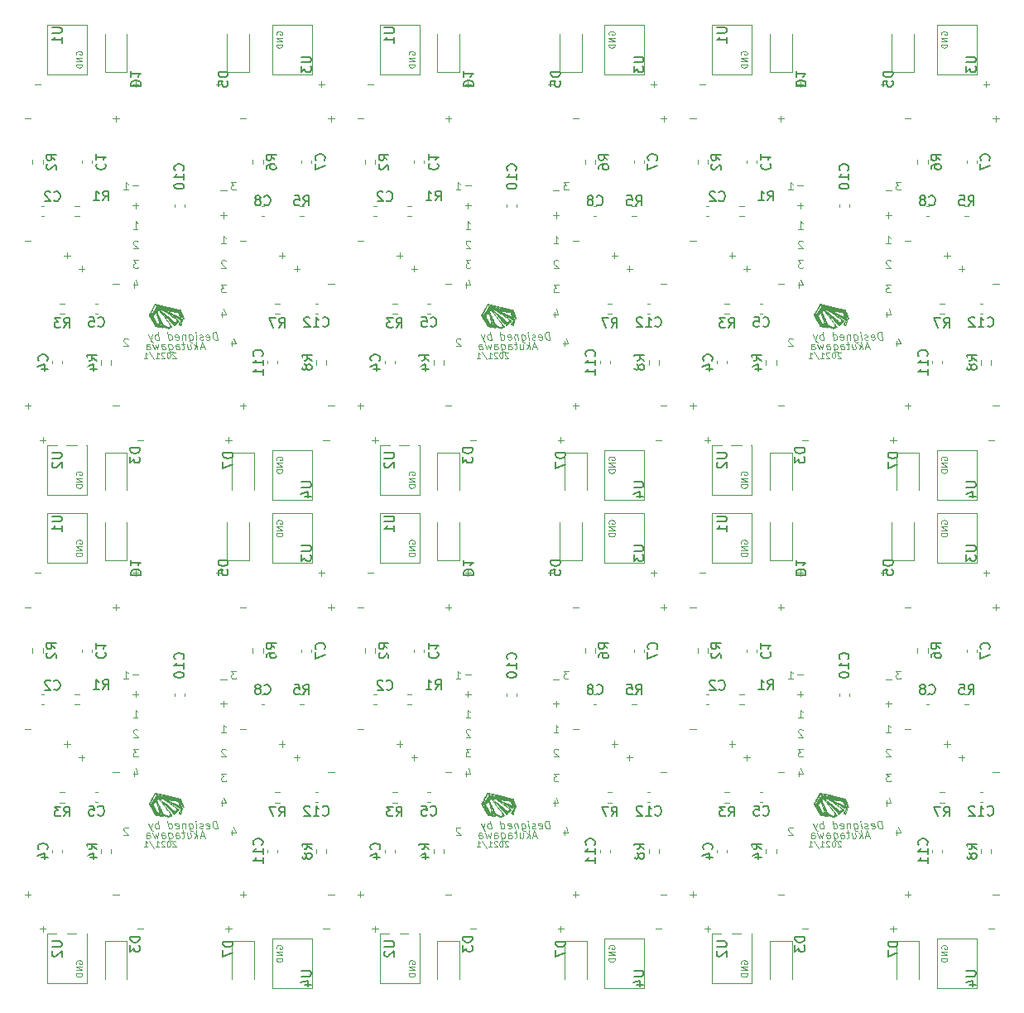
<source format=gbo>
%TF.GenerationSoftware,KiCad,Pcbnew,(5.1.8)-1*%
%TF.CreationDate,2021-01-20T16:08:38+09:00*%
%TF.ProjectId,LineSensorVer2,4c696e65-5365-46e7-936f-72566572322e,rev?*%
%TF.SameCoordinates,Original*%
%TF.FileFunction,Legend,Bot*%
%TF.FilePolarity,Positive*%
%FSLAX46Y46*%
G04 Gerber Fmt 4.6, Leading zero omitted, Abs format (unit mm)*
G04 Created by KiCad (PCBNEW (5.1.8)-1) date 2021-01-20 16:08:38*
%MOMM*%
%LPD*%
G01*
G04 APERTURE LIST*
%ADD10C,0.125000*%
%ADD11C,0.100000*%
%ADD12C,0.120000*%
%ADD13C,0.010000*%
%ADD14C,0.150000*%
%ADD15R,1.350000X1.350000*%
%ADD16O,1.350000X1.350000*%
%ADD17C,1.440000*%
%ADD18C,1.524000*%
%ADD19R,1.700000X1.700000*%
%ADD20O,1.700000X1.700000*%
G04 APERTURE END LIST*
D10*
X86054761Y-70057142D02*
X85445238Y-70057142D01*
X94445238Y-74442857D02*
X95054761Y-74442857D01*
X103773251Y-80933333D02*
X103392299Y-80933333D01*
X103878013Y-81161904D02*
X103511346Y-80361904D01*
X103344680Y-81161904D01*
X103078013Y-81161904D02*
X102978013Y-80361904D01*
X102963727Y-80857142D02*
X102773251Y-81161904D01*
X102706584Y-80628571D02*
X103049441Y-80933333D01*
X102020870Y-80628571D02*
X102087537Y-81161904D01*
X102363727Y-80628571D02*
X102416108Y-81047619D01*
X102387537Y-81123809D01*
X102316108Y-81161904D01*
X102201822Y-81161904D01*
X102120870Y-81123809D01*
X102078013Y-81085714D01*
X101754203Y-80628571D02*
X101449441Y-80628571D01*
X101606584Y-80361904D02*
X101692299Y-81047619D01*
X101663727Y-81123809D01*
X101592299Y-81161904D01*
X101516108Y-81161904D01*
X100906584Y-81161904D02*
X100854203Y-80742857D01*
X100882775Y-80666666D01*
X100954203Y-80628571D01*
X101106584Y-80628571D01*
X101187537Y-80666666D01*
X100901822Y-81123809D02*
X100982775Y-81161904D01*
X101173251Y-81161904D01*
X101244680Y-81123809D01*
X101273251Y-81047619D01*
X101263727Y-80971428D01*
X101216108Y-80895238D01*
X101135156Y-80857142D01*
X100944680Y-80857142D01*
X100863727Y-80819047D01*
X100116108Y-80628571D02*
X100197061Y-81276190D01*
X100244680Y-81352380D01*
X100287537Y-81390476D01*
X100368489Y-81428571D01*
X100482775Y-81428571D01*
X100554203Y-81390476D01*
X100178013Y-81123809D02*
X100258965Y-81161904D01*
X100411346Y-81161904D01*
X100482775Y-81123809D01*
X100516108Y-81085714D01*
X100544680Y-81009523D01*
X100516108Y-80780952D01*
X100468489Y-80704761D01*
X100425632Y-80666666D01*
X100344680Y-80628571D01*
X100192299Y-80628571D01*
X100120870Y-80666666D01*
X99458965Y-81161904D02*
X99406584Y-80742857D01*
X99435156Y-80666666D01*
X99506584Y-80628571D01*
X99658965Y-80628571D01*
X99739918Y-80666666D01*
X99454203Y-81123809D02*
X99535156Y-81161904D01*
X99725632Y-81161904D01*
X99797061Y-81123809D01*
X99825632Y-81047619D01*
X99816108Y-80971428D01*
X99768489Y-80895238D01*
X99687537Y-80857142D01*
X99497061Y-80857142D01*
X99416108Y-80819047D01*
X99087537Y-80628571D02*
X99001822Y-81161904D01*
X98801822Y-80780952D01*
X98697061Y-81161904D01*
X98478013Y-80628571D01*
X97897061Y-81161904D02*
X97844680Y-80742857D01*
X97873251Y-80666666D01*
X97944680Y-80628571D01*
X98097061Y-80628571D01*
X98178013Y-80666666D01*
X97892299Y-81123809D02*
X97973251Y-81161904D01*
X98163727Y-81161904D01*
X98235156Y-81123809D01*
X98263727Y-81047619D01*
X98254203Y-80971428D01*
X98206584Y-80895238D01*
X98125632Y-80857142D01*
X97935156Y-80857142D01*
X97854203Y-80819047D01*
X108054761Y-70057142D02*
X107445238Y-70057142D01*
X90054761Y-71557142D02*
X89445238Y-71557142D01*
X89750000Y-71861904D02*
X89750000Y-71252380D01*
X105120610Y-80199404D02*
X105020610Y-79399404D01*
X104830133Y-79399404D01*
X104720610Y-79437500D01*
X104653943Y-79513690D01*
X104625372Y-79589880D01*
X104606324Y-79742261D01*
X104620610Y-79856547D01*
X104677752Y-80008928D01*
X104725372Y-80085119D01*
X104811086Y-80161309D01*
X104930133Y-80199404D01*
X105120610Y-80199404D01*
X104011086Y-80161309D02*
X104092038Y-80199404D01*
X104244419Y-80199404D01*
X104315848Y-80161309D01*
X104344419Y-80085119D01*
X104306324Y-79780357D01*
X104258705Y-79704166D01*
X104177752Y-79666071D01*
X104025372Y-79666071D01*
X103953943Y-79704166D01*
X103925372Y-79780357D01*
X103934895Y-79856547D01*
X104325372Y-79932738D01*
X103668229Y-80161309D02*
X103596800Y-80199404D01*
X103444419Y-80199404D01*
X103363467Y-80161309D01*
X103315848Y-80085119D01*
X103311086Y-80047023D01*
X103339657Y-79970833D01*
X103411086Y-79932738D01*
X103525372Y-79932738D01*
X103596800Y-79894642D01*
X103625372Y-79818452D01*
X103620610Y-79780357D01*
X103572991Y-79704166D01*
X103492038Y-79666071D01*
X103377752Y-79666071D01*
X103306324Y-79704166D01*
X102987276Y-80199404D02*
X102920610Y-79666071D01*
X102887276Y-79399404D02*
X102930133Y-79437500D01*
X102896800Y-79475595D01*
X102853943Y-79437500D01*
X102887276Y-79399404D01*
X102896800Y-79475595D01*
X102196800Y-79666071D02*
X102277752Y-80313690D01*
X102325372Y-80389880D01*
X102368229Y-80427976D01*
X102449181Y-80466071D01*
X102563467Y-80466071D01*
X102634895Y-80427976D01*
X102258705Y-80161309D02*
X102339657Y-80199404D01*
X102492038Y-80199404D01*
X102563467Y-80161309D01*
X102596800Y-80123214D01*
X102625372Y-80047023D01*
X102596800Y-79818452D01*
X102549181Y-79742261D01*
X102506324Y-79704166D01*
X102425372Y-79666071D01*
X102272991Y-79666071D01*
X102201562Y-79704166D01*
X101815848Y-79666071D02*
X101882514Y-80199404D01*
X101825372Y-79742261D02*
X101782514Y-79704166D01*
X101701562Y-79666071D01*
X101587276Y-79666071D01*
X101515848Y-79704166D01*
X101487276Y-79780357D01*
X101539657Y-80199404D01*
X100849181Y-80161309D02*
X100930133Y-80199404D01*
X101082514Y-80199404D01*
X101153943Y-80161309D01*
X101182514Y-80085119D01*
X101144419Y-79780357D01*
X101096800Y-79704166D01*
X101015848Y-79666071D01*
X100863467Y-79666071D01*
X100792038Y-79704166D01*
X100763467Y-79780357D01*
X100772991Y-79856547D01*
X101163467Y-79932738D01*
X100130133Y-80199404D02*
X100030133Y-79399404D01*
X100125372Y-80161309D02*
X100206324Y-80199404D01*
X100358705Y-80199404D01*
X100430133Y-80161309D01*
X100463467Y-80123214D01*
X100492038Y-80047023D01*
X100463467Y-79818452D01*
X100415848Y-79742261D01*
X100372991Y-79704166D01*
X100292038Y-79666071D01*
X100139657Y-79666071D01*
X100068229Y-79704166D01*
X99139657Y-80199404D02*
X99039657Y-79399404D01*
X99077752Y-79704166D02*
X98996800Y-79666071D01*
X98844419Y-79666071D01*
X98772991Y-79704166D01*
X98739657Y-79742261D01*
X98711086Y-79818452D01*
X98739657Y-80047023D01*
X98787276Y-80123214D01*
X98830133Y-80161309D01*
X98911086Y-80199404D01*
X99063467Y-80199404D01*
X99134895Y-80161309D01*
X98425372Y-79666071D02*
X98301562Y-80199404D01*
X98044419Y-79666071D02*
X98301562Y-80199404D01*
X98401562Y-80389880D01*
X98444419Y-80427976D01*
X98525372Y-80466071D01*
X112054761Y-71557142D02*
X111445238Y-71557142D01*
X111750000Y-71861904D02*
X111750000Y-71252380D01*
X105521428Y-70361904D02*
X105978571Y-70361904D01*
X105750000Y-70361904D02*
X105750000Y-69561904D01*
X105826190Y-69676190D01*
X105902380Y-69752380D01*
X105978571Y-69790476D01*
X107016666Y-64061904D02*
X106521428Y-64061904D01*
X106788095Y-64366666D01*
X106673809Y-64366666D01*
X106597619Y-64404761D01*
X106559523Y-64442857D01*
X106521428Y-64519047D01*
X106521428Y-64709523D01*
X106559523Y-64785714D01*
X106597619Y-64823809D01*
X106673809Y-64861904D01*
X106902380Y-64861904D01*
X106978571Y-64823809D01*
X107016666Y-64785714D01*
X90945238Y-72942857D02*
X91554761Y-72942857D01*
X91250000Y-72638095D02*
X91250000Y-73247619D01*
X107445238Y-86942857D02*
X108054761Y-86942857D01*
X107750000Y-86638095D02*
X107750000Y-87247619D01*
X96945238Y-90442857D02*
X97554761Y-90442857D01*
X94445238Y-86942857D02*
X95054761Y-86942857D01*
X106016666Y-74561904D02*
X105521428Y-74561904D01*
X105788095Y-74866666D01*
X105673809Y-74866666D01*
X105597619Y-74904761D01*
X105559523Y-74942857D01*
X105521428Y-75019047D01*
X105521428Y-75209523D01*
X105559523Y-75285714D01*
X105597619Y-75323809D01*
X105673809Y-75361904D01*
X105902380Y-75361904D01*
X105978571Y-75323809D01*
X106016666Y-75285714D01*
X97054761Y-54057142D02*
X96445238Y-54057142D01*
X96750000Y-54361904D02*
X96750000Y-53752380D01*
X96521428Y-68861904D02*
X96978571Y-68861904D01*
X96750000Y-68861904D02*
X96750000Y-68061904D01*
X96826190Y-68176190D01*
X96902380Y-68252380D01*
X96978571Y-68290476D01*
X116054761Y-54057142D02*
X115445238Y-54057142D01*
X115750000Y-54361904D02*
X115750000Y-53752380D01*
X86054761Y-57557142D02*
X85445238Y-57557142D01*
X116445238Y-86942857D02*
X117054761Y-86942857D01*
X105554761Y-54057142D02*
X104945238Y-54057142D01*
X96597619Y-74328571D02*
X96597619Y-74861904D01*
X96788095Y-74023809D02*
X96978571Y-74595238D01*
X96483333Y-74595238D01*
X105445238Y-64942857D02*
X106054761Y-64942857D01*
X105945238Y-90442857D02*
X106554761Y-90442857D01*
X106250000Y-90138095D02*
X106250000Y-90747619D01*
X112945238Y-72942857D02*
X113554761Y-72942857D01*
X113250000Y-72638095D02*
X113250000Y-73247619D01*
X87054761Y-54057142D02*
X86445238Y-54057142D01*
X95978571Y-80138095D02*
X95940476Y-80100000D01*
X95864285Y-80061904D01*
X95673809Y-80061904D01*
X95597619Y-80100000D01*
X95559523Y-80138095D01*
X95521428Y-80214285D01*
X95521428Y-80290476D01*
X95559523Y-80404761D01*
X96016666Y-80861904D01*
X95521428Y-80861904D01*
X105445238Y-67442857D02*
X106054761Y-67442857D01*
X105750000Y-67138095D02*
X105750000Y-67747619D01*
X85445238Y-86942857D02*
X86054761Y-86942857D01*
X85750000Y-86638095D02*
X85750000Y-87247619D01*
X96445238Y-64442857D02*
X97054761Y-64442857D01*
X108054761Y-57557142D02*
X107445238Y-57557142D01*
X115945238Y-90442857D02*
X116554761Y-90442857D01*
X106597619Y-80328571D02*
X106597619Y-80861904D01*
X106788095Y-80023809D02*
X106978571Y-80595238D01*
X106483333Y-80595238D01*
X116445238Y-74442857D02*
X117054761Y-74442857D01*
X95521428Y-64861904D02*
X95978571Y-64861904D01*
X95750000Y-64861904D02*
X95750000Y-64061904D01*
X95826190Y-64176190D01*
X95902380Y-64252380D01*
X95978571Y-64290476D01*
X96978571Y-70138095D02*
X96940476Y-70100000D01*
X96864285Y-70061904D01*
X96673809Y-70061904D01*
X96597619Y-70100000D01*
X96559523Y-70138095D01*
X96521428Y-70214285D01*
X96521428Y-70290476D01*
X96559523Y-70404761D01*
X97016666Y-70861904D01*
X96521428Y-70861904D01*
X97016666Y-72061904D02*
X96521428Y-72061904D01*
X96788095Y-72366666D01*
X96673809Y-72366666D01*
X96597619Y-72404761D01*
X96559523Y-72442857D01*
X96521428Y-72519047D01*
X96521428Y-72709523D01*
X96559523Y-72785714D01*
X96597619Y-72823809D01*
X96673809Y-72861904D01*
X96902380Y-72861904D01*
X96978571Y-72823809D01*
X97016666Y-72785714D01*
D11*
X100878571Y-81528571D02*
X100850000Y-81500000D01*
X100792857Y-81471428D01*
X100650000Y-81471428D01*
X100592857Y-81500000D01*
X100564285Y-81528571D01*
X100535714Y-81585714D01*
X100535714Y-81642857D01*
X100564285Y-81728571D01*
X100907142Y-82071428D01*
X100535714Y-82071428D01*
X100164285Y-81471428D02*
X100107142Y-81471428D01*
X100050000Y-81500000D01*
X100021428Y-81528571D01*
X99992857Y-81585714D01*
X99964285Y-81700000D01*
X99964285Y-81842857D01*
X99992857Y-81957142D01*
X100021428Y-82014285D01*
X100050000Y-82042857D01*
X100107142Y-82071428D01*
X100164285Y-82071428D01*
X100221428Y-82042857D01*
X100250000Y-82014285D01*
X100278571Y-81957142D01*
X100307142Y-81842857D01*
X100307142Y-81700000D01*
X100278571Y-81585714D01*
X100250000Y-81528571D01*
X100221428Y-81500000D01*
X100164285Y-81471428D01*
X99735714Y-81528571D02*
X99707142Y-81500000D01*
X99650000Y-81471428D01*
X99507142Y-81471428D01*
X99450000Y-81500000D01*
X99421428Y-81528571D01*
X99392857Y-81585714D01*
X99392857Y-81642857D01*
X99421428Y-81728571D01*
X99764285Y-82071428D01*
X99392857Y-82071428D01*
X98821428Y-82071428D02*
X99164285Y-82071428D01*
X98992857Y-82071428D02*
X98992857Y-81471428D01*
X99050000Y-81557142D01*
X99107142Y-81614285D01*
X99164285Y-81642857D01*
X98135714Y-81442857D02*
X98650000Y-82214285D01*
X97621428Y-82071428D02*
X97964285Y-82071428D01*
X97792857Y-82071428D02*
X97792857Y-81471428D01*
X97850000Y-81557142D01*
X97907142Y-81614285D01*
X97964285Y-81642857D01*
D10*
X105597619Y-77328571D02*
X105597619Y-77861904D01*
X105788095Y-77023809D02*
X105978571Y-77595238D01*
X105483333Y-77595238D01*
X95054761Y-57557142D02*
X94445238Y-57557142D01*
X94750000Y-57861904D02*
X94750000Y-57252380D01*
X105978571Y-72138095D02*
X105940476Y-72100000D01*
X105864285Y-72061904D01*
X105673809Y-72061904D01*
X105597619Y-72100000D01*
X105559523Y-72138095D01*
X105521428Y-72214285D01*
X105521428Y-72290476D01*
X105559523Y-72404761D01*
X106016666Y-72861904D01*
X105521428Y-72861904D01*
X117054761Y-57557142D02*
X116445238Y-57557142D01*
X116750000Y-57861904D02*
X116750000Y-57252380D01*
X96445238Y-66442857D02*
X97054761Y-66442857D01*
X96750000Y-66138095D02*
X96750000Y-66747619D01*
X86945238Y-90442857D02*
X87554761Y-90442857D01*
X87250000Y-90138095D02*
X87250000Y-90747619D01*
X139445238Y-67442857D02*
X140054761Y-67442857D01*
X139750000Y-67138095D02*
X139750000Y-67747619D01*
X139445238Y-64942857D02*
X140054761Y-64942857D01*
X130445238Y-64442857D02*
X131054761Y-64442857D01*
X130445238Y-66442857D02*
X131054761Y-66442857D01*
X130750000Y-66138095D02*
X130750000Y-66747619D01*
X130597619Y-74328571D02*
X130597619Y-74861904D01*
X130788095Y-74023809D02*
X130978571Y-74595238D01*
X130483333Y-74595238D01*
X140597619Y-80328571D02*
X140597619Y-80861904D01*
X140788095Y-80023809D02*
X140978571Y-80595238D01*
X140483333Y-80595238D01*
X131016666Y-72061904D02*
X130521428Y-72061904D01*
X130788095Y-72366666D01*
X130673809Y-72366666D01*
X130597619Y-72404761D01*
X130559523Y-72442857D01*
X130521428Y-72519047D01*
X130521428Y-72709523D01*
X130559523Y-72785714D01*
X130597619Y-72823809D01*
X130673809Y-72861904D01*
X130902380Y-72861904D01*
X130978571Y-72823809D01*
X131016666Y-72785714D01*
X139597619Y-77328571D02*
X139597619Y-77861904D01*
X139788095Y-77023809D02*
X139978571Y-77595238D01*
X139483333Y-77595238D01*
X130978571Y-70138095D02*
X130940476Y-70100000D01*
X130864285Y-70061904D01*
X130673809Y-70061904D01*
X130597619Y-70100000D01*
X130559523Y-70138095D01*
X130521428Y-70214285D01*
X130521428Y-70290476D01*
X130559523Y-70404761D01*
X131016666Y-70861904D01*
X130521428Y-70861904D01*
X129978571Y-80138095D02*
X129940476Y-80100000D01*
X129864285Y-80061904D01*
X129673809Y-80061904D01*
X129597619Y-80100000D01*
X129559523Y-80138095D01*
X129521428Y-80214285D01*
X129521428Y-80290476D01*
X129559523Y-80404761D01*
X130016666Y-80861904D01*
X129521428Y-80861904D01*
X129521428Y-64861904D02*
X129978571Y-64861904D01*
X129750000Y-64861904D02*
X129750000Y-64061904D01*
X129826190Y-64176190D01*
X129902380Y-64252380D01*
X129978571Y-64290476D01*
X139978571Y-72138095D02*
X139940476Y-72100000D01*
X139864285Y-72061904D01*
X139673809Y-72061904D01*
X139597619Y-72100000D01*
X139559523Y-72138095D01*
X139521428Y-72214285D01*
X139521428Y-72290476D01*
X139559523Y-72404761D01*
X140016666Y-72861904D01*
X139521428Y-72861904D01*
X146945238Y-72942857D02*
X147554761Y-72942857D01*
X147250000Y-72638095D02*
X147250000Y-73247619D01*
X142054761Y-57557142D02*
X141445238Y-57557142D01*
X129054761Y-57557142D02*
X128445238Y-57557142D01*
X128750000Y-57861904D02*
X128750000Y-57252380D01*
X120945238Y-90442857D02*
X121554761Y-90442857D01*
X121250000Y-90138095D02*
X121250000Y-90747619D01*
X151054761Y-57557142D02*
X150445238Y-57557142D01*
X150750000Y-57861904D02*
X150750000Y-57252380D01*
X150445238Y-74442857D02*
X151054761Y-74442857D01*
X121054761Y-54057142D02*
X120445238Y-54057142D01*
X149945238Y-90442857D02*
X150554761Y-90442857D01*
X119445238Y-86942857D02*
X120054761Y-86942857D01*
X119750000Y-86638095D02*
X119750000Y-87247619D01*
X139945238Y-90442857D02*
X140554761Y-90442857D01*
X140250000Y-90138095D02*
X140250000Y-90747619D01*
D11*
X134878571Y-81528571D02*
X134850000Y-81500000D01*
X134792857Y-81471428D01*
X134650000Y-81471428D01*
X134592857Y-81500000D01*
X134564285Y-81528571D01*
X134535714Y-81585714D01*
X134535714Y-81642857D01*
X134564285Y-81728571D01*
X134907142Y-82071428D01*
X134535714Y-82071428D01*
X134164285Y-81471428D02*
X134107142Y-81471428D01*
X134050000Y-81500000D01*
X134021428Y-81528571D01*
X133992857Y-81585714D01*
X133964285Y-81700000D01*
X133964285Y-81842857D01*
X133992857Y-81957142D01*
X134021428Y-82014285D01*
X134050000Y-82042857D01*
X134107142Y-82071428D01*
X134164285Y-82071428D01*
X134221428Y-82042857D01*
X134250000Y-82014285D01*
X134278571Y-81957142D01*
X134307142Y-81842857D01*
X134307142Y-81700000D01*
X134278571Y-81585714D01*
X134250000Y-81528571D01*
X134221428Y-81500000D01*
X134164285Y-81471428D01*
X133735714Y-81528571D02*
X133707142Y-81500000D01*
X133650000Y-81471428D01*
X133507142Y-81471428D01*
X133450000Y-81500000D01*
X133421428Y-81528571D01*
X133392857Y-81585714D01*
X133392857Y-81642857D01*
X133421428Y-81728571D01*
X133764285Y-82071428D01*
X133392857Y-82071428D01*
X132821428Y-82071428D02*
X133164285Y-82071428D01*
X132992857Y-82071428D02*
X132992857Y-81471428D01*
X133050000Y-81557142D01*
X133107142Y-81614285D01*
X133164285Y-81642857D01*
X132135714Y-81442857D02*
X132650000Y-82214285D01*
X131621428Y-82071428D02*
X131964285Y-82071428D01*
X131792857Y-82071428D02*
X131792857Y-81471428D01*
X131850000Y-81557142D01*
X131907142Y-81614285D01*
X131964285Y-81642857D01*
D10*
X137773251Y-80933333D02*
X137392299Y-80933333D01*
X137878013Y-81161904D02*
X137511346Y-80361904D01*
X137344680Y-81161904D01*
X137078013Y-81161904D02*
X136978013Y-80361904D01*
X136963727Y-80857142D02*
X136773251Y-81161904D01*
X136706584Y-80628571D02*
X137049441Y-80933333D01*
X136020870Y-80628571D02*
X136087537Y-81161904D01*
X136363727Y-80628571D02*
X136416108Y-81047619D01*
X136387537Y-81123809D01*
X136316108Y-81161904D01*
X136201822Y-81161904D01*
X136120870Y-81123809D01*
X136078013Y-81085714D01*
X135754203Y-80628571D02*
X135449441Y-80628571D01*
X135606584Y-80361904D02*
X135692299Y-81047619D01*
X135663727Y-81123809D01*
X135592299Y-81161904D01*
X135516108Y-81161904D01*
X134906584Y-81161904D02*
X134854203Y-80742857D01*
X134882775Y-80666666D01*
X134954203Y-80628571D01*
X135106584Y-80628571D01*
X135187537Y-80666666D01*
X134901822Y-81123809D02*
X134982775Y-81161904D01*
X135173251Y-81161904D01*
X135244680Y-81123809D01*
X135273251Y-81047619D01*
X135263727Y-80971428D01*
X135216108Y-80895238D01*
X135135156Y-80857142D01*
X134944680Y-80857142D01*
X134863727Y-80819047D01*
X134116108Y-80628571D02*
X134197061Y-81276190D01*
X134244680Y-81352380D01*
X134287537Y-81390476D01*
X134368489Y-81428571D01*
X134482775Y-81428571D01*
X134554203Y-81390476D01*
X134178013Y-81123809D02*
X134258965Y-81161904D01*
X134411346Y-81161904D01*
X134482775Y-81123809D01*
X134516108Y-81085714D01*
X134544680Y-81009523D01*
X134516108Y-80780952D01*
X134468489Y-80704761D01*
X134425632Y-80666666D01*
X134344680Y-80628571D01*
X134192299Y-80628571D01*
X134120870Y-80666666D01*
X133458965Y-81161904D02*
X133406584Y-80742857D01*
X133435156Y-80666666D01*
X133506584Y-80628571D01*
X133658965Y-80628571D01*
X133739918Y-80666666D01*
X133454203Y-81123809D02*
X133535156Y-81161904D01*
X133725632Y-81161904D01*
X133797061Y-81123809D01*
X133825632Y-81047619D01*
X133816108Y-80971428D01*
X133768489Y-80895238D01*
X133687537Y-80857142D01*
X133497061Y-80857142D01*
X133416108Y-80819047D01*
X133087537Y-80628571D02*
X133001822Y-81161904D01*
X132801822Y-80780952D01*
X132697061Y-81161904D01*
X132478013Y-80628571D01*
X131897061Y-81161904D02*
X131844680Y-80742857D01*
X131873251Y-80666666D01*
X131944680Y-80628571D01*
X132097061Y-80628571D01*
X132178013Y-80666666D01*
X131892299Y-81123809D02*
X131973251Y-81161904D01*
X132163727Y-81161904D01*
X132235156Y-81123809D01*
X132263727Y-81047619D01*
X132254203Y-80971428D01*
X132206584Y-80895238D01*
X132125632Y-80857142D01*
X131935156Y-80857142D01*
X131854203Y-80819047D01*
X142054761Y-70057142D02*
X141445238Y-70057142D01*
X139120610Y-80199404D02*
X139020610Y-79399404D01*
X138830133Y-79399404D01*
X138720610Y-79437500D01*
X138653943Y-79513690D01*
X138625372Y-79589880D01*
X138606324Y-79742261D01*
X138620610Y-79856547D01*
X138677752Y-80008928D01*
X138725372Y-80085119D01*
X138811086Y-80161309D01*
X138930133Y-80199404D01*
X139120610Y-80199404D01*
X138011086Y-80161309D02*
X138092038Y-80199404D01*
X138244419Y-80199404D01*
X138315848Y-80161309D01*
X138344419Y-80085119D01*
X138306324Y-79780357D01*
X138258705Y-79704166D01*
X138177752Y-79666071D01*
X138025372Y-79666071D01*
X137953943Y-79704166D01*
X137925372Y-79780357D01*
X137934895Y-79856547D01*
X138325372Y-79932738D01*
X137668229Y-80161309D02*
X137596800Y-80199404D01*
X137444419Y-80199404D01*
X137363467Y-80161309D01*
X137315848Y-80085119D01*
X137311086Y-80047023D01*
X137339657Y-79970833D01*
X137411086Y-79932738D01*
X137525372Y-79932738D01*
X137596800Y-79894642D01*
X137625372Y-79818452D01*
X137620610Y-79780357D01*
X137572991Y-79704166D01*
X137492038Y-79666071D01*
X137377752Y-79666071D01*
X137306324Y-79704166D01*
X136987276Y-80199404D02*
X136920610Y-79666071D01*
X136887276Y-79399404D02*
X136930133Y-79437500D01*
X136896800Y-79475595D01*
X136853943Y-79437500D01*
X136887276Y-79399404D01*
X136896800Y-79475595D01*
X136196800Y-79666071D02*
X136277752Y-80313690D01*
X136325372Y-80389880D01*
X136368229Y-80427976D01*
X136449181Y-80466071D01*
X136563467Y-80466071D01*
X136634895Y-80427976D01*
X136258705Y-80161309D02*
X136339657Y-80199404D01*
X136492038Y-80199404D01*
X136563467Y-80161309D01*
X136596800Y-80123214D01*
X136625372Y-80047023D01*
X136596800Y-79818452D01*
X136549181Y-79742261D01*
X136506324Y-79704166D01*
X136425372Y-79666071D01*
X136272991Y-79666071D01*
X136201562Y-79704166D01*
X135815848Y-79666071D02*
X135882514Y-80199404D01*
X135825372Y-79742261D02*
X135782514Y-79704166D01*
X135701562Y-79666071D01*
X135587276Y-79666071D01*
X135515848Y-79704166D01*
X135487276Y-79780357D01*
X135539657Y-80199404D01*
X134849181Y-80161309D02*
X134930133Y-80199404D01*
X135082514Y-80199404D01*
X135153943Y-80161309D01*
X135182514Y-80085119D01*
X135144419Y-79780357D01*
X135096800Y-79704166D01*
X135015848Y-79666071D01*
X134863467Y-79666071D01*
X134792038Y-79704166D01*
X134763467Y-79780357D01*
X134772991Y-79856547D01*
X135163467Y-79932738D01*
X134130133Y-80199404D02*
X134030133Y-79399404D01*
X134125372Y-80161309D02*
X134206324Y-80199404D01*
X134358705Y-80199404D01*
X134430133Y-80161309D01*
X134463467Y-80123214D01*
X134492038Y-80047023D01*
X134463467Y-79818452D01*
X134415848Y-79742261D01*
X134372991Y-79704166D01*
X134292038Y-79666071D01*
X134139657Y-79666071D01*
X134068229Y-79704166D01*
X133139657Y-80199404D02*
X133039657Y-79399404D01*
X133077752Y-79704166D02*
X132996800Y-79666071D01*
X132844419Y-79666071D01*
X132772991Y-79704166D01*
X132739657Y-79742261D01*
X132711086Y-79818452D01*
X132739657Y-80047023D01*
X132787276Y-80123214D01*
X132830133Y-80161309D01*
X132911086Y-80199404D01*
X133063467Y-80199404D01*
X133134895Y-80161309D01*
X132425372Y-79666071D02*
X132301562Y-80199404D01*
X132044419Y-79666071D02*
X132301562Y-80199404D01*
X132401562Y-80389880D01*
X132444419Y-80427976D01*
X132525372Y-80466071D01*
X146054761Y-71557142D02*
X145445238Y-71557142D01*
X145750000Y-71861904D02*
X145750000Y-71252380D01*
X128445238Y-74442857D02*
X129054761Y-74442857D01*
X141016666Y-64061904D02*
X140521428Y-64061904D01*
X140788095Y-64366666D01*
X140673809Y-64366666D01*
X140597619Y-64404761D01*
X140559523Y-64442857D01*
X140521428Y-64519047D01*
X140521428Y-64709523D01*
X140559523Y-64785714D01*
X140597619Y-64823809D01*
X140673809Y-64861904D01*
X140902380Y-64861904D01*
X140978571Y-64823809D01*
X141016666Y-64785714D01*
X120054761Y-70057142D02*
X119445238Y-70057142D01*
X124945238Y-72942857D02*
X125554761Y-72942857D01*
X125250000Y-72638095D02*
X125250000Y-73247619D01*
X124054761Y-71557142D02*
X123445238Y-71557142D01*
X123750000Y-71861904D02*
X123750000Y-71252380D01*
X139554761Y-54057142D02*
X138945238Y-54057142D01*
X141445238Y-86942857D02*
X142054761Y-86942857D01*
X141750000Y-86638095D02*
X141750000Y-87247619D01*
X130945238Y-90442857D02*
X131554761Y-90442857D01*
X128445238Y-86942857D02*
X129054761Y-86942857D01*
X140016666Y-74561904D02*
X139521428Y-74561904D01*
X139788095Y-74866666D01*
X139673809Y-74866666D01*
X139597619Y-74904761D01*
X139559523Y-74942857D01*
X139521428Y-75019047D01*
X139521428Y-75209523D01*
X139559523Y-75285714D01*
X139597619Y-75323809D01*
X139673809Y-75361904D01*
X139902380Y-75361904D01*
X139978571Y-75323809D01*
X140016666Y-75285714D01*
X130521428Y-68861904D02*
X130978571Y-68861904D01*
X130750000Y-68861904D02*
X130750000Y-68061904D01*
X130826190Y-68176190D01*
X130902380Y-68252380D01*
X130978571Y-68290476D01*
X139521428Y-70361904D02*
X139978571Y-70361904D01*
X139750000Y-70361904D02*
X139750000Y-69561904D01*
X139826190Y-69676190D01*
X139902380Y-69752380D01*
X139978571Y-69790476D01*
X150054761Y-54057142D02*
X149445238Y-54057142D01*
X149750000Y-54361904D02*
X149750000Y-53752380D01*
X120054761Y-57557142D02*
X119445238Y-57557142D01*
X131054761Y-54057142D02*
X130445238Y-54057142D01*
X130750000Y-54361904D02*
X130750000Y-53752380D01*
X150445238Y-86942857D02*
X151054761Y-86942857D01*
X71445238Y-67442857D02*
X72054761Y-67442857D01*
X71750000Y-67138095D02*
X71750000Y-67747619D01*
X62445238Y-66442857D02*
X63054761Y-66442857D01*
X62750000Y-66138095D02*
X62750000Y-66747619D01*
X62445238Y-64442857D02*
X63054761Y-64442857D01*
X71445238Y-64942857D02*
X72054761Y-64942857D01*
X71978571Y-72138095D02*
X71940476Y-72100000D01*
X71864285Y-72061904D01*
X71673809Y-72061904D01*
X71597619Y-72100000D01*
X71559523Y-72138095D01*
X71521428Y-72214285D01*
X71521428Y-72290476D01*
X71559523Y-72404761D01*
X72016666Y-72861904D01*
X71521428Y-72861904D01*
X71597619Y-77328571D02*
X71597619Y-77861904D01*
X71788095Y-77023809D02*
X71978571Y-77595238D01*
X71483333Y-77595238D01*
X62597619Y-74328571D02*
X62597619Y-74861904D01*
X62788095Y-74023809D02*
X62978571Y-74595238D01*
X62483333Y-74595238D01*
X72597619Y-80328571D02*
X72597619Y-80861904D01*
X72788095Y-80023809D02*
X72978571Y-80595238D01*
X72483333Y-80595238D01*
X62978571Y-70138095D02*
X62940476Y-70100000D01*
X62864285Y-70061904D01*
X62673809Y-70061904D01*
X62597619Y-70100000D01*
X62559523Y-70138095D01*
X62521428Y-70214285D01*
X62521428Y-70290476D01*
X62559523Y-70404761D01*
X63016666Y-70861904D01*
X62521428Y-70861904D01*
X61978571Y-80138095D02*
X61940476Y-80100000D01*
X61864285Y-80061904D01*
X61673809Y-80061904D01*
X61597619Y-80100000D01*
X61559523Y-80138095D01*
X61521428Y-80214285D01*
X61521428Y-80290476D01*
X61559523Y-80404761D01*
X62016666Y-80861904D01*
X61521428Y-80861904D01*
X61521428Y-64861904D02*
X61978571Y-64861904D01*
X61750000Y-64861904D02*
X61750000Y-64061904D01*
X61826190Y-64176190D01*
X61902380Y-64252380D01*
X61978571Y-64290476D01*
X63016666Y-72061904D02*
X62521428Y-72061904D01*
X62788095Y-72366666D01*
X62673809Y-72366666D01*
X62597619Y-72404761D01*
X62559523Y-72442857D01*
X62521428Y-72519047D01*
X62521428Y-72709523D01*
X62559523Y-72785714D01*
X62597619Y-72823809D01*
X62673809Y-72861904D01*
X62902380Y-72861904D01*
X62978571Y-72823809D01*
X63016666Y-72785714D01*
X72016666Y-74561904D02*
X71521428Y-74561904D01*
X71788095Y-74866666D01*
X71673809Y-74866666D01*
X71597619Y-74904761D01*
X71559523Y-74942857D01*
X71521428Y-75019047D01*
X71521428Y-75209523D01*
X71559523Y-75285714D01*
X71597619Y-75323809D01*
X71673809Y-75361904D01*
X71902380Y-75361904D01*
X71978571Y-75323809D01*
X72016666Y-75285714D01*
X62521428Y-68861904D02*
X62978571Y-68861904D01*
X62750000Y-68861904D02*
X62750000Y-68061904D01*
X62826190Y-68176190D01*
X62902380Y-68252380D01*
X62978571Y-68290476D01*
X71521428Y-70361904D02*
X71978571Y-70361904D01*
X71750000Y-70361904D02*
X71750000Y-69561904D01*
X71826190Y-69676190D01*
X71902380Y-69752380D01*
X71978571Y-69790476D01*
X60445238Y-86942857D02*
X61054761Y-86942857D01*
X82054761Y-54057142D02*
X81445238Y-54057142D01*
X81750000Y-54361904D02*
X81750000Y-53752380D01*
X63054761Y-54057142D02*
X62445238Y-54057142D01*
X62750000Y-54361904D02*
X62750000Y-53752380D01*
X52054761Y-57557142D02*
X51445238Y-57557142D01*
X73445238Y-86942857D02*
X74054761Y-86942857D01*
X73750000Y-86638095D02*
X73750000Y-87247619D01*
X71554761Y-54057142D02*
X70945238Y-54057142D01*
X62945238Y-90442857D02*
X63554761Y-90442857D01*
X82445238Y-86942857D02*
X83054761Y-86942857D01*
X74054761Y-57557142D02*
X73445238Y-57557142D01*
X61054761Y-57557142D02*
X60445238Y-57557142D01*
X60750000Y-57861904D02*
X60750000Y-57252380D01*
X52945238Y-90442857D02*
X53554761Y-90442857D01*
X53250000Y-90138095D02*
X53250000Y-90747619D01*
X83054761Y-57557142D02*
X82445238Y-57557142D01*
X82750000Y-57861904D02*
X82750000Y-57252380D01*
X53054761Y-54057142D02*
X52445238Y-54057142D01*
X81945238Y-90442857D02*
X82554761Y-90442857D01*
X51445238Y-86942857D02*
X52054761Y-86942857D01*
X51750000Y-86638095D02*
X51750000Y-87247619D01*
X71945238Y-90442857D02*
X72554761Y-90442857D01*
X72250000Y-90138095D02*
X72250000Y-90747619D01*
X78054761Y-71557142D02*
X77445238Y-71557142D01*
X77750000Y-71861904D02*
X77750000Y-71252380D01*
X52054761Y-70057142D02*
X51445238Y-70057142D01*
X56945238Y-72942857D02*
X57554761Y-72942857D01*
X57250000Y-72638095D02*
X57250000Y-73247619D01*
X60445238Y-74442857D02*
X61054761Y-74442857D01*
X56054761Y-71557142D02*
X55445238Y-71557142D01*
X55750000Y-71861904D02*
X55750000Y-71252380D01*
X74054761Y-70057142D02*
X73445238Y-70057142D01*
X78945238Y-72942857D02*
X79554761Y-72942857D01*
X79250000Y-72638095D02*
X79250000Y-73247619D01*
X82445238Y-74442857D02*
X83054761Y-74442857D01*
X73016666Y-64061904D02*
X72521428Y-64061904D01*
X72788095Y-64366666D01*
X72673809Y-64366666D01*
X72597619Y-64404761D01*
X72559523Y-64442857D01*
X72521428Y-64519047D01*
X72521428Y-64709523D01*
X72559523Y-64785714D01*
X72597619Y-64823809D01*
X72673809Y-64861904D01*
X72902380Y-64861904D01*
X72978571Y-64823809D01*
X73016666Y-64785714D01*
D11*
X66878571Y-81528571D02*
X66850000Y-81500000D01*
X66792857Y-81471428D01*
X66650000Y-81471428D01*
X66592857Y-81500000D01*
X66564285Y-81528571D01*
X66535714Y-81585714D01*
X66535714Y-81642857D01*
X66564285Y-81728571D01*
X66907142Y-82071428D01*
X66535714Y-82071428D01*
X66164285Y-81471428D02*
X66107142Y-81471428D01*
X66050000Y-81500000D01*
X66021428Y-81528571D01*
X65992857Y-81585714D01*
X65964285Y-81700000D01*
X65964285Y-81842857D01*
X65992857Y-81957142D01*
X66021428Y-82014285D01*
X66050000Y-82042857D01*
X66107142Y-82071428D01*
X66164285Y-82071428D01*
X66221428Y-82042857D01*
X66250000Y-82014285D01*
X66278571Y-81957142D01*
X66307142Y-81842857D01*
X66307142Y-81700000D01*
X66278571Y-81585714D01*
X66250000Y-81528571D01*
X66221428Y-81500000D01*
X66164285Y-81471428D01*
X65735714Y-81528571D02*
X65707142Y-81500000D01*
X65650000Y-81471428D01*
X65507142Y-81471428D01*
X65450000Y-81500000D01*
X65421428Y-81528571D01*
X65392857Y-81585714D01*
X65392857Y-81642857D01*
X65421428Y-81728571D01*
X65764285Y-82071428D01*
X65392857Y-82071428D01*
X64821428Y-82071428D02*
X65164285Y-82071428D01*
X64992857Y-82071428D02*
X64992857Y-81471428D01*
X65050000Y-81557142D01*
X65107142Y-81614285D01*
X65164285Y-81642857D01*
X64135714Y-81442857D02*
X64650000Y-82214285D01*
X63621428Y-82071428D02*
X63964285Y-82071428D01*
X63792857Y-82071428D02*
X63792857Y-81471428D01*
X63850000Y-81557142D01*
X63907142Y-81614285D01*
X63964285Y-81642857D01*
D10*
X69773251Y-80933333D02*
X69392299Y-80933333D01*
X69878013Y-81161904D02*
X69511346Y-80361904D01*
X69344680Y-81161904D01*
X69078013Y-81161904D02*
X68978013Y-80361904D01*
X68963727Y-80857142D02*
X68773251Y-81161904D01*
X68706584Y-80628571D02*
X69049441Y-80933333D01*
X68020870Y-80628571D02*
X68087537Y-81161904D01*
X68363727Y-80628571D02*
X68416108Y-81047619D01*
X68387537Y-81123809D01*
X68316108Y-81161904D01*
X68201822Y-81161904D01*
X68120870Y-81123809D01*
X68078013Y-81085714D01*
X67754203Y-80628571D02*
X67449441Y-80628571D01*
X67606584Y-80361904D02*
X67692299Y-81047619D01*
X67663727Y-81123809D01*
X67592299Y-81161904D01*
X67516108Y-81161904D01*
X66906584Y-81161904D02*
X66854203Y-80742857D01*
X66882775Y-80666666D01*
X66954203Y-80628571D01*
X67106584Y-80628571D01*
X67187537Y-80666666D01*
X66901822Y-81123809D02*
X66982775Y-81161904D01*
X67173251Y-81161904D01*
X67244680Y-81123809D01*
X67273251Y-81047619D01*
X67263727Y-80971428D01*
X67216108Y-80895238D01*
X67135156Y-80857142D01*
X66944680Y-80857142D01*
X66863727Y-80819047D01*
X66116108Y-80628571D02*
X66197061Y-81276190D01*
X66244680Y-81352380D01*
X66287537Y-81390476D01*
X66368489Y-81428571D01*
X66482775Y-81428571D01*
X66554203Y-81390476D01*
X66178013Y-81123809D02*
X66258965Y-81161904D01*
X66411346Y-81161904D01*
X66482775Y-81123809D01*
X66516108Y-81085714D01*
X66544680Y-81009523D01*
X66516108Y-80780952D01*
X66468489Y-80704761D01*
X66425632Y-80666666D01*
X66344680Y-80628571D01*
X66192299Y-80628571D01*
X66120870Y-80666666D01*
X65458965Y-81161904D02*
X65406584Y-80742857D01*
X65435156Y-80666666D01*
X65506584Y-80628571D01*
X65658965Y-80628571D01*
X65739918Y-80666666D01*
X65454203Y-81123809D02*
X65535156Y-81161904D01*
X65725632Y-81161904D01*
X65797061Y-81123809D01*
X65825632Y-81047619D01*
X65816108Y-80971428D01*
X65768489Y-80895238D01*
X65687537Y-80857142D01*
X65497061Y-80857142D01*
X65416108Y-80819047D01*
X65087537Y-80628571D02*
X65001822Y-81161904D01*
X64801822Y-80780952D01*
X64697061Y-81161904D01*
X64478013Y-80628571D01*
X63897061Y-81161904D02*
X63844680Y-80742857D01*
X63873251Y-80666666D01*
X63944680Y-80628571D01*
X64097061Y-80628571D01*
X64178013Y-80666666D01*
X63892299Y-81123809D02*
X63973251Y-81161904D01*
X64163727Y-81161904D01*
X64235156Y-81123809D01*
X64263727Y-81047619D01*
X64254203Y-80971428D01*
X64206584Y-80895238D01*
X64125632Y-80857142D01*
X63935156Y-80857142D01*
X63854203Y-80819047D01*
X71120610Y-80199404D02*
X71020610Y-79399404D01*
X70830133Y-79399404D01*
X70720610Y-79437500D01*
X70653943Y-79513690D01*
X70625372Y-79589880D01*
X70606324Y-79742261D01*
X70620610Y-79856547D01*
X70677752Y-80008928D01*
X70725372Y-80085119D01*
X70811086Y-80161309D01*
X70930133Y-80199404D01*
X71120610Y-80199404D01*
X70011086Y-80161309D02*
X70092038Y-80199404D01*
X70244419Y-80199404D01*
X70315848Y-80161309D01*
X70344419Y-80085119D01*
X70306324Y-79780357D01*
X70258705Y-79704166D01*
X70177752Y-79666071D01*
X70025372Y-79666071D01*
X69953943Y-79704166D01*
X69925372Y-79780357D01*
X69934895Y-79856547D01*
X70325372Y-79932738D01*
X69668229Y-80161309D02*
X69596800Y-80199404D01*
X69444419Y-80199404D01*
X69363467Y-80161309D01*
X69315848Y-80085119D01*
X69311086Y-80047023D01*
X69339657Y-79970833D01*
X69411086Y-79932738D01*
X69525372Y-79932738D01*
X69596800Y-79894642D01*
X69625372Y-79818452D01*
X69620610Y-79780357D01*
X69572991Y-79704166D01*
X69492038Y-79666071D01*
X69377752Y-79666071D01*
X69306324Y-79704166D01*
X68987276Y-80199404D02*
X68920610Y-79666071D01*
X68887276Y-79399404D02*
X68930133Y-79437500D01*
X68896800Y-79475595D01*
X68853943Y-79437500D01*
X68887276Y-79399404D01*
X68896800Y-79475595D01*
X68196800Y-79666071D02*
X68277752Y-80313690D01*
X68325372Y-80389880D01*
X68368229Y-80427976D01*
X68449181Y-80466071D01*
X68563467Y-80466071D01*
X68634895Y-80427976D01*
X68258705Y-80161309D02*
X68339657Y-80199404D01*
X68492038Y-80199404D01*
X68563467Y-80161309D01*
X68596800Y-80123214D01*
X68625372Y-80047023D01*
X68596800Y-79818452D01*
X68549181Y-79742261D01*
X68506324Y-79704166D01*
X68425372Y-79666071D01*
X68272991Y-79666071D01*
X68201562Y-79704166D01*
X67815848Y-79666071D02*
X67882514Y-80199404D01*
X67825372Y-79742261D02*
X67782514Y-79704166D01*
X67701562Y-79666071D01*
X67587276Y-79666071D01*
X67515848Y-79704166D01*
X67487276Y-79780357D01*
X67539657Y-80199404D01*
X66849181Y-80161309D02*
X66930133Y-80199404D01*
X67082514Y-80199404D01*
X67153943Y-80161309D01*
X67182514Y-80085119D01*
X67144419Y-79780357D01*
X67096800Y-79704166D01*
X67015848Y-79666071D01*
X66863467Y-79666071D01*
X66792038Y-79704166D01*
X66763467Y-79780357D01*
X66772991Y-79856547D01*
X67163467Y-79932738D01*
X66130133Y-80199404D02*
X66030133Y-79399404D01*
X66125372Y-80161309D02*
X66206324Y-80199404D01*
X66358705Y-80199404D01*
X66430133Y-80161309D01*
X66463467Y-80123214D01*
X66492038Y-80047023D01*
X66463467Y-79818452D01*
X66415848Y-79742261D01*
X66372991Y-79704166D01*
X66292038Y-79666071D01*
X66139657Y-79666071D01*
X66068229Y-79704166D01*
X65139657Y-80199404D02*
X65039657Y-79399404D01*
X65077752Y-79704166D02*
X64996800Y-79666071D01*
X64844419Y-79666071D01*
X64772991Y-79704166D01*
X64739657Y-79742261D01*
X64711086Y-79818452D01*
X64739657Y-80047023D01*
X64787276Y-80123214D01*
X64830133Y-80161309D01*
X64911086Y-80199404D01*
X65063467Y-80199404D01*
X65134895Y-80161309D01*
X64425372Y-79666071D02*
X64301562Y-80199404D01*
X64044419Y-79666071D02*
X64301562Y-80199404D01*
X64401562Y-80389880D01*
X64444419Y-80427976D01*
X64525372Y-80466071D01*
X120054761Y-107557142D02*
X119445238Y-107557142D01*
X139554761Y-104057142D02*
X138945238Y-104057142D01*
X141445238Y-136942857D02*
X142054761Y-136942857D01*
X141750000Y-136638095D02*
X141750000Y-137247619D01*
X130945238Y-140442857D02*
X131554761Y-140442857D01*
X120054761Y-120057142D02*
X119445238Y-120057142D01*
X139945238Y-140442857D02*
X140554761Y-140442857D01*
X140250000Y-140138095D02*
X140250000Y-140747619D01*
X119445238Y-136942857D02*
X120054761Y-136942857D01*
X119750000Y-136638095D02*
X119750000Y-137247619D01*
X146054761Y-121557142D02*
X145445238Y-121557142D01*
X145750000Y-121861904D02*
X145750000Y-121252380D01*
X149945238Y-140442857D02*
X150554761Y-140442857D01*
X130521428Y-118861904D02*
X130978571Y-118861904D01*
X130750000Y-118861904D02*
X130750000Y-118061904D01*
X130826190Y-118176190D01*
X130902380Y-118252380D01*
X130978571Y-118290476D01*
X130978571Y-120138095D02*
X130940476Y-120100000D01*
X130864285Y-120061904D01*
X130673809Y-120061904D01*
X130597619Y-120100000D01*
X130559523Y-120138095D01*
X130521428Y-120214285D01*
X130521428Y-120290476D01*
X130559523Y-120404761D01*
X131016666Y-120861904D01*
X130521428Y-120861904D01*
X139445238Y-114942857D02*
X140054761Y-114942857D01*
X129978571Y-130138095D02*
X129940476Y-130100000D01*
X129864285Y-130061904D01*
X129673809Y-130061904D01*
X129597619Y-130100000D01*
X129559523Y-130138095D01*
X129521428Y-130214285D01*
X129521428Y-130290476D01*
X129559523Y-130404761D01*
X130016666Y-130861904D01*
X129521428Y-130861904D01*
X130445238Y-116442857D02*
X131054761Y-116442857D01*
X130750000Y-116138095D02*
X130750000Y-116747619D01*
X139445238Y-117442857D02*
X140054761Y-117442857D01*
X139750000Y-117138095D02*
X139750000Y-117747619D01*
X140016666Y-124561904D02*
X139521428Y-124561904D01*
X139788095Y-124866666D01*
X139673809Y-124866666D01*
X139597619Y-124904761D01*
X139559523Y-124942857D01*
X139521428Y-125019047D01*
X139521428Y-125209523D01*
X139559523Y-125285714D01*
X139597619Y-125323809D01*
X139673809Y-125361904D01*
X139902380Y-125361904D01*
X139978571Y-125323809D01*
X140016666Y-125285714D01*
X139597619Y-127328571D02*
X139597619Y-127861904D01*
X139788095Y-127023809D02*
X139978571Y-127595238D01*
X139483333Y-127595238D01*
X128445238Y-136942857D02*
X129054761Y-136942857D01*
X139978571Y-122138095D02*
X139940476Y-122100000D01*
X139864285Y-122061904D01*
X139673809Y-122061904D01*
X139597619Y-122100000D01*
X139559523Y-122138095D01*
X139521428Y-122214285D01*
X139521428Y-122290476D01*
X139559523Y-122404761D01*
X140016666Y-122861904D01*
X139521428Y-122861904D01*
X130597619Y-124328571D02*
X130597619Y-124861904D01*
X130788095Y-124023809D02*
X130978571Y-124595238D01*
X130483333Y-124595238D01*
X140597619Y-130328571D02*
X140597619Y-130861904D01*
X140788095Y-130023809D02*
X140978571Y-130595238D01*
X140483333Y-130595238D01*
X131016666Y-122061904D02*
X130521428Y-122061904D01*
X130788095Y-122366666D01*
X130673809Y-122366666D01*
X130597619Y-122404761D01*
X130559523Y-122442857D01*
X130521428Y-122519047D01*
X130521428Y-122709523D01*
X130559523Y-122785714D01*
X130597619Y-122823809D01*
X130673809Y-122861904D01*
X130902380Y-122861904D01*
X130978571Y-122823809D01*
X131016666Y-122785714D01*
X139521428Y-120361904D02*
X139978571Y-120361904D01*
X139750000Y-120361904D02*
X139750000Y-119561904D01*
X139826190Y-119676190D01*
X139902380Y-119752380D01*
X139978571Y-119790476D01*
X130445238Y-114442857D02*
X131054761Y-114442857D01*
X129521428Y-114861904D02*
X129978571Y-114861904D01*
X129750000Y-114861904D02*
X129750000Y-114061904D01*
X129826190Y-114176190D01*
X129902380Y-114252380D01*
X129978571Y-114290476D01*
X129054761Y-107557142D02*
X128445238Y-107557142D01*
X128750000Y-107861904D02*
X128750000Y-107252380D01*
X120945238Y-140442857D02*
X121554761Y-140442857D01*
X121250000Y-140138095D02*
X121250000Y-140747619D01*
X151054761Y-107557142D02*
X150445238Y-107557142D01*
X150750000Y-107861904D02*
X150750000Y-107252380D01*
X121054761Y-104057142D02*
X120445238Y-104057142D01*
X150445238Y-136942857D02*
X151054761Y-136942857D01*
X142054761Y-107557142D02*
X141445238Y-107557142D01*
D11*
X134878571Y-131528571D02*
X134850000Y-131500000D01*
X134792857Y-131471428D01*
X134650000Y-131471428D01*
X134592857Y-131500000D01*
X134564285Y-131528571D01*
X134535714Y-131585714D01*
X134535714Y-131642857D01*
X134564285Y-131728571D01*
X134907142Y-132071428D01*
X134535714Y-132071428D01*
X134164285Y-131471428D02*
X134107142Y-131471428D01*
X134050000Y-131500000D01*
X134021428Y-131528571D01*
X133992857Y-131585714D01*
X133964285Y-131700000D01*
X133964285Y-131842857D01*
X133992857Y-131957142D01*
X134021428Y-132014285D01*
X134050000Y-132042857D01*
X134107142Y-132071428D01*
X134164285Y-132071428D01*
X134221428Y-132042857D01*
X134250000Y-132014285D01*
X134278571Y-131957142D01*
X134307142Y-131842857D01*
X134307142Y-131700000D01*
X134278571Y-131585714D01*
X134250000Y-131528571D01*
X134221428Y-131500000D01*
X134164285Y-131471428D01*
X133735714Y-131528571D02*
X133707142Y-131500000D01*
X133650000Y-131471428D01*
X133507142Y-131471428D01*
X133450000Y-131500000D01*
X133421428Y-131528571D01*
X133392857Y-131585714D01*
X133392857Y-131642857D01*
X133421428Y-131728571D01*
X133764285Y-132071428D01*
X133392857Y-132071428D01*
X132821428Y-132071428D02*
X133164285Y-132071428D01*
X132992857Y-132071428D02*
X132992857Y-131471428D01*
X133050000Y-131557142D01*
X133107142Y-131614285D01*
X133164285Y-131642857D01*
X132135714Y-131442857D02*
X132650000Y-132214285D01*
X131621428Y-132071428D02*
X131964285Y-132071428D01*
X131792857Y-132071428D02*
X131792857Y-131471428D01*
X131850000Y-131557142D01*
X131907142Y-131614285D01*
X131964285Y-131642857D01*
D10*
X141016666Y-114061904D02*
X140521428Y-114061904D01*
X140788095Y-114366666D01*
X140673809Y-114366666D01*
X140597619Y-114404761D01*
X140559523Y-114442857D01*
X140521428Y-114519047D01*
X140521428Y-114709523D01*
X140559523Y-114785714D01*
X140597619Y-114823809D01*
X140673809Y-114861904D01*
X140902380Y-114861904D01*
X140978571Y-114823809D01*
X141016666Y-114785714D01*
X137773251Y-130933333D02*
X137392299Y-130933333D01*
X137878013Y-131161904D02*
X137511346Y-130361904D01*
X137344680Y-131161904D01*
X137078013Y-131161904D02*
X136978013Y-130361904D01*
X136963727Y-130857142D02*
X136773251Y-131161904D01*
X136706584Y-130628571D02*
X137049441Y-130933333D01*
X136020870Y-130628571D02*
X136087537Y-131161904D01*
X136363727Y-130628571D02*
X136416108Y-131047619D01*
X136387537Y-131123809D01*
X136316108Y-131161904D01*
X136201822Y-131161904D01*
X136120870Y-131123809D01*
X136078013Y-131085714D01*
X135754203Y-130628571D02*
X135449441Y-130628571D01*
X135606584Y-130361904D02*
X135692299Y-131047619D01*
X135663727Y-131123809D01*
X135592299Y-131161904D01*
X135516108Y-131161904D01*
X134906584Y-131161904D02*
X134854203Y-130742857D01*
X134882775Y-130666666D01*
X134954203Y-130628571D01*
X135106584Y-130628571D01*
X135187537Y-130666666D01*
X134901822Y-131123809D02*
X134982775Y-131161904D01*
X135173251Y-131161904D01*
X135244680Y-131123809D01*
X135273251Y-131047619D01*
X135263727Y-130971428D01*
X135216108Y-130895238D01*
X135135156Y-130857142D01*
X134944680Y-130857142D01*
X134863727Y-130819047D01*
X134116108Y-130628571D02*
X134197061Y-131276190D01*
X134244680Y-131352380D01*
X134287537Y-131390476D01*
X134368489Y-131428571D01*
X134482775Y-131428571D01*
X134554203Y-131390476D01*
X134178013Y-131123809D02*
X134258965Y-131161904D01*
X134411346Y-131161904D01*
X134482775Y-131123809D01*
X134516108Y-131085714D01*
X134544680Y-131009523D01*
X134516108Y-130780952D01*
X134468489Y-130704761D01*
X134425632Y-130666666D01*
X134344680Y-130628571D01*
X134192299Y-130628571D01*
X134120870Y-130666666D01*
X133458965Y-131161904D02*
X133406584Y-130742857D01*
X133435156Y-130666666D01*
X133506584Y-130628571D01*
X133658965Y-130628571D01*
X133739918Y-130666666D01*
X133454203Y-131123809D02*
X133535156Y-131161904D01*
X133725632Y-131161904D01*
X133797061Y-131123809D01*
X133825632Y-131047619D01*
X133816108Y-130971428D01*
X133768489Y-130895238D01*
X133687537Y-130857142D01*
X133497061Y-130857142D01*
X133416108Y-130819047D01*
X133087537Y-130628571D02*
X133001822Y-131161904D01*
X132801822Y-130780952D01*
X132697061Y-131161904D01*
X132478013Y-130628571D01*
X131897061Y-131161904D02*
X131844680Y-130742857D01*
X131873251Y-130666666D01*
X131944680Y-130628571D01*
X132097061Y-130628571D01*
X132178013Y-130666666D01*
X131892299Y-131123809D02*
X131973251Y-131161904D01*
X132163727Y-131161904D01*
X132235156Y-131123809D01*
X132263727Y-131047619D01*
X132254203Y-130971428D01*
X132206584Y-130895238D01*
X132125632Y-130857142D01*
X131935156Y-130857142D01*
X131854203Y-130819047D01*
X124945238Y-122942857D02*
X125554761Y-122942857D01*
X125250000Y-122638095D02*
X125250000Y-123247619D01*
X142054761Y-120057142D02*
X141445238Y-120057142D01*
X139120610Y-130199404D02*
X139020610Y-129399404D01*
X138830133Y-129399404D01*
X138720610Y-129437500D01*
X138653943Y-129513690D01*
X138625372Y-129589880D01*
X138606324Y-129742261D01*
X138620610Y-129856547D01*
X138677752Y-130008928D01*
X138725372Y-130085119D01*
X138811086Y-130161309D01*
X138930133Y-130199404D01*
X139120610Y-130199404D01*
X138011086Y-130161309D02*
X138092038Y-130199404D01*
X138244419Y-130199404D01*
X138315848Y-130161309D01*
X138344419Y-130085119D01*
X138306324Y-129780357D01*
X138258705Y-129704166D01*
X138177752Y-129666071D01*
X138025372Y-129666071D01*
X137953943Y-129704166D01*
X137925372Y-129780357D01*
X137934895Y-129856547D01*
X138325372Y-129932738D01*
X137668229Y-130161309D02*
X137596800Y-130199404D01*
X137444419Y-130199404D01*
X137363467Y-130161309D01*
X137315848Y-130085119D01*
X137311086Y-130047023D01*
X137339657Y-129970833D01*
X137411086Y-129932738D01*
X137525372Y-129932738D01*
X137596800Y-129894642D01*
X137625372Y-129818452D01*
X137620610Y-129780357D01*
X137572991Y-129704166D01*
X137492038Y-129666071D01*
X137377752Y-129666071D01*
X137306324Y-129704166D01*
X136987276Y-130199404D02*
X136920610Y-129666071D01*
X136887276Y-129399404D02*
X136930133Y-129437500D01*
X136896800Y-129475595D01*
X136853943Y-129437500D01*
X136887276Y-129399404D01*
X136896800Y-129475595D01*
X136196800Y-129666071D02*
X136277752Y-130313690D01*
X136325372Y-130389880D01*
X136368229Y-130427976D01*
X136449181Y-130466071D01*
X136563467Y-130466071D01*
X136634895Y-130427976D01*
X136258705Y-130161309D02*
X136339657Y-130199404D01*
X136492038Y-130199404D01*
X136563467Y-130161309D01*
X136596800Y-130123214D01*
X136625372Y-130047023D01*
X136596800Y-129818452D01*
X136549181Y-129742261D01*
X136506324Y-129704166D01*
X136425372Y-129666071D01*
X136272991Y-129666071D01*
X136201562Y-129704166D01*
X135815848Y-129666071D02*
X135882514Y-130199404D01*
X135825372Y-129742261D02*
X135782514Y-129704166D01*
X135701562Y-129666071D01*
X135587276Y-129666071D01*
X135515848Y-129704166D01*
X135487276Y-129780357D01*
X135539657Y-130199404D01*
X134849181Y-130161309D02*
X134930133Y-130199404D01*
X135082514Y-130199404D01*
X135153943Y-130161309D01*
X135182514Y-130085119D01*
X135144419Y-129780357D01*
X135096800Y-129704166D01*
X135015848Y-129666071D01*
X134863467Y-129666071D01*
X134792038Y-129704166D01*
X134763467Y-129780357D01*
X134772991Y-129856547D01*
X135163467Y-129932738D01*
X134130133Y-130199404D02*
X134030133Y-129399404D01*
X134125372Y-130161309D02*
X134206324Y-130199404D01*
X134358705Y-130199404D01*
X134430133Y-130161309D01*
X134463467Y-130123214D01*
X134492038Y-130047023D01*
X134463467Y-129818452D01*
X134415848Y-129742261D01*
X134372991Y-129704166D01*
X134292038Y-129666071D01*
X134139657Y-129666071D01*
X134068229Y-129704166D01*
X133139657Y-130199404D02*
X133039657Y-129399404D01*
X133077752Y-129704166D02*
X132996800Y-129666071D01*
X132844419Y-129666071D01*
X132772991Y-129704166D01*
X132739657Y-129742261D01*
X132711086Y-129818452D01*
X132739657Y-130047023D01*
X132787276Y-130123214D01*
X132830133Y-130161309D01*
X132911086Y-130199404D01*
X133063467Y-130199404D01*
X133134895Y-130161309D01*
X132425372Y-129666071D02*
X132301562Y-130199404D01*
X132044419Y-129666071D02*
X132301562Y-130199404D01*
X132401562Y-130389880D01*
X132444419Y-130427976D01*
X132525372Y-130466071D01*
X124054761Y-121557142D02*
X123445238Y-121557142D01*
X123750000Y-121861904D02*
X123750000Y-121252380D01*
X150445238Y-124442857D02*
X151054761Y-124442857D01*
X146945238Y-122942857D02*
X147554761Y-122942857D01*
X147250000Y-122638095D02*
X147250000Y-123247619D01*
X128445238Y-124442857D02*
X129054761Y-124442857D01*
X131054761Y-104057142D02*
X130445238Y-104057142D01*
X130750000Y-104361904D02*
X130750000Y-103752380D01*
X150054761Y-104057142D02*
X149445238Y-104057142D01*
X149750000Y-104361904D02*
X149750000Y-103752380D01*
X105445238Y-117442857D02*
X106054761Y-117442857D01*
X105750000Y-117138095D02*
X105750000Y-117747619D01*
X96445238Y-116442857D02*
X97054761Y-116442857D01*
X96750000Y-116138095D02*
X96750000Y-116747619D01*
X96445238Y-114442857D02*
X97054761Y-114442857D01*
X105445238Y-114942857D02*
X106054761Y-114942857D01*
X105978571Y-122138095D02*
X105940476Y-122100000D01*
X105864285Y-122061904D01*
X105673809Y-122061904D01*
X105597619Y-122100000D01*
X105559523Y-122138095D01*
X105521428Y-122214285D01*
X105521428Y-122290476D01*
X105559523Y-122404761D01*
X106016666Y-122861904D01*
X105521428Y-122861904D01*
X105597619Y-127328571D02*
X105597619Y-127861904D01*
X105788095Y-127023809D02*
X105978571Y-127595238D01*
X105483333Y-127595238D01*
X96597619Y-124328571D02*
X96597619Y-124861904D01*
X96788095Y-124023809D02*
X96978571Y-124595238D01*
X96483333Y-124595238D01*
X106597619Y-130328571D02*
X106597619Y-130861904D01*
X106788095Y-130023809D02*
X106978571Y-130595238D01*
X106483333Y-130595238D01*
X96978571Y-120138095D02*
X96940476Y-120100000D01*
X96864285Y-120061904D01*
X96673809Y-120061904D01*
X96597619Y-120100000D01*
X96559523Y-120138095D01*
X96521428Y-120214285D01*
X96521428Y-120290476D01*
X96559523Y-120404761D01*
X97016666Y-120861904D01*
X96521428Y-120861904D01*
X95978571Y-130138095D02*
X95940476Y-130100000D01*
X95864285Y-130061904D01*
X95673809Y-130061904D01*
X95597619Y-130100000D01*
X95559523Y-130138095D01*
X95521428Y-130214285D01*
X95521428Y-130290476D01*
X95559523Y-130404761D01*
X96016666Y-130861904D01*
X95521428Y-130861904D01*
X95521428Y-114861904D02*
X95978571Y-114861904D01*
X95750000Y-114861904D02*
X95750000Y-114061904D01*
X95826190Y-114176190D01*
X95902380Y-114252380D01*
X95978571Y-114290476D01*
X97016666Y-122061904D02*
X96521428Y-122061904D01*
X96788095Y-122366666D01*
X96673809Y-122366666D01*
X96597619Y-122404761D01*
X96559523Y-122442857D01*
X96521428Y-122519047D01*
X96521428Y-122709523D01*
X96559523Y-122785714D01*
X96597619Y-122823809D01*
X96673809Y-122861904D01*
X96902380Y-122861904D01*
X96978571Y-122823809D01*
X97016666Y-122785714D01*
X106016666Y-124561904D02*
X105521428Y-124561904D01*
X105788095Y-124866666D01*
X105673809Y-124866666D01*
X105597619Y-124904761D01*
X105559523Y-124942857D01*
X105521428Y-125019047D01*
X105521428Y-125209523D01*
X105559523Y-125285714D01*
X105597619Y-125323809D01*
X105673809Y-125361904D01*
X105902380Y-125361904D01*
X105978571Y-125323809D01*
X106016666Y-125285714D01*
X96521428Y-118861904D02*
X96978571Y-118861904D01*
X96750000Y-118861904D02*
X96750000Y-118061904D01*
X96826190Y-118176190D01*
X96902380Y-118252380D01*
X96978571Y-118290476D01*
X105521428Y-120361904D02*
X105978571Y-120361904D01*
X105750000Y-120361904D02*
X105750000Y-119561904D01*
X105826190Y-119676190D01*
X105902380Y-119752380D01*
X105978571Y-119790476D01*
X94445238Y-136942857D02*
X95054761Y-136942857D01*
X116054761Y-104057142D02*
X115445238Y-104057142D01*
X115750000Y-104361904D02*
X115750000Y-103752380D01*
X97054761Y-104057142D02*
X96445238Y-104057142D01*
X96750000Y-104361904D02*
X96750000Y-103752380D01*
X86054761Y-107557142D02*
X85445238Y-107557142D01*
X107445238Y-136942857D02*
X108054761Y-136942857D01*
X107750000Y-136638095D02*
X107750000Y-137247619D01*
X105554761Y-104057142D02*
X104945238Y-104057142D01*
X96945238Y-140442857D02*
X97554761Y-140442857D01*
X116445238Y-136942857D02*
X117054761Y-136942857D01*
X108054761Y-107557142D02*
X107445238Y-107557142D01*
X95054761Y-107557142D02*
X94445238Y-107557142D01*
X94750000Y-107861904D02*
X94750000Y-107252380D01*
X86945238Y-140442857D02*
X87554761Y-140442857D01*
X87250000Y-140138095D02*
X87250000Y-140747619D01*
X117054761Y-107557142D02*
X116445238Y-107557142D01*
X116750000Y-107861904D02*
X116750000Y-107252380D01*
X87054761Y-104057142D02*
X86445238Y-104057142D01*
X115945238Y-140442857D02*
X116554761Y-140442857D01*
X85445238Y-136942857D02*
X86054761Y-136942857D01*
X85750000Y-136638095D02*
X85750000Y-137247619D01*
X105945238Y-140442857D02*
X106554761Y-140442857D01*
X106250000Y-140138095D02*
X106250000Y-140747619D01*
X112054761Y-121557142D02*
X111445238Y-121557142D01*
X111750000Y-121861904D02*
X111750000Y-121252380D01*
X86054761Y-120057142D02*
X85445238Y-120057142D01*
X90945238Y-122942857D02*
X91554761Y-122942857D01*
X91250000Y-122638095D02*
X91250000Y-123247619D01*
X94445238Y-124442857D02*
X95054761Y-124442857D01*
X90054761Y-121557142D02*
X89445238Y-121557142D01*
X89750000Y-121861904D02*
X89750000Y-121252380D01*
X108054761Y-120057142D02*
X107445238Y-120057142D01*
X112945238Y-122942857D02*
X113554761Y-122942857D01*
X113250000Y-122638095D02*
X113250000Y-123247619D01*
X116445238Y-124442857D02*
X117054761Y-124442857D01*
X107016666Y-114061904D02*
X106521428Y-114061904D01*
X106788095Y-114366666D01*
X106673809Y-114366666D01*
X106597619Y-114404761D01*
X106559523Y-114442857D01*
X106521428Y-114519047D01*
X106521428Y-114709523D01*
X106559523Y-114785714D01*
X106597619Y-114823809D01*
X106673809Y-114861904D01*
X106902380Y-114861904D01*
X106978571Y-114823809D01*
X107016666Y-114785714D01*
D11*
X100878571Y-131528571D02*
X100850000Y-131500000D01*
X100792857Y-131471428D01*
X100650000Y-131471428D01*
X100592857Y-131500000D01*
X100564285Y-131528571D01*
X100535714Y-131585714D01*
X100535714Y-131642857D01*
X100564285Y-131728571D01*
X100907142Y-132071428D01*
X100535714Y-132071428D01*
X100164285Y-131471428D02*
X100107142Y-131471428D01*
X100050000Y-131500000D01*
X100021428Y-131528571D01*
X99992857Y-131585714D01*
X99964285Y-131700000D01*
X99964285Y-131842857D01*
X99992857Y-131957142D01*
X100021428Y-132014285D01*
X100050000Y-132042857D01*
X100107142Y-132071428D01*
X100164285Y-132071428D01*
X100221428Y-132042857D01*
X100250000Y-132014285D01*
X100278571Y-131957142D01*
X100307142Y-131842857D01*
X100307142Y-131700000D01*
X100278571Y-131585714D01*
X100250000Y-131528571D01*
X100221428Y-131500000D01*
X100164285Y-131471428D01*
X99735714Y-131528571D02*
X99707142Y-131500000D01*
X99650000Y-131471428D01*
X99507142Y-131471428D01*
X99450000Y-131500000D01*
X99421428Y-131528571D01*
X99392857Y-131585714D01*
X99392857Y-131642857D01*
X99421428Y-131728571D01*
X99764285Y-132071428D01*
X99392857Y-132071428D01*
X98821428Y-132071428D02*
X99164285Y-132071428D01*
X98992857Y-132071428D02*
X98992857Y-131471428D01*
X99050000Y-131557142D01*
X99107142Y-131614285D01*
X99164285Y-131642857D01*
X98135714Y-131442857D02*
X98650000Y-132214285D01*
X97621428Y-132071428D02*
X97964285Y-132071428D01*
X97792857Y-132071428D02*
X97792857Y-131471428D01*
X97850000Y-131557142D01*
X97907142Y-131614285D01*
X97964285Y-131642857D01*
D10*
X103773251Y-130933333D02*
X103392299Y-130933333D01*
X103878013Y-131161904D02*
X103511346Y-130361904D01*
X103344680Y-131161904D01*
X103078013Y-131161904D02*
X102978013Y-130361904D01*
X102963727Y-130857142D02*
X102773251Y-131161904D01*
X102706584Y-130628571D02*
X103049441Y-130933333D01*
X102020870Y-130628571D02*
X102087537Y-131161904D01*
X102363727Y-130628571D02*
X102416108Y-131047619D01*
X102387537Y-131123809D01*
X102316108Y-131161904D01*
X102201822Y-131161904D01*
X102120870Y-131123809D01*
X102078013Y-131085714D01*
X101754203Y-130628571D02*
X101449441Y-130628571D01*
X101606584Y-130361904D02*
X101692299Y-131047619D01*
X101663727Y-131123809D01*
X101592299Y-131161904D01*
X101516108Y-131161904D01*
X100906584Y-131161904D02*
X100854203Y-130742857D01*
X100882775Y-130666666D01*
X100954203Y-130628571D01*
X101106584Y-130628571D01*
X101187537Y-130666666D01*
X100901822Y-131123809D02*
X100982775Y-131161904D01*
X101173251Y-131161904D01*
X101244680Y-131123809D01*
X101273251Y-131047619D01*
X101263727Y-130971428D01*
X101216108Y-130895238D01*
X101135156Y-130857142D01*
X100944680Y-130857142D01*
X100863727Y-130819047D01*
X100116108Y-130628571D02*
X100197061Y-131276190D01*
X100244680Y-131352380D01*
X100287537Y-131390476D01*
X100368489Y-131428571D01*
X100482775Y-131428571D01*
X100554203Y-131390476D01*
X100178013Y-131123809D02*
X100258965Y-131161904D01*
X100411346Y-131161904D01*
X100482775Y-131123809D01*
X100516108Y-131085714D01*
X100544680Y-131009523D01*
X100516108Y-130780952D01*
X100468489Y-130704761D01*
X100425632Y-130666666D01*
X100344680Y-130628571D01*
X100192299Y-130628571D01*
X100120870Y-130666666D01*
X99458965Y-131161904D02*
X99406584Y-130742857D01*
X99435156Y-130666666D01*
X99506584Y-130628571D01*
X99658965Y-130628571D01*
X99739918Y-130666666D01*
X99454203Y-131123809D02*
X99535156Y-131161904D01*
X99725632Y-131161904D01*
X99797061Y-131123809D01*
X99825632Y-131047619D01*
X99816108Y-130971428D01*
X99768489Y-130895238D01*
X99687537Y-130857142D01*
X99497061Y-130857142D01*
X99416108Y-130819047D01*
X99087537Y-130628571D02*
X99001822Y-131161904D01*
X98801822Y-130780952D01*
X98697061Y-131161904D01*
X98478013Y-130628571D01*
X97897061Y-131161904D02*
X97844680Y-130742857D01*
X97873251Y-130666666D01*
X97944680Y-130628571D01*
X98097061Y-130628571D01*
X98178013Y-130666666D01*
X97892299Y-131123809D02*
X97973251Y-131161904D01*
X98163727Y-131161904D01*
X98235156Y-131123809D01*
X98263727Y-131047619D01*
X98254203Y-130971428D01*
X98206584Y-130895238D01*
X98125632Y-130857142D01*
X97935156Y-130857142D01*
X97854203Y-130819047D01*
X105120610Y-130199404D02*
X105020610Y-129399404D01*
X104830133Y-129399404D01*
X104720610Y-129437500D01*
X104653943Y-129513690D01*
X104625372Y-129589880D01*
X104606324Y-129742261D01*
X104620610Y-129856547D01*
X104677752Y-130008928D01*
X104725372Y-130085119D01*
X104811086Y-130161309D01*
X104930133Y-130199404D01*
X105120610Y-130199404D01*
X104011086Y-130161309D02*
X104092038Y-130199404D01*
X104244419Y-130199404D01*
X104315848Y-130161309D01*
X104344419Y-130085119D01*
X104306324Y-129780357D01*
X104258705Y-129704166D01*
X104177752Y-129666071D01*
X104025372Y-129666071D01*
X103953943Y-129704166D01*
X103925372Y-129780357D01*
X103934895Y-129856547D01*
X104325372Y-129932738D01*
X103668229Y-130161309D02*
X103596800Y-130199404D01*
X103444419Y-130199404D01*
X103363467Y-130161309D01*
X103315848Y-130085119D01*
X103311086Y-130047023D01*
X103339657Y-129970833D01*
X103411086Y-129932738D01*
X103525372Y-129932738D01*
X103596800Y-129894642D01*
X103625372Y-129818452D01*
X103620610Y-129780357D01*
X103572991Y-129704166D01*
X103492038Y-129666071D01*
X103377752Y-129666071D01*
X103306324Y-129704166D01*
X102987276Y-130199404D02*
X102920610Y-129666071D01*
X102887276Y-129399404D02*
X102930133Y-129437500D01*
X102896800Y-129475595D01*
X102853943Y-129437500D01*
X102887276Y-129399404D01*
X102896800Y-129475595D01*
X102196800Y-129666071D02*
X102277752Y-130313690D01*
X102325372Y-130389880D01*
X102368229Y-130427976D01*
X102449181Y-130466071D01*
X102563467Y-130466071D01*
X102634895Y-130427976D01*
X102258705Y-130161309D02*
X102339657Y-130199404D01*
X102492038Y-130199404D01*
X102563467Y-130161309D01*
X102596800Y-130123214D01*
X102625372Y-130047023D01*
X102596800Y-129818452D01*
X102549181Y-129742261D01*
X102506324Y-129704166D01*
X102425372Y-129666071D01*
X102272991Y-129666071D01*
X102201562Y-129704166D01*
X101815848Y-129666071D02*
X101882514Y-130199404D01*
X101825372Y-129742261D02*
X101782514Y-129704166D01*
X101701562Y-129666071D01*
X101587276Y-129666071D01*
X101515848Y-129704166D01*
X101487276Y-129780357D01*
X101539657Y-130199404D01*
X100849181Y-130161309D02*
X100930133Y-130199404D01*
X101082514Y-130199404D01*
X101153943Y-130161309D01*
X101182514Y-130085119D01*
X101144419Y-129780357D01*
X101096800Y-129704166D01*
X101015848Y-129666071D01*
X100863467Y-129666071D01*
X100792038Y-129704166D01*
X100763467Y-129780357D01*
X100772991Y-129856547D01*
X101163467Y-129932738D01*
X100130133Y-130199404D02*
X100030133Y-129399404D01*
X100125372Y-130161309D02*
X100206324Y-130199404D01*
X100358705Y-130199404D01*
X100430133Y-130161309D01*
X100463467Y-130123214D01*
X100492038Y-130047023D01*
X100463467Y-129818452D01*
X100415848Y-129742261D01*
X100372991Y-129704166D01*
X100292038Y-129666071D01*
X100139657Y-129666071D01*
X100068229Y-129704166D01*
X99139657Y-130199404D02*
X99039657Y-129399404D01*
X99077752Y-129704166D02*
X98996800Y-129666071D01*
X98844419Y-129666071D01*
X98772991Y-129704166D01*
X98739657Y-129742261D01*
X98711086Y-129818452D01*
X98739657Y-130047023D01*
X98787276Y-130123214D01*
X98830133Y-130161309D01*
X98911086Y-130199404D01*
X99063467Y-130199404D01*
X99134895Y-130161309D01*
X98425372Y-129666071D02*
X98301562Y-130199404D01*
X98044419Y-129666071D02*
X98301562Y-130199404D01*
X98401562Y-130389880D01*
X98444419Y-130427976D01*
X98525372Y-130466071D01*
X73016666Y-114061904D02*
X72521428Y-114061904D01*
X72788095Y-114366666D01*
X72673809Y-114366666D01*
X72597619Y-114404761D01*
X72559523Y-114442857D01*
X72521428Y-114519047D01*
X72521428Y-114709523D01*
X72559523Y-114785714D01*
X72597619Y-114823809D01*
X72673809Y-114861904D01*
X72902380Y-114861904D01*
X72978571Y-114823809D01*
X73016666Y-114785714D01*
X72597619Y-130328571D02*
X72597619Y-130861904D01*
X72788095Y-130023809D02*
X72978571Y-130595238D01*
X72483333Y-130595238D01*
X61978571Y-130138095D02*
X61940476Y-130100000D01*
X61864285Y-130061904D01*
X61673809Y-130061904D01*
X61597619Y-130100000D01*
X61559523Y-130138095D01*
X61521428Y-130214285D01*
X61521428Y-130290476D01*
X61559523Y-130404761D01*
X62016666Y-130861904D01*
X61521428Y-130861904D01*
X61521428Y-114861904D02*
X61978571Y-114861904D01*
X61750000Y-114861904D02*
X61750000Y-114061904D01*
X61826190Y-114176190D01*
X61902380Y-114252380D01*
X61978571Y-114290476D01*
X71978571Y-122138095D02*
X71940476Y-122100000D01*
X71864285Y-122061904D01*
X71673809Y-122061904D01*
X71597619Y-122100000D01*
X71559523Y-122138095D01*
X71521428Y-122214285D01*
X71521428Y-122290476D01*
X71559523Y-122404761D01*
X72016666Y-122861904D01*
X71521428Y-122861904D01*
X71521428Y-120361904D02*
X71978571Y-120361904D01*
X71750000Y-120361904D02*
X71750000Y-119561904D01*
X71826190Y-119676190D01*
X71902380Y-119752380D01*
X71978571Y-119790476D01*
X71597619Y-127328571D02*
X71597619Y-127861904D01*
X71788095Y-127023809D02*
X71978571Y-127595238D01*
X71483333Y-127595238D01*
X72016666Y-124561904D02*
X71521428Y-124561904D01*
X71788095Y-124866666D01*
X71673809Y-124866666D01*
X71597619Y-124904761D01*
X71559523Y-124942857D01*
X71521428Y-125019047D01*
X71521428Y-125209523D01*
X71559523Y-125285714D01*
X71597619Y-125323809D01*
X71673809Y-125361904D01*
X71902380Y-125361904D01*
X71978571Y-125323809D01*
X72016666Y-125285714D01*
X62978571Y-120138095D02*
X62940476Y-120100000D01*
X62864285Y-120061904D01*
X62673809Y-120061904D01*
X62597619Y-120100000D01*
X62559523Y-120138095D01*
X62521428Y-120214285D01*
X62521428Y-120290476D01*
X62559523Y-120404761D01*
X63016666Y-120861904D01*
X62521428Y-120861904D01*
X62521428Y-118861904D02*
X62978571Y-118861904D01*
X62750000Y-118861904D02*
X62750000Y-118061904D01*
X62826190Y-118176190D01*
X62902380Y-118252380D01*
X62978571Y-118290476D01*
X62597619Y-124328571D02*
X62597619Y-124861904D01*
X62788095Y-124023809D02*
X62978571Y-124595238D01*
X62483333Y-124595238D01*
X63016666Y-122061904D02*
X62521428Y-122061904D01*
X62788095Y-122366666D01*
X62673809Y-122366666D01*
X62597619Y-122404761D01*
X62559523Y-122442857D01*
X62521428Y-122519047D01*
X62521428Y-122709523D01*
X62559523Y-122785714D01*
X62597619Y-122823809D01*
X62673809Y-122861904D01*
X62902380Y-122861904D01*
X62978571Y-122823809D01*
X63016666Y-122785714D01*
X71445238Y-117442857D02*
X72054761Y-117442857D01*
X71750000Y-117138095D02*
X71750000Y-117747619D01*
X71445238Y-114942857D02*
X72054761Y-114942857D01*
X62445238Y-116442857D02*
X63054761Y-116442857D01*
X62750000Y-116138095D02*
X62750000Y-116747619D01*
X62445238Y-114442857D02*
X63054761Y-114442857D01*
X83054761Y-107557142D02*
X82445238Y-107557142D01*
X82750000Y-107861904D02*
X82750000Y-107252380D01*
X74054761Y-107557142D02*
X73445238Y-107557142D01*
X61054761Y-107557142D02*
X60445238Y-107557142D01*
X60750000Y-107861904D02*
X60750000Y-107252380D01*
X52054761Y-107557142D02*
X51445238Y-107557142D01*
X51445238Y-136942857D02*
X52054761Y-136942857D01*
X51750000Y-136638095D02*
X51750000Y-137247619D01*
X60445238Y-136942857D02*
X61054761Y-136942857D01*
X82445238Y-136942857D02*
X83054761Y-136942857D01*
X73445238Y-136942857D02*
X74054761Y-136942857D01*
X73750000Y-136638095D02*
X73750000Y-137247619D01*
X71945238Y-140442857D02*
X72554761Y-140442857D01*
X72250000Y-140138095D02*
X72250000Y-140747619D01*
X81945238Y-140442857D02*
X82554761Y-140442857D01*
X52945238Y-140442857D02*
X53554761Y-140442857D01*
X53250000Y-140138095D02*
X53250000Y-140747619D01*
X62945238Y-140442857D02*
X63554761Y-140442857D01*
X63054761Y-104057142D02*
X62445238Y-104057142D01*
X62750000Y-104361904D02*
X62750000Y-103752380D01*
X53054761Y-104057142D02*
X52445238Y-104057142D01*
X71554761Y-104057142D02*
X70945238Y-104057142D01*
X82054761Y-104057142D02*
X81445238Y-104057142D01*
X81750000Y-104361904D02*
X81750000Y-103752380D01*
X74054761Y-120057142D02*
X73445238Y-120057142D01*
X78054761Y-121557142D02*
X77445238Y-121557142D01*
X77750000Y-121861904D02*
X77750000Y-121252380D01*
X56054761Y-121557142D02*
X55445238Y-121557142D01*
X55750000Y-121861904D02*
X55750000Y-121252380D01*
X52054761Y-120057142D02*
X51445238Y-120057142D01*
X56945238Y-122942857D02*
X57554761Y-122942857D01*
X57250000Y-122638095D02*
X57250000Y-123247619D01*
X60445238Y-124442857D02*
X61054761Y-124442857D01*
X78945238Y-122942857D02*
X79554761Y-122942857D01*
X79250000Y-122638095D02*
X79250000Y-123247619D01*
X82445238Y-124442857D02*
X83054761Y-124442857D01*
X69773251Y-130933333D02*
X69392299Y-130933333D01*
X69878013Y-131161904D02*
X69511346Y-130361904D01*
X69344680Y-131161904D01*
X69078013Y-131161904D02*
X68978013Y-130361904D01*
X68963727Y-130857142D02*
X68773251Y-131161904D01*
X68706584Y-130628571D02*
X69049441Y-130933333D01*
X68020870Y-130628571D02*
X68087537Y-131161904D01*
X68363727Y-130628571D02*
X68416108Y-131047619D01*
X68387537Y-131123809D01*
X68316108Y-131161904D01*
X68201822Y-131161904D01*
X68120870Y-131123809D01*
X68078013Y-131085714D01*
X67754203Y-130628571D02*
X67449441Y-130628571D01*
X67606584Y-130361904D02*
X67692299Y-131047619D01*
X67663727Y-131123809D01*
X67592299Y-131161904D01*
X67516108Y-131161904D01*
X66906584Y-131161904D02*
X66854203Y-130742857D01*
X66882775Y-130666666D01*
X66954203Y-130628571D01*
X67106584Y-130628571D01*
X67187537Y-130666666D01*
X66901822Y-131123809D02*
X66982775Y-131161904D01*
X67173251Y-131161904D01*
X67244680Y-131123809D01*
X67273251Y-131047619D01*
X67263727Y-130971428D01*
X67216108Y-130895238D01*
X67135156Y-130857142D01*
X66944680Y-130857142D01*
X66863727Y-130819047D01*
X66116108Y-130628571D02*
X66197061Y-131276190D01*
X66244680Y-131352380D01*
X66287537Y-131390476D01*
X66368489Y-131428571D01*
X66482775Y-131428571D01*
X66554203Y-131390476D01*
X66178013Y-131123809D02*
X66258965Y-131161904D01*
X66411346Y-131161904D01*
X66482775Y-131123809D01*
X66516108Y-131085714D01*
X66544680Y-131009523D01*
X66516108Y-130780952D01*
X66468489Y-130704761D01*
X66425632Y-130666666D01*
X66344680Y-130628571D01*
X66192299Y-130628571D01*
X66120870Y-130666666D01*
X65458965Y-131161904D02*
X65406584Y-130742857D01*
X65435156Y-130666666D01*
X65506584Y-130628571D01*
X65658965Y-130628571D01*
X65739918Y-130666666D01*
X65454203Y-131123809D02*
X65535156Y-131161904D01*
X65725632Y-131161904D01*
X65797061Y-131123809D01*
X65825632Y-131047619D01*
X65816108Y-130971428D01*
X65768489Y-130895238D01*
X65687537Y-130857142D01*
X65497061Y-130857142D01*
X65416108Y-130819047D01*
X65087537Y-130628571D02*
X65001822Y-131161904D01*
X64801822Y-130780952D01*
X64697061Y-131161904D01*
X64478013Y-130628571D01*
X63897061Y-131161904D02*
X63844680Y-130742857D01*
X63873251Y-130666666D01*
X63944680Y-130628571D01*
X64097061Y-130628571D01*
X64178013Y-130666666D01*
X63892299Y-131123809D02*
X63973251Y-131161904D01*
X64163727Y-131161904D01*
X64235156Y-131123809D01*
X64263727Y-131047619D01*
X64254203Y-130971428D01*
X64206584Y-130895238D01*
X64125632Y-130857142D01*
X63935156Y-130857142D01*
X63854203Y-130819047D01*
D11*
X66878571Y-131528571D02*
X66850000Y-131500000D01*
X66792857Y-131471428D01*
X66650000Y-131471428D01*
X66592857Y-131500000D01*
X66564285Y-131528571D01*
X66535714Y-131585714D01*
X66535714Y-131642857D01*
X66564285Y-131728571D01*
X66907142Y-132071428D01*
X66535714Y-132071428D01*
X66164285Y-131471428D02*
X66107142Y-131471428D01*
X66050000Y-131500000D01*
X66021428Y-131528571D01*
X65992857Y-131585714D01*
X65964285Y-131700000D01*
X65964285Y-131842857D01*
X65992857Y-131957142D01*
X66021428Y-132014285D01*
X66050000Y-132042857D01*
X66107142Y-132071428D01*
X66164285Y-132071428D01*
X66221428Y-132042857D01*
X66250000Y-132014285D01*
X66278571Y-131957142D01*
X66307142Y-131842857D01*
X66307142Y-131700000D01*
X66278571Y-131585714D01*
X66250000Y-131528571D01*
X66221428Y-131500000D01*
X66164285Y-131471428D01*
X65735714Y-131528571D02*
X65707142Y-131500000D01*
X65650000Y-131471428D01*
X65507142Y-131471428D01*
X65450000Y-131500000D01*
X65421428Y-131528571D01*
X65392857Y-131585714D01*
X65392857Y-131642857D01*
X65421428Y-131728571D01*
X65764285Y-132071428D01*
X65392857Y-132071428D01*
X64821428Y-132071428D02*
X65164285Y-132071428D01*
X64992857Y-132071428D02*
X64992857Y-131471428D01*
X65050000Y-131557142D01*
X65107142Y-131614285D01*
X65164285Y-131642857D01*
X64135714Y-131442857D02*
X64650000Y-132214285D01*
X63621428Y-132071428D02*
X63964285Y-132071428D01*
X63792857Y-132071428D02*
X63792857Y-131471428D01*
X63850000Y-131557142D01*
X63907142Y-131614285D01*
X63964285Y-131642857D01*
D10*
X71120610Y-130199404D02*
X71020610Y-129399404D01*
X70830133Y-129399404D01*
X70720610Y-129437500D01*
X70653943Y-129513690D01*
X70625372Y-129589880D01*
X70606324Y-129742261D01*
X70620610Y-129856547D01*
X70677752Y-130008928D01*
X70725372Y-130085119D01*
X70811086Y-130161309D01*
X70930133Y-130199404D01*
X71120610Y-130199404D01*
X70011086Y-130161309D02*
X70092038Y-130199404D01*
X70244419Y-130199404D01*
X70315848Y-130161309D01*
X70344419Y-130085119D01*
X70306324Y-129780357D01*
X70258705Y-129704166D01*
X70177752Y-129666071D01*
X70025372Y-129666071D01*
X69953943Y-129704166D01*
X69925372Y-129780357D01*
X69934895Y-129856547D01*
X70325372Y-129932738D01*
X69668229Y-130161309D02*
X69596800Y-130199404D01*
X69444419Y-130199404D01*
X69363467Y-130161309D01*
X69315848Y-130085119D01*
X69311086Y-130047023D01*
X69339657Y-129970833D01*
X69411086Y-129932738D01*
X69525372Y-129932738D01*
X69596800Y-129894642D01*
X69625372Y-129818452D01*
X69620610Y-129780357D01*
X69572991Y-129704166D01*
X69492038Y-129666071D01*
X69377752Y-129666071D01*
X69306324Y-129704166D01*
X68987276Y-130199404D02*
X68920610Y-129666071D01*
X68887276Y-129399404D02*
X68930133Y-129437500D01*
X68896800Y-129475595D01*
X68853943Y-129437500D01*
X68887276Y-129399404D01*
X68896800Y-129475595D01*
X68196800Y-129666071D02*
X68277752Y-130313690D01*
X68325372Y-130389880D01*
X68368229Y-130427976D01*
X68449181Y-130466071D01*
X68563467Y-130466071D01*
X68634895Y-130427976D01*
X68258705Y-130161309D02*
X68339657Y-130199404D01*
X68492038Y-130199404D01*
X68563467Y-130161309D01*
X68596800Y-130123214D01*
X68625372Y-130047023D01*
X68596800Y-129818452D01*
X68549181Y-129742261D01*
X68506324Y-129704166D01*
X68425372Y-129666071D01*
X68272991Y-129666071D01*
X68201562Y-129704166D01*
X67815848Y-129666071D02*
X67882514Y-130199404D01*
X67825372Y-129742261D02*
X67782514Y-129704166D01*
X67701562Y-129666071D01*
X67587276Y-129666071D01*
X67515848Y-129704166D01*
X67487276Y-129780357D01*
X67539657Y-130199404D01*
X66849181Y-130161309D02*
X66930133Y-130199404D01*
X67082514Y-130199404D01*
X67153943Y-130161309D01*
X67182514Y-130085119D01*
X67144419Y-129780357D01*
X67096800Y-129704166D01*
X67015848Y-129666071D01*
X66863467Y-129666071D01*
X66792038Y-129704166D01*
X66763467Y-129780357D01*
X66772991Y-129856547D01*
X67163467Y-129932738D01*
X66130133Y-130199404D02*
X66030133Y-129399404D01*
X66125372Y-130161309D02*
X66206324Y-130199404D01*
X66358705Y-130199404D01*
X66430133Y-130161309D01*
X66463467Y-130123214D01*
X66492038Y-130047023D01*
X66463467Y-129818452D01*
X66415848Y-129742261D01*
X66372991Y-129704166D01*
X66292038Y-129666071D01*
X66139657Y-129666071D01*
X66068229Y-129704166D01*
X65139657Y-130199404D02*
X65039657Y-129399404D01*
X65077752Y-129704166D02*
X64996800Y-129666071D01*
X64844419Y-129666071D01*
X64772991Y-129704166D01*
X64739657Y-129742261D01*
X64711086Y-129818452D01*
X64739657Y-130047023D01*
X64787276Y-130123214D01*
X64830133Y-130161309D01*
X64911086Y-130199404D01*
X65063467Y-130199404D01*
X65134895Y-130161309D01*
X64425372Y-129666071D02*
X64301562Y-130199404D01*
X64044419Y-129666071D02*
X64301562Y-130199404D01*
X64401562Y-130389880D01*
X64444419Y-130427976D01*
X64525372Y-130466071D01*
D12*
%TO.C,D3*%
X93615000Y-95600000D02*
X93615000Y-91715000D01*
X93615000Y-91715000D02*
X95885000Y-91715000D01*
X95885000Y-91715000D02*
X95885000Y-95600000D01*
%TO.C,R1*%
X90512742Y-67522500D02*
X90987258Y-67522500D01*
X90512742Y-66477500D02*
X90987258Y-66477500D01*
%TO.C,U1*%
X91782000Y-47960000D02*
X87718000Y-47960000D01*
X91782000Y-53040000D02*
X91782000Y-47960000D01*
X87718000Y-53040000D02*
X91782000Y-53040000D01*
X87718000Y-47960000D02*
X87718000Y-53040000D01*
%TO.C,R4*%
X93227500Y-82262742D02*
X93227500Y-82737258D01*
X94272500Y-82262742D02*
X94272500Y-82737258D01*
D13*
%TO.C,G\u002A\u002A\u002A*%
G36*
X99083748Y-77092256D02*
G01*
X99056498Y-77115483D01*
X99047337Y-77125648D01*
X99019240Y-77157753D01*
X98981540Y-77200498D01*
X98941561Y-77245583D01*
X98934408Y-77253620D01*
X98861766Y-77335194D01*
X99128326Y-78020022D01*
X99177425Y-78146148D01*
X99224063Y-78265921D01*
X99267374Y-78377117D01*
X99306491Y-78477513D01*
X99340548Y-78564885D01*
X99368677Y-78637011D01*
X99390013Y-78691667D01*
X99403689Y-78726630D01*
X99408505Y-78738861D01*
X99434676Y-78771626D01*
X99474938Y-78794163D01*
X99504546Y-78805690D01*
X99550923Y-78823249D01*
X99610306Y-78845459D01*
X99678934Y-78870939D01*
X99753042Y-78898308D01*
X99828870Y-78926186D01*
X99902653Y-78953191D01*
X99970630Y-78977943D01*
X100029038Y-78999060D01*
X100074115Y-79015162D01*
X100102097Y-79024868D01*
X100109639Y-79027108D01*
X100121014Y-79020859D01*
X100150820Y-79004697D01*
X100195122Y-78980752D01*
X100249986Y-78951150D01*
X100279888Y-78935033D01*
X100338418Y-78903108D01*
X100388110Y-78875262D01*
X100425072Y-78853733D01*
X100445412Y-78840763D01*
X100448133Y-78838200D01*
X100440622Y-78827604D01*
X100418917Y-78798699D01*
X100405506Y-78781050D01*
X100258606Y-78781050D01*
X100185278Y-78847416D01*
X100149626Y-78878846D01*
X100121236Y-78902321D01*
X100105228Y-78913647D01*
X100103877Y-78914091D01*
X100088059Y-78908974D01*
X100060849Y-78896166D01*
X100059427Y-78895428D01*
X100026352Y-78881845D01*
X99999635Y-78876378D01*
X99982053Y-78870595D01*
X99946648Y-78854821D01*
X99897833Y-78831346D01*
X99840019Y-78802460D01*
X99777616Y-78770453D01*
X99715037Y-78737615D01*
X99656693Y-78706235D01*
X99606996Y-78678605D01*
X99570356Y-78657013D01*
X99551186Y-78643749D01*
X99550823Y-78643403D01*
X99542681Y-78629531D01*
X99524582Y-78594839D01*
X99497553Y-78541409D01*
X99462624Y-78471322D01*
X99420823Y-78386661D01*
X99373179Y-78289507D01*
X99320720Y-78181941D01*
X99264476Y-78066044D01*
X99217902Y-77969676D01*
X99150713Y-77830330D01*
X99093806Y-77712036D01*
X99046399Y-77612980D01*
X99007710Y-77531350D01*
X98976957Y-77465333D01*
X98953358Y-77413115D01*
X98936133Y-77372885D01*
X98924498Y-77342828D01*
X98917672Y-77321134D01*
X98914874Y-77305988D01*
X98915322Y-77295578D01*
X98918233Y-77288092D01*
X98921779Y-77283028D01*
X98960311Y-77236358D01*
X99000321Y-77191735D01*
X99038113Y-77152834D01*
X99069990Y-77123326D01*
X99092255Y-77106883D01*
X99100547Y-77105463D01*
X99109227Y-77116511D01*
X99131908Y-77145710D01*
X99167075Y-77191100D01*
X99213216Y-77250719D01*
X99268815Y-77322607D01*
X99332359Y-77404804D01*
X99402334Y-77495350D01*
X99477226Y-77592283D01*
X99555522Y-77693644D01*
X99635707Y-77797472D01*
X99716267Y-77901806D01*
X99795688Y-78004686D01*
X99872458Y-78104152D01*
X99945061Y-78198243D01*
X100011984Y-78284998D01*
X100071712Y-78362457D01*
X100122733Y-78428660D01*
X100163532Y-78481646D01*
X100192594Y-78519454D01*
X100208235Y-78539897D01*
X100214672Y-78557484D01*
X100223674Y-78593713D01*
X100233721Y-78642159D01*
X100238296Y-78666897D01*
X100258606Y-78781050D01*
X100405506Y-78781050D01*
X100384382Y-78753251D01*
X100338381Y-78693029D01*
X100282278Y-78619799D01*
X100217438Y-78535329D01*
X100145224Y-78441387D01*
X100067001Y-78339740D01*
X99984134Y-78232155D01*
X99897986Y-78120400D01*
X99809921Y-78006242D01*
X99721305Y-77891449D01*
X99633500Y-77777788D01*
X99547872Y-77667027D01*
X99465784Y-77560933D01*
X99388601Y-77461273D01*
X99317687Y-77369815D01*
X99254406Y-77288326D01*
X99200122Y-77218575D01*
X99156200Y-77162327D01*
X99124004Y-77121351D01*
X99104898Y-77097414D01*
X99100269Y-77091950D01*
X99083748Y-77092256D01*
G37*
X99083748Y-77092256D02*
X99056498Y-77115483D01*
X99047337Y-77125648D01*
X99019240Y-77157753D01*
X98981540Y-77200498D01*
X98941561Y-77245583D01*
X98934408Y-77253620D01*
X98861766Y-77335194D01*
X99128326Y-78020022D01*
X99177425Y-78146148D01*
X99224063Y-78265921D01*
X99267374Y-78377117D01*
X99306491Y-78477513D01*
X99340548Y-78564885D01*
X99368677Y-78637011D01*
X99390013Y-78691667D01*
X99403689Y-78726630D01*
X99408505Y-78738861D01*
X99434676Y-78771626D01*
X99474938Y-78794163D01*
X99504546Y-78805690D01*
X99550923Y-78823249D01*
X99610306Y-78845459D01*
X99678934Y-78870939D01*
X99753042Y-78898308D01*
X99828870Y-78926186D01*
X99902653Y-78953191D01*
X99970630Y-78977943D01*
X100029038Y-78999060D01*
X100074115Y-79015162D01*
X100102097Y-79024868D01*
X100109639Y-79027108D01*
X100121014Y-79020859D01*
X100150820Y-79004697D01*
X100195122Y-78980752D01*
X100249986Y-78951150D01*
X100279888Y-78935033D01*
X100338418Y-78903108D01*
X100388110Y-78875262D01*
X100425072Y-78853733D01*
X100445412Y-78840763D01*
X100448133Y-78838200D01*
X100440622Y-78827604D01*
X100418917Y-78798699D01*
X100405506Y-78781050D01*
X100258606Y-78781050D01*
X100185278Y-78847416D01*
X100149626Y-78878846D01*
X100121236Y-78902321D01*
X100105228Y-78913647D01*
X100103877Y-78914091D01*
X100088059Y-78908974D01*
X100060849Y-78896166D01*
X100059427Y-78895428D01*
X100026352Y-78881845D01*
X99999635Y-78876378D01*
X99982053Y-78870595D01*
X99946648Y-78854821D01*
X99897833Y-78831346D01*
X99840019Y-78802460D01*
X99777616Y-78770453D01*
X99715037Y-78737615D01*
X99656693Y-78706235D01*
X99606996Y-78678605D01*
X99570356Y-78657013D01*
X99551186Y-78643749D01*
X99550823Y-78643403D01*
X99542681Y-78629531D01*
X99524582Y-78594839D01*
X99497553Y-78541409D01*
X99462624Y-78471322D01*
X99420823Y-78386661D01*
X99373179Y-78289507D01*
X99320720Y-78181941D01*
X99264476Y-78066044D01*
X99217902Y-77969676D01*
X99150713Y-77830330D01*
X99093806Y-77712036D01*
X99046399Y-77612980D01*
X99007710Y-77531350D01*
X98976957Y-77465333D01*
X98953358Y-77413115D01*
X98936133Y-77372885D01*
X98924498Y-77342828D01*
X98917672Y-77321134D01*
X98914874Y-77305988D01*
X98915322Y-77295578D01*
X98918233Y-77288092D01*
X98921779Y-77283028D01*
X98960311Y-77236358D01*
X99000321Y-77191735D01*
X99038113Y-77152834D01*
X99069990Y-77123326D01*
X99092255Y-77106883D01*
X99100547Y-77105463D01*
X99109227Y-77116511D01*
X99131908Y-77145710D01*
X99167075Y-77191100D01*
X99213216Y-77250719D01*
X99268815Y-77322607D01*
X99332359Y-77404804D01*
X99402334Y-77495350D01*
X99477226Y-77592283D01*
X99555522Y-77693644D01*
X99635707Y-77797472D01*
X99716267Y-77901806D01*
X99795688Y-78004686D01*
X99872458Y-78104152D01*
X99945061Y-78198243D01*
X100011984Y-78284998D01*
X100071712Y-78362457D01*
X100122733Y-78428660D01*
X100163532Y-78481646D01*
X100192594Y-78519454D01*
X100208235Y-78539897D01*
X100214672Y-78557484D01*
X100223674Y-78593713D01*
X100233721Y-78642159D01*
X100238296Y-78666897D01*
X100258606Y-78781050D01*
X100405506Y-78781050D01*
X100384382Y-78753251D01*
X100338381Y-78693029D01*
X100282278Y-78619799D01*
X100217438Y-78535329D01*
X100145224Y-78441387D01*
X100067001Y-78339740D01*
X99984134Y-78232155D01*
X99897986Y-78120400D01*
X99809921Y-78006242D01*
X99721305Y-77891449D01*
X99633500Y-77777788D01*
X99547872Y-77667027D01*
X99465784Y-77560933D01*
X99388601Y-77461273D01*
X99317687Y-77369815D01*
X99254406Y-77288326D01*
X99200122Y-77218575D01*
X99156200Y-77162327D01*
X99124004Y-77121351D01*
X99104898Y-77097414D01*
X99100269Y-77091950D01*
X99083748Y-77092256D01*
G36*
X98708179Y-76552758D02*
G01*
X98697701Y-76569733D01*
X98676524Y-76606626D01*
X98646000Y-76660993D01*
X98607482Y-76730394D01*
X98562321Y-76812385D01*
X98511868Y-76904524D01*
X98457477Y-77004369D01*
X98421336Y-77070977D01*
X98364778Y-77175141D01*
X98311003Y-77273730D01*
X98261413Y-77364205D01*
X98217409Y-77444028D01*
X98180394Y-77510661D01*
X98151770Y-77561567D01*
X98132938Y-77594206D01*
X98126846Y-77604082D01*
X98109839Y-77635192D01*
X98103204Y-77659559D01*
X98103880Y-77664197D01*
X98111422Y-77678112D01*
X98130414Y-77711290D01*
X98159374Y-77761219D01*
X98196820Y-77825388D01*
X98241271Y-77901288D01*
X98291245Y-77986406D01*
X98345259Y-78078233D01*
X98401833Y-78174257D01*
X98459483Y-78271967D01*
X98516729Y-78368853D01*
X98572088Y-78462404D01*
X98624078Y-78550108D01*
X98671219Y-78629456D01*
X98712026Y-78697935D01*
X98745020Y-78753035D01*
X98768718Y-78792246D01*
X98781638Y-78813056D01*
X98783452Y-78815661D01*
X98797031Y-78819197D01*
X98831876Y-78825753D01*
X98884112Y-78834735D01*
X98949862Y-78845545D01*
X99025253Y-78857588D01*
X99106408Y-78870268D01*
X99189452Y-78882990D01*
X99270510Y-78895157D01*
X99345706Y-78906173D01*
X99411165Y-78915444D01*
X99463011Y-78922372D01*
X99497370Y-78926362D01*
X99508236Y-78927100D01*
X99524586Y-78916957D01*
X99529274Y-78908658D01*
X99529662Y-78881149D01*
X99510792Y-78865068D01*
X99499925Y-78863600D01*
X99484025Y-78859891D01*
X99448086Y-78849588D01*
X99395988Y-78833921D01*
X99331613Y-78814123D01*
X99258841Y-78791426D01*
X99181553Y-78767061D01*
X99103631Y-78742260D01*
X99028956Y-78718255D01*
X98961407Y-78696277D01*
X98904868Y-78677560D01*
X98863218Y-78663334D01*
X98840338Y-78654832D01*
X98837263Y-78653267D01*
X98831699Y-78641101D01*
X98817828Y-78608504D01*
X98796922Y-78558569D01*
X98785765Y-78531724D01*
X98694695Y-78531724D01*
X98688388Y-78525156D01*
X98674272Y-78504339D01*
X98651503Y-78467897D01*
X98619232Y-78414456D01*
X98576613Y-78342641D01*
X98522798Y-78251076D01*
X98479944Y-78177800D01*
X98431388Y-78094857D01*
X98385577Y-78016986D01*
X98344481Y-77947507D01*
X98310073Y-77889742D01*
X98284322Y-77847011D01*
X98269201Y-77822635D01*
X98268469Y-77821517D01*
X98250027Y-77791390D01*
X98239583Y-77770124D01*
X98238700Y-77766370D01*
X98231543Y-77750321D01*
X98214227Y-77725250D01*
X98213300Y-77724065D01*
X98193009Y-77694318D01*
X98192539Y-77677788D01*
X98213867Y-77670864D01*
X98242997Y-77669800D01*
X98298093Y-77669800D01*
X98493822Y-78090444D01*
X98538694Y-78187004D01*
X98580189Y-78276534D01*
X98617078Y-78356368D01*
X98648136Y-78423840D01*
X98672134Y-78476284D01*
X98687846Y-78511035D01*
X98694043Y-78525419D01*
X98694695Y-78531724D01*
X98785765Y-78531724D01*
X98770248Y-78494389D01*
X98739079Y-78419058D01*
X98704684Y-78335670D01*
X98668332Y-78247319D01*
X98631294Y-78157098D01*
X98594841Y-78068102D01*
X98560242Y-77983423D01*
X98528767Y-77906155D01*
X98501686Y-77839392D01*
X98480270Y-77786228D01*
X98465788Y-77749757D01*
X98459582Y-77733300D01*
X98466202Y-77718992D01*
X98488079Y-77688924D01*
X98522914Y-77645625D01*
X98568405Y-77591624D01*
X98622252Y-77529452D01*
X98682154Y-77461638D01*
X98745811Y-77390712D01*
X98810922Y-77319203D01*
X98875186Y-77249642D01*
X98936303Y-77184556D01*
X98991971Y-77126477D01*
X99039891Y-77077934D01*
X99077761Y-77041457D01*
X99103282Y-77019574D01*
X99113479Y-77014319D01*
X99128987Y-77017121D01*
X99167654Y-77023538D01*
X99227545Y-77033263D01*
X99306726Y-77045988D01*
X99403259Y-77061405D01*
X99515210Y-77079205D01*
X99640644Y-77099080D01*
X99777625Y-77120723D01*
X99924218Y-77143825D01*
X100078486Y-77168077D01*
X100132330Y-77176528D01*
X101130609Y-77333156D01*
X101371051Y-77669669D01*
X101429845Y-77751172D01*
X101484765Y-77825817D01*
X101533898Y-77891115D01*
X101575329Y-77944582D01*
X101607145Y-77983730D01*
X101627432Y-78006073D01*
X101633285Y-78010380D01*
X101655259Y-78005234D01*
X101662025Y-77996471D01*
X101658977Y-77980826D01*
X101647165Y-77944601D01*
X101627659Y-77890632D01*
X101601532Y-77821757D01*
X101569856Y-77740813D01*
X101566798Y-77733185D01*
X101499823Y-77733185D01*
X101499116Y-77733300D01*
X101490513Y-77723477D01*
X101469691Y-77696206D01*
X101439085Y-77654782D01*
X101401135Y-77602501D01*
X101362900Y-77549150D01*
X101320177Y-77489876D01*
X101282244Y-77438530D01*
X101251621Y-77398419D01*
X101230826Y-77372848D01*
X101222626Y-77365000D01*
X101212138Y-77354535D01*
X101198715Y-77329044D01*
X101197455Y-77326065D01*
X101188089Y-77296681D01*
X101192410Y-77277706D01*
X101201962Y-77266496D01*
X101219652Y-77252583D01*
X101227243Y-77251455D01*
X101234174Y-77263031D01*
X101251482Y-77292760D01*
X101276927Y-77336751D01*
X101308274Y-77391111D01*
X101343283Y-77451946D01*
X101379718Y-77515366D01*
X101415341Y-77577476D01*
X101447914Y-77634385D01*
X101475199Y-77682200D01*
X101494959Y-77717027D01*
X101498755Y-77723775D01*
X101499823Y-77733185D01*
X101566798Y-77733185D01*
X101533701Y-77650638D01*
X101503237Y-77576094D01*
X101464181Y-77480971D01*
X101428403Y-77393201D01*
X101397019Y-77315569D01*
X101371145Y-77250863D01*
X101351895Y-77201867D01*
X101349670Y-77195969D01*
X101258798Y-77195969D01*
X101255356Y-77202279D01*
X101246457Y-77207975D01*
X101224623Y-77220206D01*
X101216694Y-77224849D01*
X101204515Y-77222438D01*
X101169183Y-77215307D01*
X101112430Y-77203807D01*
X101035991Y-77188293D01*
X100941599Y-77169116D01*
X100830990Y-77146628D01*
X100705896Y-77121183D01*
X100568051Y-77093133D01*
X100419191Y-77062830D01*
X100261048Y-77030628D01*
X100095357Y-76996877D01*
X100067344Y-76991170D01*
X99035318Y-76780912D01*
X98903630Y-76780912D01*
X98903026Y-76784902D01*
X98893249Y-76799368D01*
X98870790Y-76831796D01*
X98837609Y-76879395D01*
X98795668Y-76939375D01*
X98746929Y-77008946D01*
X98693354Y-77085315D01*
X98636903Y-77165693D01*
X98579540Y-77247288D01*
X98523224Y-77327310D01*
X98469919Y-77402968D01*
X98421585Y-77471471D01*
X98380184Y-77530028D01*
X98347678Y-77575850D01*
X98326028Y-77606143D01*
X98318977Y-77615825D01*
X98295192Y-77642571D01*
X98269685Y-77654454D01*
X98231944Y-77657100D01*
X98175681Y-77657100D01*
X98219071Y-77577725D01*
X98234713Y-77549034D01*
X98260884Y-77500938D01*
X98295999Y-77436355D01*
X98338471Y-77358203D01*
X98386715Y-77269401D01*
X98439145Y-77172868D01*
X98494174Y-77071522D01*
X98509273Y-77043711D01*
X98756085Y-76589072D01*
X98834119Y-76679513D01*
X98870172Y-76723913D01*
X98894151Y-76758950D01*
X98903630Y-76780912D01*
X99035318Y-76780912D01*
X98918150Y-76757041D01*
X98852009Y-76683720D01*
X98821276Y-76648834D01*
X98799053Y-76622032D01*
X98789226Y-76608047D01*
X98789142Y-76607125D01*
X98801695Y-76609507D01*
X98837213Y-76617358D01*
X98893948Y-76630271D01*
X98970154Y-76647838D01*
X99064085Y-76669652D01*
X99173994Y-76695305D01*
X99298134Y-76724389D01*
X99434759Y-76756496D01*
X99582123Y-76791220D01*
X99738479Y-76828151D01*
X99902080Y-76866884D01*
X99909383Y-76868615D01*
X100074041Y-76907640D01*
X100232072Y-76945085D01*
X100381670Y-76980522D01*
X100521028Y-77013523D01*
X100648339Y-77043662D01*
X100761796Y-77070510D01*
X100859593Y-77093640D01*
X100939923Y-77112625D01*
X101000979Y-77127037D01*
X101040955Y-77136448D01*
X101058044Y-77140431D01*
X101058100Y-77140444D01*
X101136671Y-77158108D01*
X101193213Y-77171484D01*
X101230539Y-77181580D01*
X101251463Y-77189406D01*
X101258798Y-77195969D01*
X101349670Y-77195969D01*
X101340386Y-77171370D01*
X101337500Y-77162210D01*
X101328845Y-77145451D01*
X101327975Y-77144881D01*
X101314567Y-77141223D01*
X101278076Y-77132100D01*
X101220135Y-77117902D01*
X101142376Y-77099023D01*
X101046432Y-77075855D01*
X100933935Y-77048789D01*
X100806518Y-77018219D01*
X100665813Y-76984537D01*
X100513453Y-76948134D01*
X100351070Y-76909403D01*
X100180297Y-76868736D01*
X100024143Y-76831605D01*
X98729836Y-76524047D01*
X98708179Y-76552758D01*
G37*
X98708179Y-76552758D02*
X98697701Y-76569733D01*
X98676524Y-76606626D01*
X98646000Y-76660993D01*
X98607482Y-76730394D01*
X98562321Y-76812385D01*
X98511868Y-76904524D01*
X98457477Y-77004369D01*
X98421336Y-77070977D01*
X98364778Y-77175141D01*
X98311003Y-77273730D01*
X98261413Y-77364205D01*
X98217409Y-77444028D01*
X98180394Y-77510661D01*
X98151770Y-77561567D01*
X98132938Y-77594206D01*
X98126846Y-77604082D01*
X98109839Y-77635192D01*
X98103204Y-77659559D01*
X98103880Y-77664197D01*
X98111422Y-77678112D01*
X98130414Y-77711290D01*
X98159374Y-77761219D01*
X98196820Y-77825388D01*
X98241271Y-77901288D01*
X98291245Y-77986406D01*
X98345259Y-78078233D01*
X98401833Y-78174257D01*
X98459483Y-78271967D01*
X98516729Y-78368853D01*
X98572088Y-78462404D01*
X98624078Y-78550108D01*
X98671219Y-78629456D01*
X98712026Y-78697935D01*
X98745020Y-78753035D01*
X98768718Y-78792246D01*
X98781638Y-78813056D01*
X98783452Y-78815661D01*
X98797031Y-78819197D01*
X98831876Y-78825753D01*
X98884112Y-78834735D01*
X98949862Y-78845545D01*
X99025253Y-78857588D01*
X99106408Y-78870268D01*
X99189452Y-78882990D01*
X99270510Y-78895157D01*
X99345706Y-78906173D01*
X99411165Y-78915444D01*
X99463011Y-78922372D01*
X99497370Y-78926362D01*
X99508236Y-78927100D01*
X99524586Y-78916957D01*
X99529274Y-78908658D01*
X99529662Y-78881149D01*
X99510792Y-78865068D01*
X99499925Y-78863600D01*
X99484025Y-78859891D01*
X99448086Y-78849588D01*
X99395988Y-78833921D01*
X99331613Y-78814123D01*
X99258841Y-78791426D01*
X99181553Y-78767061D01*
X99103631Y-78742260D01*
X99028956Y-78718255D01*
X98961407Y-78696277D01*
X98904868Y-78677560D01*
X98863218Y-78663334D01*
X98840338Y-78654832D01*
X98837263Y-78653267D01*
X98831699Y-78641101D01*
X98817828Y-78608504D01*
X98796922Y-78558569D01*
X98785765Y-78531724D01*
X98694695Y-78531724D01*
X98688388Y-78525156D01*
X98674272Y-78504339D01*
X98651503Y-78467897D01*
X98619232Y-78414456D01*
X98576613Y-78342641D01*
X98522798Y-78251076D01*
X98479944Y-78177800D01*
X98431388Y-78094857D01*
X98385577Y-78016986D01*
X98344481Y-77947507D01*
X98310073Y-77889742D01*
X98284322Y-77847011D01*
X98269201Y-77822635D01*
X98268469Y-77821517D01*
X98250027Y-77791390D01*
X98239583Y-77770124D01*
X98238700Y-77766370D01*
X98231543Y-77750321D01*
X98214227Y-77725250D01*
X98213300Y-77724065D01*
X98193009Y-77694318D01*
X98192539Y-77677788D01*
X98213867Y-77670864D01*
X98242997Y-77669800D01*
X98298093Y-77669800D01*
X98493822Y-78090444D01*
X98538694Y-78187004D01*
X98580189Y-78276534D01*
X98617078Y-78356368D01*
X98648136Y-78423840D01*
X98672134Y-78476284D01*
X98687846Y-78511035D01*
X98694043Y-78525419D01*
X98694695Y-78531724D01*
X98785765Y-78531724D01*
X98770248Y-78494389D01*
X98739079Y-78419058D01*
X98704684Y-78335670D01*
X98668332Y-78247319D01*
X98631294Y-78157098D01*
X98594841Y-78068102D01*
X98560242Y-77983423D01*
X98528767Y-77906155D01*
X98501686Y-77839392D01*
X98480270Y-77786228D01*
X98465788Y-77749757D01*
X98459582Y-77733300D01*
X98466202Y-77718992D01*
X98488079Y-77688924D01*
X98522914Y-77645625D01*
X98568405Y-77591624D01*
X98622252Y-77529452D01*
X98682154Y-77461638D01*
X98745811Y-77390712D01*
X98810922Y-77319203D01*
X98875186Y-77249642D01*
X98936303Y-77184556D01*
X98991971Y-77126477D01*
X99039891Y-77077934D01*
X99077761Y-77041457D01*
X99103282Y-77019574D01*
X99113479Y-77014319D01*
X99128987Y-77017121D01*
X99167654Y-77023538D01*
X99227545Y-77033263D01*
X99306726Y-77045988D01*
X99403259Y-77061405D01*
X99515210Y-77079205D01*
X99640644Y-77099080D01*
X99777625Y-77120723D01*
X99924218Y-77143825D01*
X100078486Y-77168077D01*
X100132330Y-77176528D01*
X101130609Y-77333156D01*
X101371051Y-77669669D01*
X101429845Y-77751172D01*
X101484765Y-77825817D01*
X101533898Y-77891115D01*
X101575329Y-77944582D01*
X101607145Y-77983730D01*
X101627432Y-78006073D01*
X101633285Y-78010380D01*
X101655259Y-78005234D01*
X101662025Y-77996471D01*
X101658977Y-77980826D01*
X101647165Y-77944601D01*
X101627659Y-77890632D01*
X101601532Y-77821757D01*
X101569856Y-77740813D01*
X101566798Y-77733185D01*
X101499823Y-77733185D01*
X101499116Y-77733300D01*
X101490513Y-77723477D01*
X101469691Y-77696206D01*
X101439085Y-77654782D01*
X101401135Y-77602501D01*
X101362900Y-77549150D01*
X101320177Y-77489876D01*
X101282244Y-77438530D01*
X101251621Y-77398419D01*
X101230826Y-77372848D01*
X101222626Y-77365000D01*
X101212138Y-77354535D01*
X101198715Y-77329044D01*
X101197455Y-77326065D01*
X101188089Y-77296681D01*
X101192410Y-77277706D01*
X101201962Y-77266496D01*
X101219652Y-77252583D01*
X101227243Y-77251455D01*
X101234174Y-77263031D01*
X101251482Y-77292760D01*
X101276927Y-77336751D01*
X101308274Y-77391111D01*
X101343283Y-77451946D01*
X101379718Y-77515366D01*
X101415341Y-77577476D01*
X101447914Y-77634385D01*
X101475199Y-77682200D01*
X101494959Y-77717027D01*
X101498755Y-77723775D01*
X101499823Y-77733185D01*
X101566798Y-77733185D01*
X101533701Y-77650638D01*
X101503237Y-77576094D01*
X101464181Y-77480971D01*
X101428403Y-77393201D01*
X101397019Y-77315569D01*
X101371145Y-77250863D01*
X101351895Y-77201867D01*
X101349670Y-77195969D01*
X101258798Y-77195969D01*
X101255356Y-77202279D01*
X101246457Y-77207975D01*
X101224623Y-77220206D01*
X101216694Y-77224849D01*
X101204515Y-77222438D01*
X101169183Y-77215307D01*
X101112430Y-77203807D01*
X101035991Y-77188293D01*
X100941599Y-77169116D01*
X100830990Y-77146628D01*
X100705896Y-77121183D01*
X100568051Y-77093133D01*
X100419191Y-77062830D01*
X100261048Y-77030628D01*
X100095357Y-76996877D01*
X100067344Y-76991170D01*
X99035318Y-76780912D01*
X98903630Y-76780912D01*
X98903026Y-76784902D01*
X98893249Y-76799368D01*
X98870790Y-76831796D01*
X98837609Y-76879395D01*
X98795668Y-76939375D01*
X98746929Y-77008946D01*
X98693354Y-77085315D01*
X98636903Y-77165693D01*
X98579540Y-77247288D01*
X98523224Y-77327310D01*
X98469919Y-77402968D01*
X98421585Y-77471471D01*
X98380184Y-77530028D01*
X98347678Y-77575850D01*
X98326028Y-77606143D01*
X98318977Y-77615825D01*
X98295192Y-77642571D01*
X98269685Y-77654454D01*
X98231944Y-77657100D01*
X98175681Y-77657100D01*
X98219071Y-77577725D01*
X98234713Y-77549034D01*
X98260884Y-77500938D01*
X98295999Y-77436355D01*
X98338471Y-77358203D01*
X98386715Y-77269401D01*
X98439145Y-77172868D01*
X98494174Y-77071522D01*
X98509273Y-77043711D01*
X98756085Y-76589072D01*
X98834119Y-76679513D01*
X98870172Y-76723913D01*
X98894151Y-76758950D01*
X98903630Y-76780912D01*
X99035318Y-76780912D01*
X98918150Y-76757041D01*
X98852009Y-76683720D01*
X98821276Y-76648834D01*
X98799053Y-76622032D01*
X98789226Y-76608047D01*
X98789142Y-76607125D01*
X98801695Y-76609507D01*
X98837213Y-76617358D01*
X98893948Y-76630271D01*
X98970154Y-76647838D01*
X99064085Y-76669652D01*
X99173994Y-76695305D01*
X99298134Y-76724389D01*
X99434759Y-76756496D01*
X99582123Y-76791220D01*
X99738479Y-76828151D01*
X99902080Y-76866884D01*
X99909383Y-76868615D01*
X100074041Y-76907640D01*
X100232072Y-76945085D01*
X100381670Y-76980522D01*
X100521028Y-77013523D01*
X100648339Y-77043662D01*
X100761796Y-77070510D01*
X100859593Y-77093640D01*
X100939923Y-77112625D01*
X101000979Y-77127037D01*
X101040955Y-77136448D01*
X101058044Y-77140431D01*
X101058100Y-77140444D01*
X101136671Y-77158108D01*
X101193213Y-77171484D01*
X101230539Y-77181580D01*
X101251463Y-77189406D01*
X101258798Y-77195969D01*
X101349670Y-77195969D01*
X101340386Y-77171370D01*
X101337500Y-77162210D01*
X101328845Y-77145451D01*
X101327975Y-77144881D01*
X101314567Y-77141223D01*
X101278076Y-77132100D01*
X101220135Y-77117902D01*
X101142376Y-77099023D01*
X101046432Y-77075855D01*
X100933935Y-77048789D01*
X100806518Y-77018219D01*
X100665813Y-76984537D01*
X100513453Y-76948134D01*
X100351070Y-76909403D01*
X100180297Y-76868736D01*
X100024143Y-76831605D01*
X98729836Y-76524047D01*
X98708179Y-76552758D01*
G36*
X98651450Y-77543464D02*
G01*
X98598250Y-77601689D01*
X98551622Y-77653640D01*
X98514084Y-77696437D01*
X98488152Y-77727199D01*
X98476342Y-77743047D01*
X98475903Y-77744400D01*
X98481896Y-77758358D01*
X98497155Y-77791978D01*
X98520230Y-77842154D01*
X98549670Y-77905782D01*
X98584023Y-77979758D01*
X98621838Y-78060977D01*
X98661665Y-78146334D01*
X98702052Y-78232725D01*
X98741548Y-78317045D01*
X98778703Y-78396189D01*
X98812065Y-78467054D01*
X98840182Y-78526533D01*
X98861606Y-78571524D01*
X98874883Y-78598920D01*
X98878627Y-78606059D01*
X98891375Y-78611831D01*
X98923143Y-78624644D01*
X98969148Y-78642677D01*
X99024607Y-78664107D01*
X99084738Y-78687110D01*
X99144756Y-78709866D01*
X99199880Y-78730552D01*
X99245325Y-78747344D01*
X99276309Y-78758422D01*
X99287905Y-78762000D01*
X99292574Y-78758825D01*
X99288670Y-78746527D01*
X99277509Y-78712237D01*
X99259790Y-78658081D01*
X99241665Y-78602813D01*
X99137498Y-78602813D01*
X99130131Y-78616545D01*
X99113487Y-78614817D01*
X99085831Y-78600085D01*
X99045424Y-78574808D01*
X99034064Y-78567712D01*
X98927727Y-78501650D01*
X98721785Y-78111337D01*
X98673723Y-78019657D01*
X98629888Y-77934893D01*
X98591604Y-77859701D01*
X98560200Y-77796737D01*
X98537003Y-77748655D01*
X98523339Y-77718111D01*
X98520193Y-77707973D01*
X98530788Y-77692084D01*
X98554890Y-77663042D01*
X98589088Y-77624435D01*
X98629972Y-77579853D01*
X98674134Y-77532883D01*
X98718162Y-77487114D01*
X98758648Y-77446133D01*
X98792181Y-77413531D01*
X98815352Y-77392894D01*
X98824625Y-77387598D01*
X98832001Y-77403224D01*
X98845631Y-77439585D01*
X98864449Y-77493335D01*
X98887386Y-77561127D01*
X98913378Y-77639617D01*
X98941357Y-77725458D01*
X98970255Y-77815306D01*
X98999007Y-77905814D01*
X99026546Y-77993637D01*
X99051804Y-78075429D01*
X99073716Y-78147845D01*
X99091213Y-78207539D01*
X99103231Y-78251165D01*
X99108700Y-78275378D01*
X99108817Y-78278875D01*
X99107787Y-78299264D01*
X99109993Y-78338834D01*
X99114986Y-78391635D01*
X99121320Y-78444267D01*
X99131355Y-78519132D01*
X99137327Y-78571161D01*
X99137498Y-78602813D01*
X99241665Y-78602813D01*
X99236212Y-78586189D01*
X99207475Y-78498688D01*
X99174275Y-78397708D01*
X99137314Y-78285376D01*
X99097290Y-78163821D01*
X99060799Y-78053064D01*
X98829250Y-77350479D01*
X98651450Y-77543464D01*
G37*
X98651450Y-77543464D02*
X98598250Y-77601689D01*
X98551622Y-77653640D01*
X98514084Y-77696437D01*
X98488152Y-77727199D01*
X98476342Y-77743047D01*
X98475903Y-77744400D01*
X98481896Y-77758358D01*
X98497155Y-77791978D01*
X98520230Y-77842154D01*
X98549670Y-77905782D01*
X98584023Y-77979758D01*
X98621838Y-78060977D01*
X98661665Y-78146334D01*
X98702052Y-78232725D01*
X98741548Y-78317045D01*
X98778703Y-78396189D01*
X98812065Y-78467054D01*
X98840182Y-78526533D01*
X98861606Y-78571524D01*
X98874883Y-78598920D01*
X98878627Y-78606059D01*
X98891375Y-78611831D01*
X98923143Y-78624644D01*
X98969148Y-78642677D01*
X99024607Y-78664107D01*
X99084738Y-78687110D01*
X99144756Y-78709866D01*
X99199880Y-78730552D01*
X99245325Y-78747344D01*
X99276309Y-78758422D01*
X99287905Y-78762000D01*
X99292574Y-78758825D01*
X99288670Y-78746527D01*
X99277509Y-78712237D01*
X99259790Y-78658081D01*
X99241665Y-78602813D01*
X99137498Y-78602813D01*
X99130131Y-78616545D01*
X99113487Y-78614817D01*
X99085831Y-78600085D01*
X99045424Y-78574808D01*
X99034064Y-78567712D01*
X98927727Y-78501650D01*
X98721785Y-78111337D01*
X98673723Y-78019657D01*
X98629888Y-77934893D01*
X98591604Y-77859701D01*
X98560200Y-77796737D01*
X98537003Y-77748655D01*
X98523339Y-77718111D01*
X98520193Y-77707973D01*
X98530788Y-77692084D01*
X98554890Y-77663042D01*
X98589088Y-77624435D01*
X98629972Y-77579853D01*
X98674134Y-77532883D01*
X98718162Y-77487114D01*
X98758648Y-77446133D01*
X98792181Y-77413531D01*
X98815352Y-77392894D01*
X98824625Y-77387598D01*
X98832001Y-77403224D01*
X98845631Y-77439585D01*
X98864449Y-77493335D01*
X98887386Y-77561127D01*
X98913378Y-77639617D01*
X98941357Y-77725458D01*
X98970255Y-77815306D01*
X98999007Y-77905814D01*
X99026546Y-77993637D01*
X99051804Y-78075429D01*
X99073716Y-78147845D01*
X99091213Y-78207539D01*
X99103231Y-78251165D01*
X99108700Y-78275378D01*
X99108817Y-78278875D01*
X99107787Y-78299264D01*
X99109993Y-78338834D01*
X99114986Y-78391635D01*
X99121320Y-78444267D01*
X99131355Y-78519132D01*
X99137327Y-78571161D01*
X99137498Y-78602813D01*
X99241665Y-78602813D01*
X99236212Y-78586189D01*
X99207475Y-78498688D01*
X99174275Y-78397708D01*
X99137314Y-78285376D01*
X99097290Y-78163821D01*
X99060799Y-78053064D01*
X98829250Y-77350479D01*
X98651450Y-77543464D01*
G36*
X99157404Y-77072868D02*
G01*
X99180532Y-77099297D01*
X99217897Y-77141153D01*
X99268010Y-77196808D01*
X99329382Y-77264638D01*
X99400524Y-77343017D01*
X99479950Y-77430319D01*
X99566169Y-77524918D01*
X99657694Y-77625188D01*
X99753035Y-77729503D01*
X99850706Y-77836238D01*
X99949216Y-77943766D01*
X100047078Y-78050463D01*
X100142803Y-78154701D01*
X100234903Y-78254855D01*
X100321889Y-78349300D01*
X100402273Y-78436410D01*
X100474565Y-78514558D01*
X100537279Y-78582118D01*
X100588925Y-78637466D01*
X100628015Y-78678975D01*
X100649757Y-78701651D01*
X100657154Y-78707499D01*
X100666266Y-78708931D01*
X100679356Y-78704209D01*
X100698687Y-78691594D01*
X100726520Y-78669351D01*
X100765117Y-78635740D01*
X100816742Y-78589024D01*
X100883655Y-78527466D01*
X100918729Y-78495039D01*
X100984716Y-78433747D01*
X101044275Y-78377957D01*
X101094938Y-78330022D01*
X101134232Y-78292293D01*
X101159688Y-78267124D01*
X101168819Y-78256938D01*
X101166678Y-78255055D01*
X100974143Y-78255055D01*
X100969113Y-78266079D01*
X100960526Y-78273169D01*
X100939824Y-78288523D01*
X100905673Y-78314490D01*
X100864650Y-78346062D01*
X100854900Y-78353615D01*
X100814881Y-78382649D01*
X100781210Y-78403414D01*
X100759646Y-78412475D01*
X100756398Y-78412398D01*
X100744429Y-78403570D01*
X100714548Y-78379570D01*
X100668238Y-78341632D01*
X100606977Y-78290990D01*
X100532246Y-78228878D01*
X100445527Y-78156530D01*
X100348298Y-78075179D01*
X100242041Y-77986060D01*
X100128235Y-77890407D01*
X100008362Y-77789453D01*
X99953875Y-77743501D01*
X99832222Y-77640813D01*
X99716383Y-77542935D01*
X99607794Y-77451089D01*
X99507896Y-77366497D01*
X99418127Y-77290381D01*
X99339926Y-77223960D01*
X99274732Y-77168458D01*
X99223984Y-77125096D01*
X99189121Y-77095095D01*
X99171581Y-77079677D01*
X99169727Y-77077818D01*
X99182337Y-77079446D01*
X99215665Y-77085256D01*
X99265516Y-77094477D01*
X99327694Y-77106338D01*
X99375350Y-77115611D01*
X99578550Y-77155450D01*
X99762700Y-77283999D01*
X99813379Y-77319325D01*
X99881611Y-77366809D01*
X99964073Y-77424141D01*
X100057440Y-77489013D01*
X100158389Y-77559115D01*
X100263596Y-77632139D01*
X100369737Y-77705775D01*
X100416750Y-77738378D01*
X100886650Y-78064207D01*
X100935126Y-78160487D01*
X100958333Y-78207511D01*
X100970944Y-78237283D01*
X100974143Y-78255055D01*
X101166678Y-78255055D01*
X101159091Y-78248385D01*
X101130074Y-78226564D01*
X101083391Y-78192623D01*
X101020665Y-78147710D01*
X100943520Y-78092973D01*
X100853579Y-78029560D01*
X100752465Y-77958619D01*
X100641802Y-77881298D01*
X100523213Y-77798745D01*
X100401413Y-77714250D01*
X100276057Y-77627358D01*
X100156557Y-77544384D01*
X100044593Y-77466502D01*
X99941846Y-77394888D01*
X99849997Y-77330718D01*
X99770726Y-77275168D01*
X99705714Y-77229413D01*
X99656641Y-77194629D01*
X99625189Y-77171992D01*
X99613163Y-77162811D01*
X99596620Y-77155822D01*
X99560099Y-77145324D01*
X99508606Y-77132388D01*
X99447146Y-77118089D01*
X99380724Y-77103501D01*
X99314346Y-77089695D01*
X99253017Y-77077747D01*
X99201743Y-77068728D01*
X99165528Y-77063712D01*
X99150001Y-77063491D01*
X99157404Y-77072868D01*
G37*
X99157404Y-77072868D02*
X99180532Y-77099297D01*
X99217897Y-77141153D01*
X99268010Y-77196808D01*
X99329382Y-77264638D01*
X99400524Y-77343017D01*
X99479950Y-77430319D01*
X99566169Y-77524918D01*
X99657694Y-77625188D01*
X99753035Y-77729503D01*
X99850706Y-77836238D01*
X99949216Y-77943766D01*
X100047078Y-78050463D01*
X100142803Y-78154701D01*
X100234903Y-78254855D01*
X100321889Y-78349300D01*
X100402273Y-78436410D01*
X100474565Y-78514558D01*
X100537279Y-78582118D01*
X100588925Y-78637466D01*
X100628015Y-78678975D01*
X100649757Y-78701651D01*
X100657154Y-78707499D01*
X100666266Y-78708931D01*
X100679356Y-78704209D01*
X100698687Y-78691594D01*
X100726520Y-78669351D01*
X100765117Y-78635740D01*
X100816742Y-78589024D01*
X100883655Y-78527466D01*
X100918729Y-78495039D01*
X100984716Y-78433747D01*
X101044275Y-78377957D01*
X101094938Y-78330022D01*
X101134232Y-78292293D01*
X101159688Y-78267124D01*
X101168819Y-78256938D01*
X101166678Y-78255055D01*
X100974143Y-78255055D01*
X100969113Y-78266079D01*
X100960526Y-78273169D01*
X100939824Y-78288523D01*
X100905673Y-78314490D01*
X100864650Y-78346062D01*
X100854900Y-78353615D01*
X100814881Y-78382649D01*
X100781210Y-78403414D01*
X100759646Y-78412475D01*
X100756398Y-78412398D01*
X100744429Y-78403570D01*
X100714548Y-78379570D01*
X100668238Y-78341632D01*
X100606977Y-78290990D01*
X100532246Y-78228878D01*
X100445527Y-78156530D01*
X100348298Y-78075179D01*
X100242041Y-77986060D01*
X100128235Y-77890407D01*
X100008362Y-77789453D01*
X99953875Y-77743501D01*
X99832222Y-77640813D01*
X99716383Y-77542935D01*
X99607794Y-77451089D01*
X99507896Y-77366497D01*
X99418127Y-77290381D01*
X99339926Y-77223960D01*
X99274732Y-77168458D01*
X99223984Y-77125096D01*
X99189121Y-77095095D01*
X99171581Y-77079677D01*
X99169727Y-77077818D01*
X99182337Y-77079446D01*
X99215665Y-77085256D01*
X99265516Y-77094477D01*
X99327694Y-77106338D01*
X99375350Y-77115611D01*
X99578550Y-77155450D01*
X99762700Y-77283999D01*
X99813379Y-77319325D01*
X99881611Y-77366809D01*
X99964073Y-77424141D01*
X100057440Y-77489013D01*
X100158389Y-77559115D01*
X100263596Y-77632139D01*
X100369737Y-77705775D01*
X100416750Y-77738378D01*
X100886650Y-78064207D01*
X100935126Y-78160487D01*
X100958333Y-78207511D01*
X100970944Y-78237283D01*
X100974143Y-78255055D01*
X101166678Y-78255055D01*
X101159091Y-78248385D01*
X101130074Y-78226564D01*
X101083391Y-78192623D01*
X101020665Y-78147710D01*
X100943520Y-78092973D01*
X100853579Y-78029560D01*
X100752465Y-77958619D01*
X100641802Y-77881298D01*
X100523213Y-77798745D01*
X100401413Y-77714250D01*
X100276057Y-77627358D01*
X100156557Y-77544384D01*
X100044593Y-77466502D01*
X99941846Y-77394888D01*
X99849997Y-77330718D01*
X99770726Y-77275168D01*
X99705714Y-77229413D01*
X99656641Y-77194629D01*
X99625189Y-77171992D01*
X99613163Y-77162811D01*
X99596620Y-77155822D01*
X99560099Y-77145324D01*
X99508606Y-77132388D01*
X99447146Y-77118089D01*
X99380724Y-77103501D01*
X99314346Y-77089695D01*
X99253017Y-77077747D01*
X99201743Y-77068728D01*
X99165528Y-77063712D01*
X99150001Y-77063491D01*
X99157404Y-77072868D01*
G36*
X101459381Y-78026408D02*
G01*
X101451225Y-78039579D01*
X101433338Y-78071236D01*
X101407723Y-78117650D01*
X101376383Y-78175096D01*
X101341317Y-78239845D01*
X101304529Y-78308170D01*
X101268020Y-78376345D01*
X101233791Y-78440641D01*
X101203846Y-78497332D01*
X101180184Y-78542689D01*
X101164809Y-78572987D01*
X101159700Y-78584407D01*
X101168310Y-78596998D01*
X101190885Y-78621353D01*
X101222545Y-78652208D01*
X101222656Y-78652312D01*
X101269022Y-78689021D01*
X101310410Y-78709343D01*
X101343330Y-78712396D01*
X101364291Y-78697297D01*
X101367761Y-78688975D01*
X101391799Y-78606793D01*
X101416620Y-78520350D01*
X101441219Y-78433311D01*
X101464590Y-78349341D01*
X101485731Y-78272103D01*
X101503635Y-78205263D01*
X101517299Y-78152485D01*
X101525717Y-78117434D01*
X101527937Y-78104848D01*
X101515300Y-78104848D01*
X101511505Y-78132110D01*
X101501043Y-78176425D01*
X101485303Y-78233577D01*
X101465671Y-78299351D01*
X101443536Y-78369533D01*
X101420285Y-78439906D01*
X101397307Y-78506256D01*
X101375987Y-78564367D01*
X101357714Y-78610024D01*
X101343877Y-78639011D01*
X101336702Y-78647395D01*
X101324299Y-78639153D01*
X101302724Y-78618398D01*
X101297460Y-78612775D01*
X101265368Y-78577850D01*
X101366889Y-78307775D01*
X101399584Y-78221103D01*
X101424772Y-78155605D01*
X101443778Y-78108643D01*
X101457927Y-78077576D01*
X101468545Y-78059766D01*
X101476958Y-78052573D01*
X101484490Y-78053356D01*
X101491855Y-78058919D01*
X101510264Y-78085031D01*
X101515300Y-78104848D01*
X101527937Y-78104848D01*
X101528000Y-78104492D01*
X101520914Y-78084715D01*
X101503930Y-78060152D01*
X101483468Y-78038104D01*
X101465942Y-78025874D01*
X101459381Y-78026408D01*
G37*
X101459381Y-78026408D02*
X101451225Y-78039579D01*
X101433338Y-78071236D01*
X101407723Y-78117650D01*
X101376383Y-78175096D01*
X101341317Y-78239845D01*
X101304529Y-78308170D01*
X101268020Y-78376345D01*
X101233791Y-78440641D01*
X101203846Y-78497332D01*
X101180184Y-78542689D01*
X101164809Y-78572987D01*
X101159700Y-78584407D01*
X101168310Y-78596998D01*
X101190885Y-78621353D01*
X101222545Y-78652208D01*
X101222656Y-78652312D01*
X101269022Y-78689021D01*
X101310410Y-78709343D01*
X101343330Y-78712396D01*
X101364291Y-78697297D01*
X101367761Y-78688975D01*
X101391799Y-78606793D01*
X101416620Y-78520350D01*
X101441219Y-78433311D01*
X101464590Y-78349341D01*
X101485731Y-78272103D01*
X101503635Y-78205263D01*
X101517299Y-78152485D01*
X101525717Y-78117434D01*
X101527937Y-78104848D01*
X101515300Y-78104848D01*
X101511505Y-78132110D01*
X101501043Y-78176425D01*
X101485303Y-78233577D01*
X101465671Y-78299351D01*
X101443536Y-78369533D01*
X101420285Y-78439906D01*
X101397307Y-78506256D01*
X101375987Y-78564367D01*
X101357714Y-78610024D01*
X101343877Y-78639011D01*
X101336702Y-78647395D01*
X101324299Y-78639153D01*
X101302724Y-78618398D01*
X101297460Y-78612775D01*
X101265368Y-78577850D01*
X101366889Y-78307775D01*
X101399584Y-78221103D01*
X101424772Y-78155605D01*
X101443778Y-78108643D01*
X101457927Y-78077576D01*
X101468545Y-78059766D01*
X101476958Y-78052573D01*
X101484490Y-78053356D01*
X101491855Y-78058919D01*
X101510264Y-78085031D01*
X101515300Y-78104848D01*
X101527937Y-78104848D01*
X101528000Y-78104492D01*
X101520914Y-78084715D01*
X101503930Y-78060152D01*
X101483468Y-78038104D01*
X101465942Y-78025874D01*
X101459381Y-78026408D01*
G36*
X99694683Y-77176623D02*
G01*
X99702069Y-77183426D01*
X99716316Y-77192452D01*
X99750256Y-77212975D01*
X99801736Y-77243731D01*
X99868605Y-77283457D01*
X99948708Y-77330888D01*
X100039896Y-77384759D01*
X100140015Y-77443808D01*
X100246913Y-77506771D01*
X100358438Y-77572382D01*
X100472438Y-77639379D01*
X100586761Y-77706497D01*
X100699254Y-77772473D01*
X100807766Y-77836042D01*
X100910143Y-77895940D01*
X101004235Y-77950903D01*
X101087888Y-77999668D01*
X101158951Y-78040971D01*
X101215271Y-78073547D01*
X101254697Y-78096133D01*
X101275075Y-78107464D01*
X101277198Y-78108497D01*
X101300048Y-78104764D01*
X101316158Y-78086720D01*
X101331185Y-78061646D01*
X101354063Y-78022070D01*
X101380340Y-77975712D01*
X101385595Y-77966333D01*
X101435303Y-77877450D01*
X101277925Y-77877450D01*
X101277853Y-77877614D01*
X101265102Y-77874336D01*
X101233097Y-77861778D01*
X101185546Y-77841521D01*
X101126157Y-77815142D01*
X101060356Y-77785019D01*
X101002985Y-77758399D01*
X100926231Y-77722791D01*
X100833754Y-77679891D01*
X100729214Y-77631398D01*
X100616271Y-77579009D01*
X100498584Y-77524422D01*
X100379813Y-77469335D01*
X100318587Y-77440938D01*
X100210655Y-77390785D01*
X100110233Y-77343940D01*
X100019580Y-77301469D01*
X99940956Y-77264439D01*
X99876620Y-77233917D01*
X99828830Y-77210971D01*
X99799846Y-77196667D01*
X99791692Y-77192074D01*
X99804516Y-77193161D01*
X99839557Y-77197634D01*
X99893922Y-77205066D01*
X99964716Y-77215029D01*
X100049046Y-77227093D01*
X100144018Y-77240832D01*
X100246737Y-77255816D01*
X100354309Y-77271618D01*
X100463840Y-77287809D01*
X100572437Y-77303960D01*
X100677205Y-77319645D01*
X100775250Y-77334434D01*
X100863678Y-77347899D01*
X100939595Y-77359612D01*
X101000107Y-77369144D01*
X101042320Y-77376069D01*
X101063339Y-77379956D01*
X101065148Y-77380513D01*
X101072938Y-77394620D01*
X101088381Y-77427425D01*
X101109696Y-77474766D01*
X101135102Y-77532483D01*
X101162818Y-77596414D01*
X101191065Y-77662397D01*
X101218060Y-77726271D01*
X101242025Y-77783874D01*
X101261178Y-77831047D01*
X101273738Y-77863626D01*
X101277925Y-77877450D01*
X101435303Y-77877450D01*
X101436385Y-77875517D01*
X101259943Y-77632533D01*
X101210240Y-77563588D01*
X101165956Y-77501203D01*
X101129168Y-77448383D01*
X101101953Y-77408135D01*
X101086389Y-77383464D01*
X101083500Y-77377274D01*
X101079637Y-77365255D01*
X101078654Y-77365000D01*
X101065543Y-77363199D01*
X101029596Y-77358023D01*
X100973107Y-77349806D01*
X100898366Y-77338884D01*
X100807667Y-77325593D01*
X100703301Y-77310268D01*
X100587560Y-77293245D01*
X100462737Y-77274861D01*
X100384467Y-77263321D01*
X100255318Y-77244365D01*
X100133881Y-77226723D01*
X100022448Y-77210714D01*
X99923309Y-77196660D01*
X99838753Y-77184881D01*
X99771071Y-77175697D01*
X99722555Y-77169427D01*
X99695493Y-77166394D01*
X99690506Y-77166261D01*
X99694683Y-77176623D01*
G37*
X99694683Y-77176623D02*
X99702069Y-77183426D01*
X99716316Y-77192452D01*
X99750256Y-77212975D01*
X99801736Y-77243731D01*
X99868605Y-77283457D01*
X99948708Y-77330888D01*
X100039896Y-77384759D01*
X100140015Y-77443808D01*
X100246913Y-77506771D01*
X100358438Y-77572382D01*
X100472438Y-77639379D01*
X100586761Y-77706497D01*
X100699254Y-77772473D01*
X100807766Y-77836042D01*
X100910143Y-77895940D01*
X101004235Y-77950903D01*
X101087888Y-77999668D01*
X101158951Y-78040971D01*
X101215271Y-78073547D01*
X101254697Y-78096133D01*
X101275075Y-78107464D01*
X101277198Y-78108497D01*
X101300048Y-78104764D01*
X101316158Y-78086720D01*
X101331185Y-78061646D01*
X101354063Y-78022070D01*
X101380340Y-77975712D01*
X101385595Y-77966333D01*
X101435303Y-77877450D01*
X101277925Y-77877450D01*
X101277853Y-77877614D01*
X101265102Y-77874336D01*
X101233097Y-77861778D01*
X101185546Y-77841521D01*
X101126157Y-77815142D01*
X101060356Y-77785019D01*
X101002985Y-77758399D01*
X100926231Y-77722791D01*
X100833754Y-77679891D01*
X100729214Y-77631398D01*
X100616271Y-77579009D01*
X100498584Y-77524422D01*
X100379813Y-77469335D01*
X100318587Y-77440938D01*
X100210655Y-77390785D01*
X100110233Y-77343940D01*
X100019580Y-77301469D01*
X99940956Y-77264439D01*
X99876620Y-77233917D01*
X99828830Y-77210971D01*
X99799846Y-77196667D01*
X99791692Y-77192074D01*
X99804516Y-77193161D01*
X99839557Y-77197634D01*
X99893922Y-77205066D01*
X99964716Y-77215029D01*
X100049046Y-77227093D01*
X100144018Y-77240832D01*
X100246737Y-77255816D01*
X100354309Y-77271618D01*
X100463840Y-77287809D01*
X100572437Y-77303960D01*
X100677205Y-77319645D01*
X100775250Y-77334434D01*
X100863678Y-77347899D01*
X100939595Y-77359612D01*
X101000107Y-77369144D01*
X101042320Y-77376069D01*
X101063339Y-77379956D01*
X101065148Y-77380513D01*
X101072938Y-77394620D01*
X101088381Y-77427425D01*
X101109696Y-77474766D01*
X101135102Y-77532483D01*
X101162818Y-77596414D01*
X101191065Y-77662397D01*
X101218060Y-77726271D01*
X101242025Y-77783874D01*
X101261178Y-77831047D01*
X101273738Y-77863626D01*
X101277925Y-77877450D01*
X101435303Y-77877450D01*
X101436385Y-77875517D01*
X101259943Y-77632533D01*
X101210240Y-77563588D01*
X101165956Y-77501203D01*
X101129168Y-77448383D01*
X101101953Y-77408135D01*
X101086389Y-77383464D01*
X101083500Y-77377274D01*
X101079637Y-77365255D01*
X101078654Y-77365000D01*
X101065543Y-77363199D01*
X101029596Y-77358023D01*
X100973107Y-77349806D01*
X100898366Y-77338884D01*
X100807667Y-77325593D01*
X100703301Y-77310268D01*
X100587560Y-77293245D01*
X100462737Y-77274861D01*
X100384467Y-77263321D01*
X100255318Y-77244365D01*
X100133881Y-77226723D01*
X100022448Y-77210714D01*
X99923309Y-77196660D01*
X99838753Y-77184881D01*
X99771071Y-77175697D01*
X99722555Y-77169427D01*
X99695493Y-77166394D01*
X99690506Y-77166261D01*
X99694683Y-77176623D01*
D12*
%TO.C,D5*%
X108385000Y-48900000D02*
X108385000Y-52785000D01*
X108385000Y-52785000D02*
X106115000Y-52785000D01*
X106115000Y-52785000D02*
X106115000Y-48900000D01*
%TO.C,C8*%
X109890580Y-66490000D02*
X109609420Y-66490000D01*
X109890580Y-67510000D02*
X109609420Y-67510000D01*
%TO.C,D1*%
X95885000Y-48900000D02*
X95885000Y-52785000D01*
X95885000Y-52785000D02*
X93615000Y-52785000D01*
X93615000Y-52785000D02*
X93615000Y-48900000D01*
%TO.C,C2*%
X87390580Y-66490000D02*
X87109420Y-66490000D01*
X87390580Y-67510000D02*
X87109420Y-67510000D01*
%TO.C,U3*%
X110718000Y-53040000D02*
X114782000Y-53040000D01*
X110718000Y-47960000D02*
X110718000Y-53040000D01*
X114782000Y-47960000D02*
X110718000Y-47960000D01*
X114782000Y-53040000D02*
X114782000Y-47960000D01*
%TO.C,C4*%
X88240000Y-82359420D02*
X88240000Y-82640580D01*
X89260000Y-82359420D02*
X89260000Y-82640580D01*
%TO.C,U4*%
X110718000Y-96540000D02*
X114782000Y-96540000D01*
X110718000Y-91460000D02*
X110718000Y-96540000D01*
X114782000Y-91460000D02*
X110718000Y-91460000D01*
X114782000Y-96540000D02*
X114782000Y-91460000D01*
%TO.C,C1*%
X92260000Y-62140580D02*
X92260000Y-61859420D01*
X91240000Y-62140580D02*
X91240000Y-61859420D01*
%TO.C,C7*%
X114760000Y-62140580D02*
X114760000Y-61859420D01*
X113740000Y-62140580D02*
X113740000Y-61859420D01*
%TO.C,U2*%
X91782000Y-90960000D02*
X87718000Y-90960000D01*
X91782000Y-96040000D02*
X91782000Y-90960000D01*
X87718000Y-96040000D02*
X91782000Y-96040000D01*
X87718000Y-90960000D02*
X87718000Y-96040000D01*
%TO.C,C10*%
X101760000Y-66640580D02*
X101760000Y-66359420D01*
X100740000Y-66640580D02*
X100740000Y-66359420D01*
%TO.C,C11*%
X110240000Y-82359420D02*
X110240000Y-82640580D01*
X111260000Y-82359420D02*
X111260000Y-82640580D01*
%TO.C,R6*%
X109772500Y-62237258D02*
X109772500Y-61762742D01*
X108727500Y-62237258D02*
X108727500Y-61762742D01*
%TO.C,R7*%
X111487258Y-76477500D02*
X111012742Y-76477500D01*
X111487258Y-77522500D02*
X111012742Y-77522500D01*
%TO.C,R8*%
X115227500Y-82262742D02*
X115227500Y-82737258D01*
X116272500Y-82262742D02*
X116272500Y-82737258D01*
%TO.C,D7*%
X106615000Y-95600000D02*
X106615000Y-91715000D01*
X106615000Y-91715000D02*
X108885000Y-91715000D01*
X108885000Y-91715000D02*
X108885000Y-95600000D01*
%TO.C,R3*%
X89487258Y-76477500D02*
X89012742Y-76477500D01*
X89487258Y-77522500D02*
X89012742Y-77522500D01*
%TO.C,R2*%
X87272500Y-62237258D02*
X87272500Y-61762742D01*
X86227500Y-62237258D02*
X86227500Y-61762742D01*
%TO.C,C5*%
X92609420Y-77510000D02*
X92890580Y-77510000D01*
X92609420Y-76490000D02*
X92890580Y-76490000D01*
%TO.C,R5*%
X113512742Y-67522500D02*
X113987258Y-67522500D01*
X113512742Y-66477500D02*
X113987258Y-66477500D01*
%TO.C,C12*%
X115109420Y-77510000D02*
X115390580Y-77510000D01*
X115109420Y-76490000D02*
X115390580Y-76490000D01*
%TO.C,R5*%
X147512742Y-66477500D02*
X147987258Y-66477500D01*
X147512742Y-67522500D02*
X147987258Y-67522500D01*
%TO.C,C5*%
X126609420Y-76490000D02*
X126890580Y-76490000D01*
X126609420Y-77510000D02*
X126890580Y-77510000D01*
%TO.C,R3*%
X123487258Y-77522500D02*
X123012742Y-77522500D01*
X123487258Y-76477500D02*
X123012742Y-76477500D01*
%TO.C,R2*%
X120227500Y-62237258D02*
X120227500Y-61762742D01*
X121272500Y-62237258D02*
X121272500Y-61762742D01*
%TO.C,C12*%
X149109420Y-76490000D02*
X149390580Y-76490000D01*
X149109420Y-77510000D02*
X149390580Y-77510000D01*
%TO.C,R4*%
X128272500Y-82262742D02*
X128272500Y-82737258D01*
X127227500Y-82262742D02*
X127227500Y-82737258D01*
%TO.C,D3*%
X129885000Y-91715000D02*
X129885000Y-95600000D01*
X127615000Y-91715000D02*
X129885000Y-91715000D01*
X127615000Y-95600000D02*
X127615000Y-91715000D01*
%TO.C,R1*%
X124512742Y-66477500D02*
X124987258Y-66477500D01*
X124512742Y-67522500D02*
X124987258Y-67522500D01*
%TO.C,D5*%
X140115000Y-52785000D02*
X140115000Y-48900000D01*
X142385000Y-52785000D02*
X140115000Y-52785000D01*
X142385000Y-48900000D02*
X142385000Y-52785000D01*
%TO.C,C8*%
X143890580Y-67510000D02*
X143609420Y-67510000D01*
X143890580Y-66490000D02*
X143609420Y-66490000D01*
%TO.C,U1*%
X121718000Y-47960000D02*
X121718000Y-53040000D01*
X121718000Y-53040000D02*
X125782000Y-53040000D01*
X125782000Y-53040000D02*
X125782000Y-47960000D01*
X125782000Y-47960000D02*
X121718000Y-47960000D01*
D13*
%TO.C,G\u002A\u002A\u002A*%
G36*
X133694683Y-77176623D02*
G01*
X133702069Y-77183426D01*
X133716316Y-77192452D01*
X133750256Y-77212975D01*
X133801736Y-77243731D01*
X133868605Y-77283457D01*
X133948708Y-77330888D01*
X134039896Y-77384759D01*
X134140015Y-77443808D01*
X134246913Y-77506771D01*
X134358438Y-77572382D01*
X134472438Y-77639379D01*
X134586761Y-77706497D01*
X134699254Y-77772473D01*
X134807766Y-77836042D01*
X134910143Y-77895940D01*
X135004235Y-77950903D01*
X135087888Y-77999668D01*
X135158951Y-78040971D01*
X135215271Y-78073547D01*
X135254697Y-78096133D01*
X135275075Y-78107464D01*
X135277198Y-78108497D01*
X135300048Y-78104764D01*
X135316158Y-78086720D01*
X135331185Y-78061646D01*
X135354063Y-78022070D01*
X135380340Y-77975712D01*
X135385595Y-77966333D01*
X135435303Y-77877450D01*
X135277925Y-77877450D01*
X135277853Y-77877614D01*
X135265102Y-77874336D01*
X135233097Y-77861778D01*
X135185546Y-77841521D01*
X135126157Y-77815142D01*
X135060356Y-77785019D01*
X135002985Y-77758399D01*
X134926231Y-77722791D01*
X134833754Y-77679891D01*
X134729214Y-77631398D01*
X134616271Y-77579009D01*
X134498584Y-77524422D01*
X134379813Y-77469335D01*
X134318587Y-77440938D01*
X134210655Y-77390785D01*
X134110233Y-77343940D01*
X134019580Y-77301469D01*
X133940956Y-77264439D01*
X133876620Y-77233917D01*
X133828830Y-77210971D01*
X133799846Y-77196667D01*
X133791692Y-77192074D01*
X133804516Y-77193161D01*
X133839557Y-77197634D01*
X133893922Y-77205066D01*
X133964716Y-77215029D01*
X134049046Y-77227093D01*
X134144018Y-77240832D01*
X134246737Y-77255816D01*
X134354309Y-77271618D01*
X134463840Y-77287809D01*
X134572437Y-77303960D01*
X134677205Y-77319645D01*
X134775250Y-77334434D01*
X134863678Y-77347899D01*
X134939595Y-77359612D01*
X135000107Y-77369144D01*
X135042320Y-77376069D01*
X135063339Y-77379956D01*
X135065148Y-77380513D01*
X135072938Y-77394620D01*
X135088381Y-77427425D01*
X135109696Y-77474766D01*
X135135102Y-77532483D01*
X135162818Y-77596414D01*
X135191065Y-77662397D01*
X135218060Y-77726271D01*
X135242025Y-77783874D01*
X135261178Y-77831047D01*
X135273738Y-77863626D01*
X135277925Y-77877450D01*
X135435303Y-77877450D01*
X135436385Y-77875517D01*
X135259943Y-77632533D01*
X135210240Y-77563588D01*
X135165956Y-77501203D01*
X135129168Y-77448383D01*
X135101953Y-77408135D01*
X135086389Y-77383464D01*
X135083500Y-77377274D01*
X135079637Y-77365255D01*
X135078654Y-77365000D01*
X135065543Y-77363199D01*
X135029596Y-77358023D01*
X134973107Y-77349806D01*
X134898366Y-77338884D01*
X134807667Y-77325593D01*
X134703301Y-77310268D01*
X134587560Y-77293245D01*
X134462737Y-77274861D01*
X134384467Y-77263321D01*
X134255318Y-77244365D01*
X134133881Y-77226723D01*
X134022448Y-77210714D01*
X133923309Y-77196660D01*
X133838753Y-77184881D01*
X133771071Y-77175697D01*
X133722555Y-77169427D01*
X133695493Y-77166394D01*
X133690506Y-77166261D01*
X133694683Y-77176623D01*
G37*
X133694683Y-77176623D02*
X133702069Y-77183426D01*
X133716316Y-77192452D01*
X133750256Y-77212975D01*
X133801736Y-77243731D01*
X133868605Y-77283457D01*
X133948708Y-77330888D01*
X134039896Y-77384759D01*
X134140015Y-77443808D01*
X134246913Y-77506771D01*
X134358438Y-77572382D01*
X134472438Y-77639379D01*
X134586761Y-77706497D01*
X134699254Y-77772473D01*
X134807766Y-77836042D01*
X134910143Y-77895940D01*
X135004235Y-77950903D01*
X135087888Y-77999668D01*
X135158951Y-78040971D01*
X135215271Y-78073547D01*
X135254697Y-78096133D01*
X135275075Y-78107464D01*
X135277198Y-78108497D01*
X135300048Y-78104764D01*
X135316158Y-78086720D01*
X135331185Y-78061646D01*
X135354063Y-78022070D01*
X135380340Y-77975712D01*
X135385595Y-77966333D01*
X135435303Y-77877450D01*
X135277925Y-77877450D01*
X135277853Y-77877614D01*
X135265102Y-77874336D01*
X135233097Y-77861778D01*
X135185546Y-77841521D01*
X135126157Y-77815142D01*
X135060356Y-77785019D01*
X135002985Y-77758399D01*
X134926231Y-77722791D01*
X134833754Y-77679891D01*
X134729214Y-77631398D01*
X134616271Y-77579009D01*
X134498584Y-77524422D01*
X134379813Y-77469335D01*
X134318587Y-77440938D01*
X134210655Y-77390785D01*
X134110233Y-77343940D01*
X134019580Y-77301469D01*
X133940956Y-77264439D01*
X133876620Y-77233917D01*
X133828830Y-77210971D01*
X133799846Y-77196667D01*
X133791692Y-77192074D01*
X133804516Y-77193161D01*
X133839557Y-77197634D01*
X133893922Y-77205066D01*
X133964716Y-77215029D01*
X134049046Y-77227093D01*
X134144018Y-77240832D01*
X134246737Y-77255816D01*
X134354309Y-77271618D01*
X134463840Y-77287809D01*
X134572437Y-77303960D01*
X134677205Y-77319645D01*
X134775250Y-77334434D01*
X134863678Y-77347899D01*
X134939595Y-77359612D01*
X135000107Y-77369144D01*
X135042320Y-77376069D01*
X135063339Y-77379956D01*
X135065148Y-77380513D01*
X135072938Y-77394620D01*
X135088381Y-77427425D01*
X135109696Y-77474766D01*
X135135102Y-77532483D01*
X135162818Y-77596414D01*
X135191065Y-77662397D01*
X135218060Y-77726271D01*
X135242025Y-77783874D01*
X135261178Y-77831047D01*
X135273738Y-77863626D01*
X135277925Y-77877450D01*
X135435303Y-77877450D01*
X135436385Y-77875517D01*
X135259943Y-77632533D01*
X135210240Y-77563588D01*
X135165956Y-77501203D01*
X135129168Y-77448383D01*
X135101953Y-77408135D01*
X135086389Y-77383464D01*
X135083500Y-77377274D01*
X135079637Y-77365255D01*
X135078654Y-77365000D01*
X135065543Y-77363199D01*
X135029596Y-77358023D01*
X134973107Y-77349806D01*
X134898366Y-77338884D01*
X134807667Y-77325593D01*
X134703301Y-77310268D01*
X134587560Y-77293245D01*
X134462737Y-77274861D01*
X134384467Y-77263321D01*
X134255318Y-77244365D01*
X134133881Y-77226723D01*
X134022448Y-77210714D01*
X133923309Y-77196660D01*
X133838753Y-77184881D01*
X133771071Y-77175697D01*
X133722555Y-77169427D01*
X133695493Y-77166394D01*
X133690506Y-77166261D01*
X133694683Y-77176623D01*
G36*
X135459381Y-78026408D02*
G01*
X135451225Y-78039579D01*
X135433338Y-78071236D01*
X135407723Y-78117650D01*
X135376383Y-78175096D01*
X135341317Y-78239845D01*
X135304529Y-78308170D01*
X135268020Y-78376345D01*
X135233791Y-78440641D01*
X135203846Y-78497332D01*
X135180184Y-78542689D01*
X135164809Y-78572987D01*
X135159700Y-78584407D01*
X135168310Y-78596998D01*
X135190885Y-78621353D01*
X135222545Y-78652208D01*
X135222656Y-78652312D01*
X135269022Y-78689021D01*
X135310410Y-78709343D01*
X135343330Y-78712396D01*
X135364291Y-78697297D01*
X135367761Y-78688975D01*
X135391799Y-78606793D01*
X135416620Y-78520350D01*
X135441219Y-78433311D01*
X135464590Y-78349341D01*
X135485731Y-78272103D01*
X135503635Y-78205263D01*
X135517299Y-78152485D01*
X135525717Y-78117434D01*
X135527937Y-78104848D01*
X135515300Y-78104848D01*
X135511505Y-78132110D01*
X135501043Y-78176425D01*
X135485303Y-78233577D01*
X135465671Y-78299351D01*
X135443536Y-78369533D01*
X135420285Y-78439906D01*
X135397307Y-78506256D01*
X135375987Y-78564367D01*
X135357714Y-78610024D01*
X135343877Y-78639011D01*
X135336702Y-78647395D01*
X135324299Y-78639153D01*
X135302724Y-78618398D01*
X135297460Y-78612775D01*
X135265368Y-78577850D01*
X135366889Y-78307775D01*
X135399584Y-78221103D01*
X135424772Y-78155605D01*
X135443778Y-78108643D01*
X135457927Y-78077576D01*
X135468545Y-78059766D01*
X135476958Y-78052573D01*
X135484490Y-78053356D01*
X135491855Y-78058919D01*
X135510264Y-78085031D01*
X135515300Y-78104848D01*
X135527937Y-78104848D01*
X135528000Y-78104492D01*
X135520914Y-78084715D01*
X135503930Y-78060152D01*
X135483468Y-78038104D01*
X135465942Y-78025874D01*
X135459381Y-78026408D01*
G37*
X135459381Y-78026408D02*
X135451225Y-78039579D01*
X135433338Y-78071236D01*
X135407723Y-78117650D01*
X135376383Y-78175096D01*
X135341317Y-78239845D01*
X135304529Y-78308170D01*
X135268020Y-78376345D01*
X135233791Y-78440641D01*
X135203846Y-78497332D01*
X135180184Y-78542689D01*
X135164809Y-78572987D01*
X135159700Y-78584407D01*
X135168310Y-78596998D01*
X135190885Y-78621353D01*
X135222545Y-78652208D01*
X135222656Y-78652312D01*
X135269022Y-78689021D01*
X135310410Y-78709343D01*
X135343330Y-78712396D01*
X135364291Y-78697297D01*
X135367761Y-78688975D01*
X135391799Y-78606793D01*
X135416620Y-78520350D01*
X135441219Y-78433311D01*
X135464590Y-78349341D01*
X135485731Y-78272103D01*
X135503635Y-78205263D01*
X135517299Y-78152485D01*
X135525717Y-78117434D01*
X135527937Y-78104848D01*
X135515300Y-78104848D01*
X135511505Y-78132110D01*
X135501043Y-78176425D01*
X135485303Y-78233577D01*
X135465671Y-78299351D01*
X135443536Y-78369533D01*
X135420285Y-78439906D01*
X135397307Y-78506256D01*
X135375987Y-78564367D01*
X135357714Y-78610024D01*
X135343877Y-78639011D01*
X135336702Y-78647395D01*
X135324299Y-78639153D01*
X135302724Y-78618398D01*
X135297460Y-78612775D01*
X135265368Y-78577850D01*
X135366889Y-78307775D01*
X135399584Y-78221103D01*
X135424772Y-78155605D01*
X135443778Y-78108643D01*
X135457927Y-78077576D01*
X135468545Y-78059766D01*
X135476958Y-78052573D01*
X135484490Y-78053356D01*
X135491855Y-78058919D01*
X135510264Y-78085031D01*
X135515300Y-78104848D01*
X135527937Y-78104848D01*
X135528000Y-78104492D01*
X135520914Y-78084715D01*
X135503930Y-78060152D01*
X135483468Y-78038104D01*
X135465942Y-78025874D01*
X135459381Y-78026408D01*
G36*
X133157404Y-77072868D02*
G01*
X133180532Y-77099297D01*
X133217897Y-77141153D01*
X133268010Y-77196808D01*
X133329382Y-77264638D01*
X133400524Y-77343017D01*
X133479950Y-77430319D01*
X133566169Y-77524918D01*
X133657694Y-77625188D01*
X133753035Y-77729503D01*
X133850706Y-77836238D01*
X133949216Y-77943766D01*
X134047078Y-78050463D01*
X134142803Y-78154701D01*
X134234903Y-78254855D01*
X134321889Y-78349300D01*
X134402273Y-78436410D01*
X134474565Y-78514558D01*
X134537279Y-78582118D01*
X134588925Y-78637466D01*
X134628015Y-78678975D01*
X134649757Y-78701651D01*
X134657154Y-78707499D01*
X134666266Y-78708931D01*
X134679356Y-78704209D01*
X134698687Y-78691594D01*
X134726520Y-78669351D01*
X134765117Y-78635740D01*
X134816742Y-78589024D01*
X134883655Y-78527466D01*
X134918729Y-78495039D01*
X134984716Y-78433747D01*
X135044275Y-78377957D01*
X135094938Y-78330022D01*
X135134232Y-78292293D01*
X135159688Y-78267124D01*
X135168819Y-78256938D01*
X135166678Y-78255055D01*
X134974143Y-78255055D01*
X134969113Y-78266079D01*
X134960526Y-78273169D01*
X134939824Y-78288523D01*
X134905673Y-78314490D01*
X134864650Y-78346062D01*
X134854900Y-78353615D01*
X134814881Y-78382649D01*
X134781210Y-78403414D01*
X134759646Y-78412475D01*
X134756398Y-78412398D01*
X134744429Y-78403570D01*
X134714548Y-78379570D01*
X134668238Y-78341632D01*
X134606977Y-78290990D01*
X134532246Y-78228878D01*
X134445527Y-78156530D01*
X134348298Y-78075179D01*
X134242041Y-77986060D01*
X134128235Y-77890407D01*
X134008362Y-77789453D01*
X133953875Y-77743501D01*
X133832222Y-77640813D01*
X133716383Y-77542935D01*
X133607794Y-77451089D01*
X133507896Y-77366497D01*
X133418127Y-77290381D01*
X133339926Y-77223960D01*
X133274732Y-77168458D01*
X133223984Y-77125096D01*
X133189121Y-77095095D01*
X133171581Y-77079677D01*
X133169727Y-77077818D01*
X133182337Y-77079446D01*
X133215665Y-77085256D01*
X133265516Y-77094477D01*
X133327694Y-77106338D01*
X133375350Y-77115611D01*
X133578550Y-77155450D01*
X133762700Y-77283999D01*
X133813379Y-77319325D01*
X133881611Y-77366809D01*
X133964073Y-77424141D01*
X134057440Y-77489013D01*
X134158389Y-77559115D01*
X134263596Y-77632139D01*
X134369737Y-77705775D01*
X134416750Y-77738378D01*
X134886650Y-78064207D01*
X134935126Y-78160487D01*
X134958333Y-78207511D01*
X134970944Y-78237283D01*
X134974143Y-78255055D01*
X135166678Y-78255055D01*
X135159091Y-78248385D01*
X135130074Y-78226564D01*
X135083391Y-78192623D01*
X135020665Y-78147710D01*
X134943520Y-78092973D01*
X134853579Y-78029560D01*
X134752465Y-77958619D01*
X134641802Y-77881298D01*
X134523213Y-77798745D01*
X134401413Y-77714250D01*
X134276057Y-77627358D01*
X134156557Y-77544384D01*
X134044593Y-77466502D01*
X133941846Y-77394888D01*
X133849997Y-77330718D01*
X133770726Y-77275168D01*
X133705714Y-77229413D01*
X133656641Y-77194629D01*
X133625189Y-77171992D01*
X133613163Y-77162811D01*
X133596620Y-77155822D01*
X133560099Y-77145324D01*
X133508606Y-77132388D01*
X133447146Y-77118089D01*
X133380724Y-77103501D01*
X133314346Y-77089695D01*
X133253017Y-77077747D01*
X133201743Y-77068728D01*
X133165528Y-77063712D01*
X133150001Y-77063491D01*
X133157404Y-77072868D01*
G37*
X133157404Y-77072868D02*
X133180532Y-77099297D01*
X133217897Y-77141153D01*
X133268010Y-77196808D01*
X133329382Y-77264638D01*
X133400524Y-77343017D01*
X133479950Y-77430319D01*
X133566169Y-77524918D01*
X133657694Y-77625188D01*
X133753035Y-77729503D01*
X133850706Y-77836238D01*
X133949216Y-77943766D01*
X134047078Y-78050463D01*
X134142803Y-78154701D01*
X134234903Y-78254855D01*
X134321889Y-78349300D01*
X134402273Y-78436410D01*
X134474565Y-78514558D01*
X134537279Y-78582118D01*
X134588925Y-78637466D01*
X134628015Y-78678975D01*
X134649757Y-78701651D01*
X134657154Y-78707499D01*
X134666266Y-78708931D01*
X134679356Y-78704209D01*
X134698687Y-78691594D01*
X134726520Y-78669351D01*
X134765117Y-78635740D01*
X134816742Y-78589024D01*
X134883655Y-78527466D01*
X134918729Y-78495039D01*
X134984716Y-78433747D01*
X135044275Y-78377957D01*
X135094938Y-78330022D01*
X135134232Y-78292293D01*
X135159688Y-78267124D01*
X135168819Y-78256938D01*
X135166678Y-78255055D01*
X134974143Y-78255055D01*
X134969113Y-78266079D01*
X134960526Y-78273169D01*
X134939824Y-78288523D01*
X134905673Y-78314490D01*
X134864650Y-78346062D01*
X134854900Y-78353615D01*
X134814881Y-78382649D01*
X134781210Y-78403414D01*
X134759646Y-78412475D01*
X134756398Y-78412398D01*
X134744429Y-78403570D01*
X134714548Y-78379570D01*
X134668238Y-78341632D01*
X134606977Y-78290990D01*
X134532246Y-78228878D01*
X134445527Y-78156530D01*
X134348298Y-78075179D01*
X134242041Y-77986060D01*
X134128235Y-77890407D01*
X134008362Y-77789453D01*
X133953875Y-77743501D01*
X133832222Y-77640813D01*
X133716383Y-77542935D01*
X133607794Y-77451089D01*
X133507896Y-77366497D01*
X133418127Y-77290381D01*
X133339926Y-77223960D01*
X133274732Y-77168458D01*
X133223984Y-77125096D01*
X133189121Y-77095095D01*
X133171581Y-77079677D01*
X133169727Y-77077818D01*
X133182337Y-77079446D01*
X133215665Y-77085256D01*
X133265516Y-77094477D01*
X133327694Y-77106338D01*
X133375350Y-77115611D01*
X133578550Y-77155450D01*
X133762700Y-77283999D01*
X133813379Y-77319325D01*
X133881611Y-77366809D01*
X133964073Y-77424141D01*
X134057440Y-77489013D01*
X134158389Y-77559115D01*
X134263596Y-77632139D01*
X134369737Y-77705775D01*
X134416750Y-77738378D01*
X134886650Y-78064207D01*
X134935126Y-78160487D01*
X134958333Y-78207511D01*
X134970944Y-78237283D01*
X134974143Y-78255055D01*
X135166678Y-78255055D01*
X135159091Y-78248385D01*
X135130074Y-78226564D01*
X135083391Y-78192623D01*
X135020665Y-78147710D01*
X134943520Y-78092973D01*
X134853579Y-78029560D01*
X134752465Y-77958619D01*
X134641802Y-77881298D01*
X134523213Y-77798745D01*
X134401413Y-77714250D01*
X134276057Y-77627358D01*
X134156557Y-77544384D01*
X134044593Y-77466502D01*
X133941846Y-77394888D01*
X133849997Y-77330718D01*
X133770726Y-77275168D01*
X133705714Y-77229413D01*
X133656641Y-77194629D01*
X133625189Y-77171992D01*
X133613163Y-77162811D01*
X133596620Y-77155822D01*
X133560099Y-77145324D01*
X133508606Y-77132388D01*
X133447146Y-77118089D01*
X133380724Y-77103501D01*
X133314346Y-77089695D01*
X133253017Y-77077747D01*
X133201743Y-77068728D01*
X133165528Y-77063712D01*
X133150001Y-77063491D01*
X133157404Y-77072868D01*
G36*
X132651450Y-77543464D02*
G01*
X132598250Y-77601689D01*
X132551622Y-77653640D01*
X132514084Y-77696437D01*
X132488152Y-77727199D01*
X132476342Y-77743047D01*
X132475903Y-77744400D01*
X132481896Y-77758358D01*
X132497155Y-77791978D01*
X132520230Y-77842154D01*
X132549670Y-77905782D01*
X132584023Y-77979758D01*
X132621838Y-78060977D01*
X132661665Y-78146334D01*
X132702052Y-78232725D01*
X132741548Y-78317045D01*
X132778703Y-78396189D01*
X132812065Y-78467054D01*
X132840182Y-78526533D01*
X132861606Y-78571524D01*
X132874883Y-78598920D01*
X132878627Y-78606059D01*
X132891375Y-78611831D01*
X132923143Y-78624644D01*
X132969148Y-78642677D01*
X133024607Y-78664107D01*
X133084738Y-78687110D01*
X133144756Y-78709866D01*
X133199880Y-78730552D01*
X133245325Y-78747344D01*
X133276309Y-78758422D01*
X133287905Y-78762000D01*
X133292574Y-78758825D01*
X133288670Y-78746527D01*
X133277509Y-78712237D01*
X133259790Y-78658081D01*
X133241665Y-78602813D01*
X133137498Y-78602813D01*
X133130131Y-78616545D01*
X133113487Y-78614817D01*
X133085831Y-78600085D01*
X133045424Y-78574808D01*
X133034064Y-78567712D01*
X132927727Y-78501650D01*
X132721785Y-78111337D01*
X132673723Y-78019657D01*
X132629888Y-77934893D01*
X132591604Y-77859701D01*
X132560200Y-77796737D01*
X132537003Y-77748655D01*
X132523339Y-77718111D01*
X132520193Y-77707973D01*
X132530788Y-77692084D01*
X132554890Y-77663042D01*
X132589088Y-77624435D01*
X132629972Y-77579853D01*
X132674134Y-77532883D01*
X132718162Y-77487114D01*
X132758648Y-77446133D01*
X132792181Y-77413531D01*
X132815352Y-77392894D01*
X132824625Y-77387598D01*
X132832001Y-77403224D01*
X132845631Y-77439585D01*
X132864449Y-77493335D01*
X132887386Y-77561127D01*
X132913378Y-77639617D01*
X132941357Y-77725458D01*
X132970255Y-77815306D01*
X132999007Y-77905814D01*
X133026546Y-77993637D01*
X133051804Y-78075429D01*
X133073716Y-78147845D01*
X133091213Y-78207539D01*
X133103231Y-78251165D01*
X133108700Y-78275378D01*
X133108817Y-78278875D01*
X133107787Y-78299264D01*
X133109993Y-78338834D01*
X133114986Y-78391635D01*
X133121320Y-78444267D01*
X133131355Y-78519132D01*
X133137327Y-78571161D01*
X133137498Y-78602813D01*
X133241665Y-78602813D01*
X133236212Y-78586189D01*
X133207475Y-78498688D01*
X133174275Y-78397708D01*
X133137314Y-78285376D01*
X133097290Y-78163821D01*
X133060799Y-78053064D01*
X132829250Y-77350479D01*
X132651450Y-77543464D01*
G37*
X132651450Y-77543464D02*
X132598250Y-77601689D01*
X132551622Y-77653640D01*
X132514084Y-77696437D01*
X132488152Y-77727199D01*
X132476342Y-77743047D01*
X132475903Y-77744400D01*
X132481896Y-77758358D01*
X132497155Y-77791978D01*
X132520230Y-77842154D01*
X132549670Y-77905782D01*
X132584023Y-77979758D01*
X132621838Y-78060977D01*
X132661665Y-78146334D01*
X132702052Y-78232725D01*
X132741548Y-78317045D01*
X132778703Y-78396189D01*
X132812065Y-78467054D01*
X132840182Y-78526533D01*
X132861606Y-78571524D01*
X132874883Y-78598920D01*
X132878627Y-78606059D01*
X132891375Y-78611831D01*
X132923143Y-78624644D01*
X132969148Y-78642677D01*
X133024607Y-78664107D01*
X133084738Y-78687110D01*
X133144756Y-78709866D01*
X133199880Y-78730552D01*
X133245325Y-78747344D01*
X133276309Y-78758422D01*
X133287905Y-78762000D01*
X133292574Y-78758825D01*
X133288670Y-78746527D01*
X133277509Y-78712237D01*
X133259790Y-78658081D01*
X133241665Y-78602813D01*
X133137498Y-78602813D01*
X133130131Y-78616545D01*
X133113487Y-78614817D01*
X133085831Y-78600085D01*
X133045424Y-78574808D01*
X133034064Y-78567712D01*
X132927727Y-78501650D01*
X132721785Y-78111337D01*
X132673723Y-78019657D01*
X132629888Y-77934893D01*
X132591604Y-77859701D01*
X132560200Y-77796737D01*
X132537003Y-77748655D01*
X132523339Y-77718111D01*
X132520193Y-77707973D01*
X132530788Y-77692084D01*
X132554890Y-77663042D01*
X132589088Y-77624435D01*
X132629972Y-77579853D01*
X132674134Y-77532883D01*
X132718162Y-77487114D01*
X132758648Y-77446133D01*
X132792181Y-77413531D01*
X132815352Y-77392894D01*
X132824625Y-77387598D01*
X132832001Y-77403224D01*
X132845631Y-77439585D01*
X132864449Y-77493335D01*
X132887386Y-77561127D01*
X132913378Y-77639617D01*
X132941357Y-77725458D01*
X132970255Y-77815306D01*
X132999007Y-77905814D01*
X133026546Y-77993637D01*
X133051804Y-78075429D01*
X133073716Y-78147845D01*
X133091213Y-78207539D01*
X133103231Y-78251165D01*
X133108700Y-78275378D01*
X133108817Y-78278875D01*
X133107787Y-78299264D01*
X133109993Y-78338834D01*
X133114986Y-78391635D01*
X133121320Y-78444267D01*
X133131355Y-78519132D01*
X133137327Y-78571161D01*
X133137498Y-78602813D01*
X133241665Y-78602813D01*
X133236212Y-78586189D01*
X133207475Y-78498688D01*
X133174275Y-78397708D01*
X133137314Y-78285376D01*
X133097290Y-78163821D01*
X133060799Y-78053064D01*
X132829250Y-77350479D01*
X132651450Y-77543464D01*
G36*
X132708179Y-76552758D02*
G01*
X132697701Y-76569733D01*
X132676524Y-76606626D01*
X132646000Y-76660993D01*
X132607482Y-76730394D01*
X132562321Y-76812385D01*
X132511868Y-76904524D01*
X132457477Y-77004369D01*
X132421336Y-77070977D01*
X132364778Y-77175141D01*
X132311003Y-77273730D01*
X132261413Y-77364205D01*
X132217409Y-77444028D01*
X132180394Y-77510661D01*
X132151770Y-77561567D01*
X132132938Y-77594206D01*
X132126846Y-77604082D01*
X132109839Y-77635192D01*
X132103204Y-77659559D01*
X132103880Y-77664197D01*
X132111422Y-77678112D01*
X132130414Y-77711290D01*
X132159374Y-77761219D01*
X132196820Y-77825388D01*
X132241271Y-77901288D01*
X132291245Y-77986406D01*
X132345259Y-78078233D01*
X132401833Y-78174257D01*
X132459483Y-78271967D01*
X132516729Y-78368853D01*
X132572088Y-78462404D01*
X132624078Y-78550108D01*
X132671219Y-78629456D01*
X132712026Y-78697935D01*
X132745020Y-78753035D01*
X132768718Y-78792246D01*
X132781638Y-78813056D01*
X132783452Y-78815661D01*
X132797031Y-78819197D01*
X132831876Y-78825753D01*
X132884112Y-78834735D01*
X132949862Y-78845545D01*
X133025253Y-78857588D01*
X133106408Y-78870268D01*
X133189452Y-78882990D01*
X133270510Y-78895157D01*
X133345706Y-78906173D01*
X133411165Y-78915444D01*
X133463011Y-78922372D01*
X133497370Y-78926362D01*
X133508236Y-78927100D01*
X133524586Y-78916957D01*
X133529274Y-78908658D01*
X133529662Y-78881149D01*
X133510792Y-78865068D01*
X133499925Y-78863600D01*
X133484025Y-78859891D01*
X133448086Y-78849588D01*
X133395988Y-78833921D01*
X133331613Y-78814123D01*
X133258841Y-78791426D01*
X133181553Y-78767061D01*
X133103631Y-78742260D01*
X133028956Y-78718255D01*
X132961407Y-78696277D01*
X132904868Y-78677560D01*
X132863218Y-78663334D01*
X132840338Y-78654832D01*
X132837263Y-78653267D01*
X132831699Y-78641101D01*
X132817828Y-78608504D01*
X132796922Y-78558569D01*
X132785765Y-78531724D01*
X132694695Y-78531724D01*
X132688388Y-78525156D01*
X132674272Y-78504339D01*
X132651503Y-78467897D01*
X132619232Y-78414456D01*
X132576613Y-78342641D01*
X132522798Y-78251076D01*
X132479944Y-78177800D01*
X132431388Y-78094857D01*
X132385577Y-78016986D01*
X132344481Y-77947507D01*
X132310073Y-77889742D01*
X132284322Y-77847011D01*
X132269201Y-77822635D01*
X132268469Y-77821517D01*
X132250027Y-77791390D01*
X132239583Y-77770124D01*
X132238700Y-77766370D01*
X132231543Y-77750321D01*
X132214227Y-77725250D01*
X132213300Y-77724065D01*
X132193009Y-77694318D01*
X132192539Y-77677788D01*
X132213867Y-77670864D01*
X132242997Y-77669800D01*
X132298093Y-77669800D01*
X132493822Y-78090444D01*
X132538694Y-78187004D01*
X132580189Y-78276534D01*
X132617078Y-78356368D01*
X132648136Y-78423840D01*
X132672134Y-78476284D01*
X132687846Y-78511035D01*
X132694043Y-78525419D01*
X132694695Y-78531724D01*
X132785765Y-78531724D01*
X132770248Y-78494389D01*
X132739079Y-78419058D01*
X132704684Y-78335670D01*
X132668332Y-78247319D01*
X132631294Y-78157098D01*
X132594841Y-78068102D01*
X132560242Y-77983423D01*
X132528767Y-77906155D01*
X132501686Y-77839392D01*
X132480270Y-77786228D01*
X132465788Y-77749757D01*
X132459582Y-77733300D01*
X132466202Y-77718992D01*
X132488079Y-77688924D01*
X132522914Y-77645625D01*
X132568405Y-77591624D01*
X132622252Y-77529452D01*
X132682154Y-77461638D01*
X132745811Y-77390712D01*
X132810922Y-77319203D01*
X132875186Y-77249642D01*
X132936303Y-77184556D01*
X132991971Y-77126477D01*
X133039891Y-77077934D01*
X133077761Y-77041457D01*
X133103282Y-77019574D01*
X133113479Y-77014319D01*
X133128987Y-77017121D01*
X133167654Y-77023538D01*
X133227545Y-77033263D01*
X133306726Y-77045988D01*
X133403259Y-77061405D01*
X133515210Y-77079205D01*
X133640644Y-77099080D01*
X133777625Y-77120723D01*
X133924218Y-77143825D01*
X134078486Y-77168077D01*
X134132330Y-77176528D01*
X135130609Y-77333156D01*
X135371051Y-77669669D01*
X135429845Y-77751172D01*
X135484765Y-77825817D01*
X135533898Y-77891115D01*
X135575329Y-77944582D01*
X135607145Y-77983730D01*
X135627432Y-78006073D01*
X135633285Y-78010380D01*
X135655259Y-78005234D01*
X135662025Y-77996471D01*
X135658977Y-77980826D01*
X135647165Y-77944601D01*
X135627659Y-77890632D01*
X135601532Y-77821757D01*
X135569856Y-77740813D01*
X135566798Y-77733185D01*
X135499823Y-77733185D01*
X135499116Y-77733300D01*
X135490513Y-77723477D01*
X135469691Y-77696206D01*
X135439085Y-77654782D01*
X135401135Y-77602501D01*
X135362900Y-77549150D01*
X135320177Y-77489876D01*
X135282244Y-77438530D01*
X135251621Y-77398419D01*
X135230826Y-77372848D01*
X135222626Y-77365000D01*
X135212138Y-77354535D01*
X135198715Y-77329044D01*
X135197455Y-77326065D01*
X135188089Y-77296681D01*
X135192410Y-77277706D01*
X135201962Y-77266496D01*
X135219652Y-77252583D01*
X135227243Y-77251455D01*
X135234174Y-77263031D01*
X135251482Y-77292760D01*
X135276927Y-77336751D01*
X135308274Y-77391111D01*
X135343283Y-77451946D01*
X135379718Y-77515366D01*
X135415341Y-77577476D01*
X135447914Y-77634385D01*
X135475199Y-77682200D01*
X135494959Y-77717027D01*
X135498755Y-77723775D01*
X135499823Y-77733185D01*
X135566798Y-77733185D01*
X135533701Y-77650638D01*
X135503237Y-77576094D01*
X135464181Y-77480971D01*
X135428403Y-77393201D01*
X135397019Y-77315569D01*
X135371145Y-77250863D01*
X135351895Y-77201867D01*
X135349670Y-77195969D01*
X135258798Y-77195969D01*
X135255356Y-77202279D01*
X135246457Y-77207975D01*
X135224623Y-77220206D01*
X135216694Y-77224849D01*
X135204515Y-77222438D01*
X135169183Y-77215307D01*
X135112430Y-77203807D01*
X135035991Y-77188293D01*
X134941599Y-77169116D01*
X134830990Y-77146628D01*
X134705896Y-77121183D01*
X134568051Y-77093133D01*
X134419191Y-77062830D01*
X134261048Y-77030628D01*
X134095357Y-76996877D01*
X134067344Y-76991170D01*
X133035318Y-76780912D01*
X132903630Y-76780912D01*
X132903026Y-76784902D01*
X132893249Y-76799368D01*
X132870790Y-76831796D01*
X132837609Y-76879395D01*
X132795668Y-76939375D01*
X132746929Y-77008946D01*
X132693354Y-77085315D01*
X132636903Y-77165693D01*
X132579540Y-77247288D01*
X132523224Y-77327310D01*
X132469919Y-77402968D01*
X132421585Y-77471471D01*
X132380184Y-77530028D01*
X132347678Y-77575850D01*
X132326028Y-77606143D01*
X132318977Y-77615825D01*
X132295192Y-77642571D01*
X132269685Y-77654454D01*
X132231944Y-77657100D01*
X132175681Y-77657100D01*
X132219071Y-77577725D01*
X132234713Y-77549034D01*
X132260884Y-77500938D01*
X132295999Y-77436355D01*
X132338471Y-77358203D01*
X132386715Y-77269401D01*
X132439145Y-77172868D01*
X132494174Y-77071522D01*
X132509273Y-77043711D01*
X132756085Y-76589072D01*
X132834119Y-76679513D01*
X132870172Y-76723913D01*
X132894151Y-76758950D01*
X132903630Y-76780912D01*
X133035318Y-76780912D01*
X132918150Y-76757041D01*
X132852009Y-76683720D01*
X132821276Y-76648834D01*
X132799053Y-76622032D01*
X132789226Y-76608047D01*
X132789142Y-76607125D01*
X132801695Y-76609507D01*
X132837213Y-76617358D01*
X132893948Y-76630271D01*
X132970154Y-76647838D01*
X133064085Y-76669652D01*
X133173994Y-76695305D01*
X133298134Y-76724389D01*
X133434759Y-76756496D01*
X133582123Y-76791220D01*
X133738479Y-76828151D01*
X133902080Y-76866884D01*
X133909383Y-76868615D01*
X134074041Y-76907640D01*
X134232072Y-76945085D01*
X134381670Y-76980522D01*
X134521028Y-77013523D01*
X134648339Y-77043662D01*
X134761796Y-77070510D01*
X134859593Y-77093640D01*
X134939923Y-77112625D01*
X135000979Y-77127037D01*
X135040955Y-77136448D01*
X135058044Y-77140431D01*
X135058100Y-77140444D01*
X135136671Y-77158108D01*
X135193213Y-77171484D01*
X135230539Y-77181580D01*
X135251463Y-77189406D01*
X135258798Y-77195969D01*
X135349670Y-77195969D01*
X135340386Y-77171370D01*
X135337500Y-77162210D01*
X135328845Y-77145451D01*
X135327975Y-77144881D01*
X135314567Y-77141223D01*
X135278076Y-77132100D01*
X135220135Y-77117902D01*
X135142376Y-77099023D01*
X135046432Y-77075855D01*
X134933935Y-77048789D01*
X134806518Y-77018219D01*
X134665813Y-76984537D01*
X134513453Y-76948134D01*
X134351070Y-76909403D01*
X134180297Y-76868736D01*
X134024143Y-76831605D01*
X132729836Y-76524047D01*
X132708179Y-76552758D01*
G37*
X132708179Y-76552758D02*
X132697701Y-76569733D01*
X132676524Y-76606626D01*
X132646000Y-76660993D01*
X132607482Y-76730394D01*
X132562321Y-76812385D01*
X132511868Y-76904524D01*
X132457477Y-77004369D01*
X132421336Y-77070977D01*
X132364778Y-77175141D01*
X132311003Y-77273730D01*
X132261413Y-77364205D01*
X132217409Y-77444028D01*
X132180394Y-77510661D01*
X132151770Y-77561567D01*
X132132938Y-77594206D01*
X132126846Y-77604082D01*
X132109839Y-77635192D01*
X132103204Y-77659559D01*
X132103880Y-77664197D01*
X132111422Y-77678112D01*
X132130414Y-77711290D01*
X132159374Y-77761219D01*
X132196820Y-77825388D01*
X132241271Y-77901288D01*
X132291245Y-77986406D01*
X132345259Y-78078233D01*
X132401833Y-78174257D01*
X132459483Y-78271967D01*
X132516729Y-78368853D01*
X132572088Y-78462404D01*
X132624078Y-78550108D01*
X132671219Y-78629456D01*
X132712026Y-78697935D01*
X132745020Y-78753035D01*
X132768718Y-78792246D01*
X132781638Y-78813056D01*
X132783452Y-78815661D01*
X132797031Y-78819197D01*
X132831876Y-78825753D01*
X132884112Y-78834735D01*
X132949862Y-78845545D01*
X133025253Y-78857588D01*
X133106408Y-78870268D01*
X133189452Y-78882990D01*
X133270510Y-78895157D01*
X133345706Y-78906173D01*
X133411165Y-78915444D01*
X133463011Y-78922372D01*
X133497370Y-78926362D01*
X133508236Y-78927100D01*
X133524586Y-78916957D01*
X133529274Y-78908658D01*
X133529662Y-78881149D01*
X133510792Y-78865068D01*
X133499925Y-78863600D01*
X133484025Y-78859891D01*
X133448086Y-78849588D01*
X133395988Y-78833921D01*
X133331613Y-78814123D01*
X133258841Y-78791426D01*
X133181553Y-78767061D01*
X133103631Y-78742260D01*
X133028956Y-78718255D01*
X132961407Y-78696277D01*
X132904868Y-78677560D01*
X132863218Y-78663334D01*
X132840338Y-78654832D01*
X132837263Y-78653267D01*
X132831699Y-78641101D01*
X132817828Y-78608504D01*
X132796922Y-78558569D01*
X132785765Y-78531724D01*
X132694695Y-78531724D01*
X132688388Y-78525156D01*
X132674272Y-78504339D01*
X132651503Y-78467897D01*
X132619232Y-78414456D01*
X132576613Y-78342641D01*
X132522798Y-78251076D01*
X132479944Y-78177800D01*
X132431388Y-78094857D01*
X132385577Y-78016986D01*
X132344481Y-77947507D01*
X132310073Y-77889742D01*
X132284322Y-77847011D01*
X132269201Y-77822635D01*
X132268469Y-77821517D01*
X132250027Y-77791390D01*
X132239583Y-77770124D01*
X132238700Y-77766370D01*
X132231543Y-77750321D01*
X132214227Y-77725250D01*
X132213300Y-77724065D01*
X132193009Y-77694318D01*
X132192539Y-77677788D01*
X132213867Y-77670864D01*
X132242997Y-77669800D01*
X132298093Y-77669800D01*
X132493822Y-78090444D01*
X132538694Y-78187004D01*
X132580189Y-78276534D01*
X132617078Y-78356368D01*
X132648136Y-78423840D01*
X132672134Y-78476284D01*
X132687846Y-78511035D01*
X132694043Y-78525419D01*
X132694695Y-78531724D01*
X132785765Y-78531724D01*
X132770248Y-78494389D01*
X132739079Y-78419058D01*
X132704684Y-78335670D01*
X132668332Y-78247319D01*
X132631294Y-78157098D01*
X132594841Y-78068102D01*
X132560242Y-77983423D01*
X132528767Y-77906155D01*
X132501686Y-77839392D01*
X132480270Y-77786228D01*
X132465788Y-77749757D01*
X132459582Y-77733300D01*
X132466202Y-77718992D01*
X132488079Y-77688924D01*
X132522914Y-77645625D01*
X132568405Y-77591624D01*
X132622252Y-77529452D01*
X132682154Y-77461638D01*
X132745811Y-77390712D01*
X132810922Y-77319203D01*
X132875186Y-77249642D01*
X132936303Y-77184556D01*
X132991971Y-77126477D01*
X133039891Y-77077934D01*
X133077761Y-77041457D01*
X133103282Y-77019574D01*
X133113479Y-77014319D01*
X133128987Y-77017121D01*
X133167654Y-77023538D01*
X133227545Y-77033263D01*
X133306726Y-77045988D01*
X133403259Y-77061405D01*
X133515210Y-77079205D01*
X133640644Y-77099080D01*
X133777625Y-77120723D01*
X133924218Y-77143825D01*
X134078486Y-77168077D01*
X134132330Y-77176528D01*
X135130609Y-77333156D01*
X135371051Y-77669669D01*
X135429845Y-77751172D01*
X135484765Y-77825817D01*
X135533898Y-77891115D01*
X135575329Y-77944582D01*
X135607145Y-77983730D01*
X135627432Y-78006073D01*
X135633285Y-78010380D01*
X135655259Y-78005234D01*
X135662025Y-77996471D01*
X135658977Y-77980826D01*
X135647165Y-77944601D01*
X135627659Y-77890632D01*
X135601532Y-77821757D01*
X135569856Y-77740813D01*
X135566798Y-77733185D01*
X135499823Y-77733185D01*
X135499116Y-77733300D01*
X135490513Y-77723477D01*
X135469691Y-77696206D01*
X135439085Y-77654782D01*
X135401135Y-77602501D01*
X135362900Y-77549150D01*
X135320177Y-77489876D01*
X135282244Y-77438530D01*
X135251621Y-77398419D01*
X135230826Y-77372848D01*
X135222626Y-77365000D01*
X135212138Y-77354535D01*
X135198715Y-77329044D01*
X135197455Y-77326065D01*
X135188089Y-77296681D01*
X135192410Y-77277706D01*
X135201962Y-77266496D01*
X135219652Y-77252583D01*
X135227243Y-77251455D01*
X135234174Y-77263031D01*
X135251482Y-77292760D01*
X135276927Y-77336751D01*
X135308274Y-77391111D01*
X135343283Y-77451946D01*
X135379718Y-77515366D01*
X135415341Y-77577476D01*
X135447914Y-77634385D01*
X135475199Y-77682200D01*
X135494959Y-77717027D01*
X135498755Y-77723775D01*
X135499823Y-77733185D01*
X135566798Y-77733185D01*
X135533701Y-77650638D01*
X135503237Y-77576094D01*
X135464181Y-77480971D01*
X135428403Y-77393201D01*
X135397019Y-77315569D01*
X135371145Y-77250863D01*
X135351895Y-77201867D01*
X135349670Y-77195969D01*
X135258798Y-77195969D01*
X135255356Y-77202279D01*
X135246457Y-77207975D01*
X135224623Y-77220206D01*
X135216694Y-77224849D01*
X135204515Y-77222438D01*
X135169183Y-77215307D01*
X135112430Y-77203807D01*
X135035991Y-77188293D01*
X134941599Y-77169116D01*
X134830990Y-77146628D01*
X134705896Y-77121183D01*
X134568051Y-77093133D01*
X134419191Y-77062830D01*
X134261048Y-77030628D01*
X134095357Y-76996877D01*
X134067344Y-76991170D01*
X133035318Y-76780912D01*
X132903630Y-76780912D01*
X132903026Y-76784902D01*
X132893249Y-76799368D01*
X132870790Y-76831796D01*
X132837609Y-76879395D01*
X132795668Y-76939375D01*
X132746929Y-77008946D01*
X132693354Y-77085315D01*
X132636903Y-77165693D01*
X132579540Y-77247288D01*
X132523224Y-77327310D01*
X132469919Y-77402968D01*
X132421585Y-77471471D01*
X132380184Y-77530028D01*
X132347678Y-77575850D01*
X132326028Y-77606143D01*
X132318977Y-77615825D01*
X132295192Y-77642571D01*
X132269685Y-77654454D01*
X132231944Y-77657100D01*
X132175681Y-77657100D01*
X132219071Y-77577725D01*
X132234713Y-77549034D01*
X132260884Y-77500938D01*
X132295999Y-77436355D01*
X132338471Y-77358203D01*
X132386715Y-77269401D01*
X132439145Y-77172868D01*
X132494174Y-77071522D01*
X132509273Y-77043711D01*
X132756085Y-76589072D01*
X132834119Y-76679513D01*
X132870172Y-76723913D01*
X132894151Y-76758950D01*
X132903630Y-76780912D01*
X133035318Y-76780912D01*
X132918150Y-76757041D01*
X132852009Y-76683720D01*
X132821276Y-76648834D01*
X132799053Y-76622032D01*
X132789226Y-76608047D01*
X132789142Y-76607125D01*
X132801695Y-76609507D01*
X132837213Y-76617358D01*
X132893948Y-76630271D01*
X132970154Y-76647838D01*
X133064085Y-76669652D01*
X133173994Y-76695305D01*
X133298134Y-76724389D01*
X133434759Y-76756496D01*
X133582123Y-76791220D01*
X133738479Y-76828151D01*
X133902080Y-76866884D01*
X133909383Y-76868615D01*
X134074041Y-76907640D01*
X134232072Y-76945085D01*
X134381670Y-76980522D01*
X134521028Y-77013523D01*
X134648339Y-77043662D01*
X134761796Y-77070510D01*
X134859593Y-77093640D01*
X134939923Y-77112625D01*
X135000979Y-77127037D01*
X135040955Y-77136448D01*
X135058044Y-77140431D01*
X135058100Y-77140444D01*
X135136671Y-77158108D01*
X135193213Y-77171484D01*
X135230539Y-77181580D01*
X135251463Y-77189406D01*
X135258798Y-77195969D01*
X135349670Y-77195969D01*
X135340386Y-77171370D01*
X135337500Y-77162210D01*
X135328845Y-77145451D01*
X135327975Y-77144881D01*
X135314567Y-77141223D01*
X135278076Y-77132100D01*
X135220135Y-77117902D01*
X135142376Y-77099023D01*
X135046432Y-77075855D01*
X134933935Y-77048789D01*
X134806518Y-77018219D01*
X134665813Y-76984537D01*
X134513453Y-76948134D01*
X134351070Y-76909403D01*
X134180297Y-76868736D01*
X134024143Y-76831605D01*
X132729836Y-76524047D01*
X132708179Y-76552758D01*
G36*
X133083748Y-77092256D02*
G01*
X133056498Y-77115483D01*
X133047337Y-77125648D01*
X133019240Y-77157753D01*
X132981540Y-77200498D01*
X132941561Y-77245583D01*
X132934408Y-77253620D01*
X132861766Y-77335194D01*
X133128326Y-78020022D01*
X133177425Y-78146148D01*
X133224063Y-78265921D01*
X133267374Y-78377117D01*
X133306491Y-78477513D01*
X133340548Y-78564885D01*
X133368677Y-78637011D01*
X133390013Y-78691667D01*
X133403689Y-78726630D01*
X133408505Y-78738861D01*
X133434676Y-78771626D01*
X133474938Y-78794163D01*
X133504546Y-78805690D01*
X133550923Y-78823249D01*
X133610306Y-78845459D01*
X133678934Y-78870939D01*
X133753042Y-78898308D01*
X133828870Y-78926186D01*
X133902653Y-78953191D01*
X133970630Y-78977943D01*
X134029038Y-78999060D01*
X134074115Y-79015162D01*
X134102097Y-79024868D01*
X134109639Y-79027108D01*
X134121014Y-79020859D01*
X134150820Y-79004697D01*
X134195122Y-78980752D01*
X134249986Y-78951150D01*
X134279888Y-78935033D01*
X134338418Y-78903108D01*
X134388110Y-78875262D01*
X134425072Y-78853733D01*
X134445412Y-78840763D01*
X134448133Y-78838200D01*
X134440622Y-78827604D01*
X134418917Y-78798699D01*
X134405506Y-78781050D01*
X134258606Y-78781050D01*
X134185278Y-78847416D01*
X134149626Y-78878846D01*
X134121236Y-78902321D01*
X134105228Y-78913647D01*
X134103877Y-78914091D01*
X134088059Y-78908974D01*
X134060849Y-78896166D01*
X134059427Y-78895428D01*
X134026352Y-78881845D01*
X133999635Y-78876378D01*
X133982053Y-78870595D01*
X133946648Y-78854821D01*
X133897833Y-78831346D01*
X133840019Y-78802460D01*
X133777616Y-78770453D01*
X133715037Y-78737615D01*
X133656693Y-78706235D01*
X133606996Y-78678605D01*
X133570356Y-78657013D01*
X133551186Y-78643749D01*
X133550823Y-78643403D01*
X133542681Y-78629531D01*
X133524582Y-78594839D01*
X133497553Y-78541409D01*
X133462624Y-78471322D01*
X133420823Y-78386661D01*
X133373179Y-78289507D01*
X133320720Y-78181941D01*
X133264476Y-78066044D01*
X133217902Y-77969676D01*
X133150713Y-77830330D01*
X133093806Y-77712036D01*
X133046399Y-77612980D01*
X133007710Y-77531350D01*
X132976957Y-77465333D01*
X132953358Y-77413115D01*
X132936133Y-77372885D01*
X132924498Y-77342828D01*
X132917672Y-77321134D01*
X132914874Y-77305988D01*
X132915322Y-77295578D01*
X132918233Y-77288092D01*
X132921779Y-77283028D01*
X132960311Y-77236358D01*
X133000321Y-77191735D01*
X133038113Y-77152834D01*
X133069990Y-77123326D01*
X133092255Y-77106883D01*
X133100547Y-77105463D01*
X133109227Y-77116511D01*
X133131908Y-77145710D01*
X133167075Y-77191100D01*
X133213216Y-77250719D01*
X133268815Y-77322607D01*
X133332359Y-77404804D01*
X133402334Y-77495350D01*
X133477226Y-77592283D01*
X133555522Y-77693644D01*
X133635707Y-77797472D01*
X133716267Y-77901806D01*
X133795688Y-78004686D01*
X133872458Y-78104152D01*
X133945061Y-78198243D01*
X134011984Y-78284998D01*
X134071712Y-78362457D01*
X134122733Y-78428660D01*
X134163532Y-78481646D01*
X134192594Y-78519454D01*
X134208235Y-78539897D01*
X134214672Y-78557484D01*
X134223674Y-78593713D01*
X134233721Y-78642159D01*
X134238296Y-78666897D01*
X134258606Y-78781050D01*
X134405506Y-78781050D01*
X134384382Y-78753251D01*
X134338381Y-78693029D01*
X134282278Y-78619799D01*
X134217438Y-78535329D01*
X134145224Y-78441387D01*
X134067001Y-78339740D01*
X133984134Y-78232155D01*
X133897986Y-78120400D01*
X133809921Y-78006242D01*
X133721305Y-77891449D01*
X133633500Y-77777788D01*
X133547872Y-77667027D01*
X133465784Y-77560933D01*
X133388601Y-77461273D01*
X133317687Y-77369815D01*
X133254406Y-77288326D01*
X133200122Y-77218575D01*
X133156200Y-77162327D01*
X133124004Y-77121351D01*
X133104898Y-77097414D01*
X133100269Y-77091950D01*
X133083748Y-77092256D01*
G37*
X133083748Y-77092256D02*
X133056498Y-77115483D01*
X133047337Y-77125648D01*
X133019240Y-77157753D01*
X132981540Y-77200498D01*
X132941561Y-77245583D01*
X132934408Y-77253620D01*
X132861766Y-77335194D01*
X133128326Y-78020022D01*
X133177425Y-78146148D01*
X133224063Y-78265921D01*
X133267374Y-78377117D01*
X133306491Y-78477513D01*
X133340548Y-78564885D01*
X133368677Y-78637011D01*
X133390013Y-78691667D01*
X133403689Y-78726630D01*
X133408505Y-78738861D01*
X133434676Y-78771626D01*
X133474938Y-78794163D01*
X133504546Y-78805690D01*
X133550923Y-78823249D01*
X133610306Y-78845459D01*
X133678934Y-78870939D01*
X133753042Y-78898308D01*
X133828870Y-78926186D01*
X133902653Y-78953191D01*
X133970630Y-78977943D01*
X134029038Y-78999060D01*
X134074115Y-79015162D01*
X134102097Y-79024868D01*
X134109639Y-79027108D01*
X134121014Y-79020859D01*
X134150820Y-79004697D01*
X134195122Y-78980752D01*
X134249986Y-78951150D01*
X134279888Y-78935033D01*
X134338418Y-78903108D01*
X134388110Y-78875262D01*
X134425072Y-78853733D01*
X134445412Y-78840763D01*
X134448133Y-78838200D01*
X134440622Y-78827604D01*
X134418917Y-78798699D01*
X134405506Y-78781050D01*
X134258606Y-78781050D01*
X134185278Y-78847416D01*
X134149626Y-78878846D01*
X134121236Y-78902321D01*
X134105228Y-78913647D01*
X134103877Y-78914091D01*
X134088059Y-78908974D01*
X134060849Y-78896166D01*
X134059427Y-78895428D01*
X134026352Y-78881845D01*
X133999635Y-78876378D01*
X133982053Y-78870595D01*
X133946648Y-78854821D01*
X133897833Y-78831346D01*
X133840019Y-78802460D01*
X133777616Y-78770453D01*
X133715037Y-78737615D01*
X133656693Y-78706235D01*
X133606996Y-78678605D01*
X133570356Y-78657013D01*
X133551186Y-78643749D01*
X133550823Y-78643403D01*
X133542681Y-78629531D01*
X133524582Y-78594839D01*
X133497553Y-78541409D01*
X133462624Y-78471322D01*
X133420823Y-78386661D01*
X133373179Y-78289507D01*
X133320720Y-78181941D01*
X133264476Y-78066044D01*
X133217902Y-77969676D01*
X133150713Y-77830330D01*
X133093806Y-77712036D01*
X133046399Y-77612980D01*
X133007710Y-77531350D01*
X132976957Y-77465333D01*
X132953358Y-77413115D01*
X132936133Y-77372885D01*
X132924498Y-77342828D01*
X132917672Y-77321134D01*
X132914874Y-77305988D01*
X132915322Y-77295578D01*
X132918233Y-77288092D01*
X132921779Y-77283028D01*
X132960311Y-77236358D01*
X133000321Y-77191735D01*
X133038113Y-77152834D01*
X133069990Y-77123326D01*
X133092255Y-77106883D01*
X133100547Y-77105463D01*
X133109227Y-77116511D01*
X133131908Y-77145710D01*
X133167075Y-77191100D01*
X133213216Y-77250719D01*
X133268815Y-77322607D01*
X133332359Y-77404804D01*
X133402334Y-77495350D01*
X133477226Y-77592283D01*
X133555522Y-77693644D01*
X133635707Y-77797472D01*
X133716267Y-77901806D01*
X133795688Y-78004686D01*
X133872458Y-78104152D01*
X133945061Y-78198243D01*
X134011984Y-78284998D01*
X134071712Y-78362457D01*
X134122733Y-78428660D01*
X134163532Y-78481646D01*
X134192594Y-78519454D01*
X134208235Y-78539897D01*
X134214672Y-78557484D01*
X134223674Y-78593713D01*
X134233721Y-78642159D01*
X134238296Y-78666897D01*
X134258606Y-78781050D01*
X134405506Y-78781050D01*
X134384382Y-78753251D01*
X134338381Y-78693029D01*
X134282278Y-78619799D01*
X134217438Y-78535329D01*
X134145224Y-78441387D01*
X134067001Y-78339740D01*
X133984134Y-78232155D01*
X133897986Y-78120400D01*
X133809921Y-78006242D01*
X133721305Y-77891449D01*
X133633500Y-77777788D01*
X133547872Y-77667027D01*
X133465784Y-77560933D01*
X133388601Y-77461273D01*
X133317687Y-77369815D01*
X133254406Y-77288326D01*
X133200122Y-77218575D01*
X133156200Y-77162327D01*
X133124004Y-77121351D01*
X133104898Y-77097414D01*
X133100269Y-77091950D01*
X133083748Y-77092256D01*
D12*
%TO.C,D1*%
X127615000Y-52785000D02*
X127615000Y-48900000D01*
X129885000Y-52785000D02*
X127615000Y-52785000D01*
X129885000Y-48900000D02*
X129885000Y-52785000D01*
%TO.C,C2*%
X121390580Y-67510000D02*
X121109420Y-67510000D01*
X121390580Y-66490000D02*
X121109420Y-66490000D01*
%TO.C,U3*%
X148782000Y-53040000D02*
X148782000Y-47960000D01*
X148782000Y-47960000D02*
X144718000Y-47960000D01*
X144718000Y-47960000D02*
X144718000Y-53040000D01*
X144718000Y-53040000D02*
X148782000Y-53040000D01*
%TO.C,C4*%
X123260000Y-82359420D02*
X123260000Y-82640580D01*
X122240000Y-82359420D02*
X122240000Y-82640580D01*
%TO.C,U4*%
X148782000Y-96540000D02*
X148782000Y-91460000D01*
X148782000Y-91460000D02*
X144718000Y-91460000D01*
X144718000Y-91460000D02*
X144718000Y-96540000D01*
X144718000Y-96540000D02*
X148782000Y-96540000D01*
%TO.C,C1*%
X125240000Y-62140580D02*
X125240000Y-61859420D01*
X126260000Y-62140580D02*
X126260000Y-61859420D01*
%TO.C,C7*%
X147740000Y-62140580D02*
X147740000Y-61859420D01*
X148760000Y-62140580D02*
X148760000Y-61859420D01*
%TO.C,U2*%
X121718000Y-90960000D02*
X121718000Y-96040000D01*
X121718000Y-96040000D02*
X125782000Y-96040000D01*
X125782000Y-96040000D02*
X125782000Y-90960000D01*
X125782000Y-90960000D02*
X121718000Y-90960000D01*
%TO.C,C10*%
X134740000Y-66640580D02*
X134740000Y-66359420D01*
X135760000Y-66640580D02*
X135760000Y-66359420D01*
%TO.C,C11*%
X145260000Y-82359420D02*
X145260000Y-82640580D01*
X144240000Y-82359420D02*
X144240000Y-82640580D01*
%TO.C,R6*%
X142727500Y-62237258D02*
X142727500Y-61762742D01*
X143772500Y-62237258D02*
X143772500Y-61762742D01*
%TO.C,R7*%
X145487258Y-77522500D02*
X145012742Y-77522500D01*
X145487258Y-76477500D02*
X145012742Y-76477500D01*
%TO.C,R8*%
X150272500Y-82262742D02*
X150272500Y-82737258D01*
X149227500Y-82262742D02*
X149227500Y-82737258D01*
%TO.C,D7*%
X142885000Y-91715000D02*
X142885000Y-95600000D01*
X140615000Y-91715000D02*
X142885000Y-91715000D01*
X140615000Y-95600000D02*
X140615000Y-91715000D01*
%TO.C,C5*%
X58609420Y-77510000D02*
X58890580Y-77510000D01*
X58609420Y-76490000D02*
X58890580Y-76490000D01*
%TO.C,C12*%
X81109420Y-77510000D02*
X81390580Y-77510000D01*
X81109420Y-76490000D02*
X81390580Y-76490000D01*
%TO.C,R5*%
X79512742Y-67522500D02*
X79987258Y-67522500D01*
X79512742Y-66477500D02*
X79987258Y-66477500D01*
%TO.C,R3*%
X55487258Y-76477500D02*
X55012742Y-76477500D01*
X55487258Y-77522500D02*
X55012742Y-77522500D01*
%TO.C,R2*%
X53272500Y-62237258D02*
X53272500Y-61762742D01*
X52227500Y-62237258D02*
X52227500Y-61762742D01*
%TO.C,D7*%
X72615000Y-95600000D02*
X72615000Y-91715000D01*
X72615000Y-91715000D02*
X74885000Y-91715000D01*
X74885000Y-91715000D02*
X74885000Y-95600000D01*
%TO.C,R1*%
X56512742Y-67522500D02*
X56987258Y-67522500D01*
X56512742Y-66477500D02*
X56987258Y-66477500D01*
%TO.C,D3*%
X59615000Y-95600000D02*
X59615000Y-91715000D01*
X59615000Y-91715000D02*
X61885000Y-91715000D01*
X61885000Y-91715000D02*
X61885000Y-95600000D01*
%TO.C,D5*%
X74385000Y-48900000D02*
X74385000Y-52785000D01*
X74385000Y-52785000D02*
X72115000Y-52785000D01*
X72115000Y-52785000D02*
X72115000Y-48900000D01*
%TO.C,R4*%
X59227500Y-82262742D02*
X59227500Y-82737258D01*
X60272500Y-82262742D02*
X60272500Y-82737258D01*
%TO.C,C8*%
X75890580Y-66490000D02*
X75609420Y-66490000D01*
X75890580Y-67510000D02*
X75609420Y-67510000D01*
%TO.C,D1*%
X61885000Y-48900000D02*
X61885000Y-52785000D01*
X61885000Y-52785000D02*
X59615000Y-52785000D01*
X59615000Y-52785000D02*
X59615000Y-48900000D01*
%TO.C,C2*%
X53390580Y-66490000D02*
X53109420Y-66490000D01*
X53390580Y-67510000D02*
X53109420Y-67510000D01*
%TO.C,C4*%
X54240000Y-82359420D02*
X54240000Y-82640580D01*
X55260000Y-82359420D02*
X55260000Y-82640580D01*
%TO.C,U4*%
X76718000Y-96540000D02*
X80782000Y-96540000D01*
X76718000Y-91460000D02*
X76718000Y-96540000D01*
X80782000Y-91460000D02*
X76718000Y-91460000D01*
X80782000Y-96540000D02*
X80782000Y-91460000D01*
%TO.C,U1*%
X57782000Y-47960000D02*
X53718000Y-47960000D01*
X57782000Y-53040000D02*
X57782000Y-47960000D01*
X53718000Y-53040000D02*
X57782000Y-53040000D01*
X53718000Y-47960000D02*
X53718000Y-53040000D01*
%TO.C,C1*%
X58260000Y-62140580D02*
X58260000Y-61859420D01*
X57240000Y-62140580D02*
X57240000Y-61859420D01*
%TO.C,C7*%
X80760000Y-62140580D02*
X80760000Y-61859420D01*
X79740000Y-62140580D02*
X79740000Y-61859420D01*
D13*
%TO.C,G\u002A\u002A\u002A*%
G36*
X65083748Y-77092256D02*
G01*
X65056498Y-77115483D01*
X65047337Y-77125648D01*
X65019240Y-77157753D01*
X64981540Y-77200498D01*
X64941561Y-77245583D01*
X64934408Y-77253620D01*
X64861766Y-77335194D01*
X65128326Y-78020022D01*
X65177425Y-78146148D01*
X65224063Y-78265921D01*
X65267374Y-78377117D01*
X65306491Y-78477513D01*
X65340548Y-78564885D01*
X65368677Y-78637011D01*
X65390013Y-78691667D01*
X65403689Y-78726630D01*
X65408505Y-78738861D01*
X65434676Y-78771626D01*
X65474938Y-78794163D01*
X65504546Y-78805690D01*
X65550923Y-78823249D01*
X65610306Y-78845459D01*
X65678934Y-78870939D01*
X65753042Y-78898308D01*
X65828870Y-78926186D01*
X65902653Y-78953191D01*
X65970630Y-78977943D01*
X66029038Y-78999060D01*
X66074115Y-79015162D01*
X66102097Y-79024868D01*
X66109639Y-79027108D01*
X66121014Y-79020859D01*
X66150820Y-79004697D01*
X66195122Y-78980752D01*
X66249986Y-78951150D01*
X66279888Y-78935033D01*
X66338418Y-78903108D01*
X66388110Y-78875262D01*
X66425072Y-78853733D01*
X66445412Y-78840763D01*
X66448133Y-78838200D01*
X66440622Y-78827604D01*
X66418917Y-78798699D01*
X66405506Y-78781050D01*
X66258606Y-78781050D01*
X66185278Y-78847416D01*
X66149626Y-78878846D01*
X66121236Y-78902321D01*
X66105228Y-78913647D01*
X66103877Y-78914091D01*
X66088059Y-78908974D01*
X66060849Y-78896166D01*
X66059427Y-78895428D01*
X66026352Y-78881845D01*
X65999635Y-78876378D01*
X65982053Y-78870595D01*
X65946648Y-78854821D01*
X65897833Y-78831346D01*
X65840019Y-78802460D01*
X65777616Y-78770453D01*
X65715037Y-78737615D01*
X65656693Y-78706235D01*
X65606996Y-78678605D01*
X65570356Y-78657013D01*
X65551186Y-78643749D01*
X65550823Y-78643403D01*
X65542681Y-78629531D01*
X65524582Y-78594839D01*
X65497553Y-78541409D01*
X65462624Y-78471322D01*
X65420823Y-78386661D01*
X65373179Y-78289507D01*
X65320720Y-78181941D01*
X65264476Y-78066044D01*
X65217902Y-77969676D01*
X65150713Y-77830330D01*
X65093806Y-77712036D01*
X65046399Y-77612980D01*
X65007710Y-77531350D01*
X64976957Y-77465333D01*
X64953358Y-77413115D01*
X64936133Y-77372885D01*
X64924498Y-77342828D01*
X64917672Y-77321134D01*
X64914874Y-77305988D01*
X64915322Y-77295578D01*
X64918233Y-77288092D01*
X64921779Y-77283028D01*
X64960311Y-77236358D01*
X65000321Y-77191735D01*
X65038113Y-77152834D01*
X65069990Y-77123326D01*
X65092255Y-77106883D01*
X65100547Y-77105463D01*
X65109227Y-77116511D01*
X65131908Y-77145710D01*
X65167075Y-77191100D01*
X65213216Y-77250719D01*
X65268815Y-77322607D01*
X65332359Y-77404804D01*
X65402334Y-77495350D01*
X65477226Y-77592283D01*
X65555522Y-77693644D01*
X65635707Y-77797472D01*
X65716267Y-77901806D01*
X65795688Y-78004686D01*
X65872458Y-78104152D01*
X65945061Y-78198243D01*
X66011984Y-78284998D01*
X66071712Y-78362457D01*
X66122733Y-78428660D01*
X66163532Y-78481646D01*
X66192594Y-78519454D01*
X66208235Y-78539897D01*
X66214672Y-78557484D01*
X66223674Y-78593713D01*
X66233721Y-78642159D01*
X66238296Y-78666897D01*
X66258606Y-78781050D01*
X66405506Y-78781050D01*
X66384382Y-78753251D01*
X66338381Y-78693029D01*
X66282278Y-78619799D01*
X66217438Y-78535329D01*
X66145224Y-78441387D01*
X66067001Y-78339740D01*
X65984134Y-78232155D01*
X65897986Y-78120400D01*
X65809921Y-78006242D01*
X65721305Y-77891449D01*
X65633500Y-77777788D01*
X65547872Y-77667027D01*
X65465784Y-77560933D01*
X65388601Y-77461273D01*
X65317687Y-77369815D01*
X65254406Y-77288326D01*
X65200122Y-77218575D01*
X65156200Y-77162327D01*
X65124004Y-77121351D01*
X65104898Y-77097414D01*
X65100269Y-77091950D01*
X65083748Y-77092256D01*
G37*
X65083748Y-77092256D02*
X65056498Y-77115483D01*
X65047337Y-77125648D01*
X65019240Y-77157753D01*
X64981540Y-77200498D01*
X64941561Y-77245583D01*
X64934408Y-77253620D01*
X64861766Y-77335194D01*
X65128326Y-78020022D01*
X65177425Y-78146148D01*
X65224063Y-78265921D01*
X65267374Y-78377117D01*
X65306491Y-78477513D01*
X65340548Y-78564885D01*
X65368677Y-78637011D01*
X65390013Y-78691667D01*
X65403689Y-78726630D01*
X65408505Y-78738861D01*
X65434676Y-78771626D01*
X65474938Y-78794163D01*
X65504546Y-78805690D01*
X65550923Y-78823249D01*
X65610306Y-78845459D01*
X65678934Y-78870939D01*
X65753042Y-78898308D01*
X65828870Y-78926186D01*
X65902653Y-78953191D01*
X65970630Y-78977943D01*
X66029038Y-78999060D01*
X66074115Y-79015162D01*
X66102097Y-79024868D01*
X66109639Y-79027108D01*
X66121014Y-79020859D01*
X66150820Y-79004697D01*
X66195122Y-78980752D01*
X66249986Y-78951150D01*
X66279888Y-78935033D01*
X66338418Y-78903108D01*
X66388110Y-78875262D01*
X66425072Y-78853733D01*
X66445412Y-78840763D01*
X66448133Y-78838200D01*
X66440622Y-78827604D01*
X66418917Y-78798699D01*
X66405506Y-78781050D01*
X66258606Y-78781050D01*
X66185278Y-78847416D01*
X66149626Y-78878846D01*
X66121236Y-78902321D01*
X66105228Y-78913647D01*
X66103877Y-78914091D01*
X66088059Y-78908974D01*
X66060849Y-78896166D01*
X66059427Y-78895428D01*
X66026352Y-78881845D01*
X65999635Y-78876378D01*
X65982053Y-78870595D01*
X65946648Y-78854821D01*
X65897833Y-78831346D01*
X65840019Y-78802460D01*
X65777616Y-78770453D01*
X65715037Y-78737615D01*
X65656693Y-78706235D01*
X65606996Y-78678605D01*
X65570356Y-78657013D01*
X65551186Y-78643749D01*
X65550823Y-78643403D01*
X65542681Y-78629531D01*
X65524582Y-78594839D01*
X65497553Y-78541409D01*
X65462624Y-78471322D01*
X65420823Y-78386661D01*
X65373179Y-78289507D01*
X65320720Y-78181941D01*
X65264476Y-78066044D01*
X65217902Y-77969676D01*
X65150713Y-77830330D01*
X65093806Y-77712036D01*
X65046399Y-77612980D01*
X65007710Y-77531350D01*
X64976957Y-77465333D01*
X64953358Y-77413115D01*
X64936133Y-77372885D01*
X64924498Y-77342828D01*
X64917672Y-77321134D01*
X64914874Y-77305988D01*
X64915322Y-77295578D01*
X64918233Y-77288092D01*
X64921779Y-77283028D01*
X64960311Y-77236358D01*
X65000321Y-77191735D01*
X65038113Y-77152834D01*
X65069990Y-77123326D01*
X65092255Y-77106883D01*
X65100547Y-77105463D01*
X65109227Y-77116511D01*
X65131908Y-77145710D01*
X65167075Y-77191100D01*
X65213216Y-77250719D01*
X65268815Y-77322607D01*
X65332359Y-77404804D01*
X65402334Y-77495350D01*
X65477226Y-77592283D01*
X65555522Y-77693644D01*
X65635707Y-77797472D01*
X65716267Y-77901806D01*
X65795688Y-78004686D01*
X65872458Y-78104152D01*
X65945061Y-78198243D01*
X66011984Y-78284998D01*
X66071712Y-78362457D01*
X66122733Y-78428660D01*
X66163532Y-78481646D01*
X66192594Y-78519454D01*
X66208235Y-78539897D01*
X66214672Y-78557484D01*
X66223674Y-78593713D01*
X66233721Y-78642159D01*
X66238296Y-78666897D01*
X66258606Y-78781050D01*
X66405506Y-78781050D01*
X66384382Y-78753251D01*
X66338381Y-78693029D01*
X66282278Y-78619799D01*
X66217438Y-78535329D01*
X66145224Y-78441387D01*
X66067001Y-78339740D01*
X65984134Y-78232155D01*
X65897986Y-78120400D01*
X65809921Y-78006242D01*
X65721305Y-77891449D01*
X65633500Y-77777788D01*
X65547872Y-77667027D01*
X65465784Y-77560933D01*
X65388601Y-77461273D01*
X65317687Y-77369815D01*
X65254406Y-77288326D01*
X65200122Y-77218575D01*
X65156200Y-77162327D01*
X65124004Y-77121351D01*
X65104898Y-77097414D01*
X65100269Y-77091950D01*
X65083748Y-77092256D01*
G36*
X64708179Y-76552758D02*
G01*
X64697701Y-76569733D01*
X64676524Y-76606626D01*
X64646000Y-76660993D01*
X64607482Y-76730394D01*
X64562321Y-76812385D01*
X64511868Y-76904524D01*
X64457477Y-77004369D01*
X64421336Y-77070977D01*
X64364778Y-77175141D01*
X64311003Y-77273730D01*
X64261413Y-77364205D01*
X64217409Y-77444028D01*
X64180394Y-77510661D01*
X64151770Y-77561567D01*
X64132938Y-77594206D01*
X64126846Y-77604082D01*
X64109839Y-77635192D01*
X64103204Y-77659559D01*
X64103880Y-77664197D01*
X64111422Y-77678112D01*
X64130414Y-77711290D01*
X64159374Y-77761219D01*
X64196820Y-77825388D01*
X64241271Y-77901288D01*
X64291245Y-77986406D01*
X64345259Y-78078233D01*
X64401833Y-78174257D01*
X64459483Y-78271967D01*
X64516729Y-78368853D01*
X64572088Y-78462404D01*
X64624078Y-78550108D01*
X64671219Y-78629456D01*
X64712026Y-78697935D01*
X64745020Y-78753035D01*
X64768718Y-78792246D01*
X64781638Y-78813056D01*
X64783452Y-78815661D01*
X64797031Y-78819197D01*
X64831876Y-78825753D01*
X64884112Y-78834735D01*
X64949862Y-78845545D01*
X65025253Y-78857588D01*
X65106408Y-78870268D01*
X65189452Y-78882990D01*
X65270510Y-78895157D01*
X65345706Y-78906173D01*
X65411165Y-78915444D01*
X65463011Y-78922372D01*
X65497370Y-78926362D01*
X65508236Y-78927100D01*
X65524586Y-78916957D01*
X65529274Y-78908658D01*
X65529662Y-78881149D01*
X65510792Y-78865068D01*
X65499925Y-78863600D01*
X65484025Y-78859891D01*
X65448086Y-78849588D01*
X65395988Y-78833921D01*
X65331613Y-78814123D01*
X65258841Y-78791426D01*
X65181553Y-78767061D01*
X65103631Y-78742260D01*
X65028956Y-78718255D01*
X64961407Y-78696277D01*
X64904868Y-78677560D01*
X64863218Y-78663334D01*
X64840338Y-78654832D01*
X64837263Y-78653267D01*
X64831699Y-78641101D01*
X64817828Y-78608504D01*
X64796922Y-78558569D01*
X64785765Y-78531724D01*
X64694695Y-78531724D01*
X64688388Y-78525156D01*
X64674272Y-78504339D01*
X64651503Y-78467897D01*
X64619232Y-78414456D01*
X64576613Y-78342641D01*
X64522798Y-78251076D01*
X64479944Y-78177800D01*
X64431388Y-78094857D01*
X64385577Y-78016986D01*
X64344481Y-77947507D01*
X64310073Y-77889742D01*
X64284322Y-77847011D01*
X64269201Y-77822635D01*
X64268469Y-77821517D01*
X64250027Y-77791390D01*
X64239583Y-77770124D01*
X64238700Y-77766370D01*
X64231543Y-77750321D01*
X64214227Y-77725250D01*
X64213300Y-77724065D01*
X64193009Y-77694318D01*
X64192539Y-77677788D01*
X64213867Y-77670864D01*
X64242997Y-77669800D01*
X64298093Y-77669800D01*
X64493822Y-78090444D01*
X64538694Y-78187004D01*
X64580189Y-78276534D01*
X64617078Y-78356368D01*
X64648136Y-78423840D01*
X64672134Y-78476284D01*
X64687846Y-78511035D01*
X64694043Y-78525419D01*
X64694695Y-78531724D01*
X64785765Y-78531724D01*
X64770248Y-78494389D01*
X64739079Y-78419058D01*
X64704684Y-78335670D01*
X64668332Y-78247319D01*
X64631294Y-78157098D01*
X64594841Y-78068102D01*
X64560242Y-77983423D01*
X64528767Y-77906155D01*
X64501686Y-77839392D01*
X64480270Y-77786228D01*
X64465788Y-77749757D01*
X64459582Y-77733300D01*
X64466202Y-77718992D01*
X64488079Y-77688924D01*
X64522914Y-77645625D01*
X64568405Y-77591624D01*
X64622252Y-77529452D01*
X64682154Y-77461638D01*
X64745811Y-77390712D01*
X64810922Y-77319203D01*
X64875186Y-77249642D01*
X64936303Y-77184556D01*
X64991971Y-77126477D01*
X65039891Y-77077934D01*
X65077761Y-77041457D01*
X65103282Y-77019574D01*
X65113479Y-77014319D01*
X65128987Y-77017121D01*
X65167654Y-77023538D01*
X65227545Y-77033263D01*
X65306726Y-77045988D01*
X65403259Y-77061405D01*
X65515210Y-77079205D01*
X65640644Y-77099080D01*
X65777625Y-77120723D01*
X65924218Y-77143825D01*
X66078486Y-77168077D01*
X66132330Y-77176528D01*
X67130609Y-77333156D01*
X67371051Y-77669669D01*
X67429845Y-77751172D01*
X67484765Y-77825817D01*
X67533898Y-77891115D01*
X67575329Y-77944582D01*
X67607145Y-77983730D01*
X67627432Y-78006073D01*
X67633285Y-78010380D01*
X67655259Y-78005234D01*
X67662025Y-77996471D01*
X67658977Y-77980826D01*
X67647165Y-77944601D01*
X67627659Y-77890632D01*
X67601532Y-77821757D01*
X67569856Y-77740813D01*
X67566798Y-77733185D01*
X67499823Y-77733185D01*
X67499116Y-77733300D01*
X67490513Y-77723477D01*
X67469691Y-77696206D01*
X67439085Y-77654782D01*
X67401135Y-77602501D01*
X67362900Y-77549150D01*
X67320177Y-77489876D01*
X67282244Y-77438530D01*
X67251621Y-77398419D01*
X67230826Y-77372848D01*
X67222626Y-77365000D01*
X67212138Y-77354535D01*
X67198715Y-77329044D01*
X67197455Y-77326065D01*
X67188089Y-77296681D01*
X67192410Y-77277706D01*
X67201962Y-77266496D01*
X67219652Y-77252583D01*
X67227243Y-77251455D01*
X67234174Y-77263031D01*
X67251482Y-77292760D01*
X67276927Y-77336751D01*
X67308274Y-77391111D01*
X67343283Y-77451946D01*
X67379718Y-77515366D01*
X67415341Y-77577476D01*
X67447914Y-77634385D01*
X67475199Y-77682200D01*
X67494959Y-77717027D01*
X67498755Y-77723775D01*
X67499823Y-77733185D01*
X67566798Y-77733185D01*
X67533701Y-77650638D01*
X67503237Y-77576094D01*
X67464181Y-77480971D01*
X67428403Y-77393201D01*
X67397019Y-77315569D01*
X67371145Y-77250863D01*
X67351895Y-77201867D01*
X67349670Y-77195969D01*
X67258798Y-77195969D01*
X67255356Y-77202279D01*
X67246457Y-77207975D01*
X67224623Y-77220206D01*
X67216694Y-77224849D01*
X67204515Y-77222438D01*
X67169183Y-77215307D01*
X67112430Y-77203807D01*
X67035991Y-77188293D01*
X66941599Y-77169116D01*
X66830990Y-77146628D01*
X66705896Y-77121183D01*
X66568051Y-77093133D01*
X66419191Y-77062830D01*
X66261048Y-77030628D01*
X66095357Y-76996877D01*
X66067344Y-76991170D01*
X65035318Y-76780912D01*
X64903630Y-76780912D01*
X64903026Y-76784902D01*
X64893249Y-76799368D01*
X64870790Y-76831796D01*
X64837609Y-76879395D01*
X64795668Y-76939375D01*
X64746929Y-77008946D01*
X64693354Y-77085315D01*
X64636903Y-77165693D01*
X64579540Y-77247288D01*
X64523224Y-77327310D01*
X64469919Y-77402968D01*
X64421585Y-77471471D01*
X64380184Y-77530028D01*
X64347678Y-77575850D01*
X64326028Y-77606143D01*
X64318977Y-77615825D01*
X64295192Y-77642571D01*
X64269685Y-77654454D01*
X64231944Y-77657100D01*
X64175681Y-77657100D01*
X64219071Y-77577725D01*
X64234713Y-77549034D01*
X64260884Y-77500938D01*
X64295999Y-77436355D01*
X64338471Y-77358203D01*
X64386715Y-77269401D01*
X64439145Y-77172868D01*
X64494174Y-77071522D01*
X64509273Y-77043711D01*
X64756085Y-76589072D01*
X64834119Y-76679513D01*
X64870172Y-76723913D01*
X64894151Y-76758950D01*
X64903630Y-76780912D01*
X65035318Y-76780912D01*
X64918150Y-76757041D01*
X64852009Y-76683720D01*
X64821276Y-76648834D01*
X64799053Y-76622032D01*
X64789226Y-76608047D01*
X64789142Y-76607125D01*
X64801695Y-76609507D01*
X64837213Y-76617358D01*
X64893948Y-76630271D01*
X64970154Y-76647838D01*
X65064085Y-76669652D01*
X65173994Y-76695305D01*
X65298134Y-76724389D01*
X65434759Y-76756496D01*
X65582123Y-76791220D01*
X65738479Y-76828151D01*
X65902080Y-76866884D01*
X65909383Y-76868615D01*
X66074041Y-76907640D01*
X66232072Y-76945085D01*
X66381670Y-76980522D01*
X66521028Y-77013523D01*
X66648339Y-77043662D01*
X66761796Y-77070510D01*
X66859593Y-77093640D01*
X66939923Y-77112625D01*
X67000979Y-77127037D01*
X67040955Y-77136448D01*
X67058044Y-77140431D01*
X67058100Y-77140444D01*
X67136671Y-77158108D01*
X67193213Y-77171484D01*
X67230539Y-77181580D01*
X67251463Y-77189406D01*
X67258798Y-77195969D01*
X67349670Y-77195969D01*
X67340386Y-77171370D01*
X67337500Y-77162210D01*
X67328845Y-77145451D01*
X67327975Y-77144881D01*
X67314567Y-77141223D01*
X67278076Y-77132100D01*
X67220135Y-77117902D01*
X67142376Y-77099023D01*
X67046432Y-77075855D01*
X66933935Y-77048789D01*
X66806518Y-77018219D01*
X66665813Y-76984537D01*
X66513453Y-76948134D01*
X66351070Y-76909403D01*
X66180297Y-76868736D01*
X66024143Y-76831605D01*
X64729836Y-76524047D01*
X64708179Y-76552758D01*
G37*
X64708179Y-76552758D02*
X64697701Y-76569733D01*
X64676524Y-76606626D01*
X64646000Y-76660993D01*
X64607482Y-76730394D01*
X64562321Y-76812385D01*
X64511868Y-76904524D01*
X64457477Y-77004369D01*
X64421336Y-77070977D01*
X64364778Y-77175141D01*
X64311003Y-77273730D01*
X64261413Y-77364205D01*
X64217409Y-77444028D01*
X64180394Y-77510661D01*
X64151770Y-77561567D01*
X64132938Y-77594206D01*
X64126846Y-77604082D01*
X64109839Y-77635192D01*
X64103204Y-77659559D01*
X64103880Y-77664197D01*
X64111422Y-77678112D01*
X64130414Y-77711290D01*
X64159374Y-77761219D01*
X64196820Y-77825388D01*
X64241271Y-77901288D01*
X64291245Y-77986406D01*
X64345259Y-78078233D01*
X64401833Y-78174257D01*
X64459483Y-78271967D01*
X64516729Y-78368853D01*
X64572088Y-78462404D01*
X64624078Y-78550108D01*
X64671219Y-78629456D01*
X64712026Y-78697935D01*
X64745020Y-78753035D01*
X64768718Y-78792246D01*
X64781638Y-78813056D01*
X64783452Y-78815661D01*
X64797031Y-78819197D01*
X64831876Y-78825753D01*
X64884112Y-78834735D01*
X64949862Y-78845545D01*
X65025253Y-78857588D01*
X65106408Y-78870268D01*
X65189452Y-78882990D01*
X65270510Y-78895157D01*
X65345706Y-78906173D01*
X65411165Y-78915444D01*
X65463011Y-78922372D01*
X65497370Y-78926362D01*
X65508236Y-78927100D01*
X65524586Y-78916957D01*
X65529274Y-78908658D01*
X65529662Y-78881149D01*
X65510792Y-78865068D01*
X65499925Y-78863600D01*
X65484025Y-78859891D01*
X65448086Y-78849588D01*
X65395988Y-78833921D01*
X65331613Y-78814123D01*
X65258841Y-78791426D01*
X65181553Y-78767061D01*
X65103631Y-78742260D01*
X65028956Y-78718255D01*
X64961407Y-78696277D01*
X64904868Y-78677560D01*
X64863218Y-78663334D01*
X64840338Y-78654832D01*
X64837263Y-78653267D01*
X64831699Y-78641101D01*
X64817828Y-78608504D01*
X64796922Y-78558569D01*
X64785765Y-78531724D01*
X64694695Y-78531724D01*
X64688388Y-78525156D01*
X64674272Y-78504339D01*
X64651503Y-78467897D01*
X64619232Y-78414456D01*
X64576613Y-78342641D01*
X64522798Y-78251076D01*
X64479944Y-78177800D01*
X64431388Y-78094857D01*
X64385577Y-78016986D01*
X64344481Y-77947507D01*
X64310073Y-77889742D01*
X64284322Y-77847011D01*
X64269201Y-77822635D01*
X64268469Y-77821517D01*
X64250027Y-77791390D01*
X64239583Y-77770124D01*
X64238700Y-77766370D01*
X64231543Y-77750321D01*
X64214227Y-77725250D01*
X64213300Y-77724065D01*
X64193009Y-77694318D01*
X64192539Y-77677788D01*
X64213867Y-77670864D01*
X64242997Y-77669800D01*
X64298093Y-77669800D01*
X64493822Y-78090444D01*
X64538694Y-78187004D01*
X64580189Y-78276534D01*
X64617078Y-78356368D01*
X64648136Y-78423840D01*
X64672134Y-78476284D01*
X64687846Y-78511035D01*
X64694043Y-78525419D01*
X64694695Y-78531724D01*
X64785765Y-78531724D01*
X64770248Y-78494389D01*
X64739079Y-78419058D01*
X64704684Y-78335670D01*
X64668332Y-78247319D01*
X64631294Y-78157098D01*
X64594841Y-78068102D01*
X64560242Y-77983423D01*
X64528767Y-77906155D01*
X64501686Y-77839392D01*
X64480270Y-77786228D01*
X64465788Y-77749757D01*
X64459582Y-77733300D01*
X64466202Y-77718992D01*
X64488079Y-77688924D01*
X64522914Y-77645625D01*
X64568405Y-77591624D01*
X64622252Y-77529452D01*
X64682154Y-77461638D01*
X64745811Y-77390712D01*
X64810922Y-77319203D01*
X64875186Y-77249642D01*
X64936303Y-77184556D01*
X64991971Y-77126477D01*
X65039891Y-77077934D01*
X65077761Y-77041457D01*
X65103282Y-77019574D01*
X65113479Y-77014319D01*
X65128987Y-77017121D01*
X65167654Y-77023538D01*
X65227545Y-77033263D01*
X65306726Y-77045988D01*
X65403259Y-77061405D01*
X65515210Y-77079205D01*
X65640644Y-77099080D01*
X65777625Y-77120723D01*
X65924218Y-77143825D01*
X66078486Y-77168077D01*
X66132330Y-77176528D01*
X67130609Y-77333156D01*
X67371051Y-77669669D01*
X67429845Y-77751172D01*
X67484765Y-77825817D01*
X67533898Y-77891115D01*
X67575329Y-77944582D01*
X67607145Y-77983730D01*
X67627432Y-78006073D01*
X67633285Y-78010380D01*
X67655259Y-78005234D01*
X67662025Y-77996471D01*
X67658977Y-77980826D01*
X67647165Y-77944601D01*
X67627659Y-77890632D01*
X67601532Y-77821757D01*
X67569856Y-77740813D01*
X67566798Y-77733185D01*
X67499823Y-77733185D01*
X67499116Y-77733300D01*
X67490513Y-77723477D01*
X67469691Y-77696206D01*
X67439085Y-77654782D01*
X67401135Y-77602501D01*
X67362900Y-77549150D01*
X67320177Y-77489876D01*
X67282244Y-77438530D01*
X67251621Y-77398419D01*
X67230826Y-77372848D01*
X67222626Y-77365000D01*
X67212138Y-77354535D01*
X67198715Y-77329044D01*
X67197455Y-77326065D01*
X67188089Y-77296681D01*
X67192410Y-77277706D01*
X67201962Y-77266496D01*
X67219652Y-77252583D01*
X67227243Y-77251455D01*
X67234174Y-77263031D01*
X67251482Y-77292760D01*
X67276927Y-77336751D01*
X67308274Y-77391111D01*
X67343283Y-77451946D01*
X67379718Y-77515366D01*
X67415341Y-77577476D01*
X67447914Y-77634385D01*
X67475199Y-77682200D01*
X67494959Y-77717027D01*
X67498755Y-77723775D01*
X67499823Y-77733185D01*
X67566798Y-77733185D01*
X67533701Y-77650638D01*
X67503237Y-77576094D01*
X67464181Y-77480971D01*
X67428403Y-77393201D01*
X67397019Y-77315569D01*
X67371145Y-77250863D01*
X67351895Y-77201867D01*
X67349670Y-77195969D01*
X67258798Y-77195969D01*
X67255356Y-77202279D01*
X67246457Y-77207975D01*
X67224623Y-77220206D01*
X67216694Y-77224849D01*
X67204515Y-77222438D01*
X67169183Y-77215307D01*
X67112430Y-77203807D01*
X67035991Y-77188293D01*
X66941599Y-77169116D01*
X66830990Y-77146628D01*
X66705896Y-77121183D01*
X66568051Y-77093133D01*
X66419191Y-77062830D01*
X66261048Y-77030628D01*
X66095357Y-76996877D01*
X66067344Y-76991170D01*
X65035318Y-76780912D01*
X64903630Y-76780912D01*
X64903026Y-76784902D01*
X64893249Y-76799368D01*
X64870790Y-76831796D01*
X64837609Y-76879395D01*
X64795668Y-76939375D01*
X64746929Y-77008946D01*
X64693354Y-77085315D01*
X64636903Y-77165693D01*
X64579540Y-77247288D01*
X64523224Y-77327310D01*
X64469919Y-77402968D01*
X64421585Y-77471471D01*
X64380184Y-77530028D01*
X64347678Y-77575850D01*
X64326028Y-77606143D01*
X64318977Y-77615825D01*
X64295192Y-77642571D01*
X64269685Y-77654454D01*
X64231944Y-77657100D01*
X64175681Y-77657100D01*
X64219071Y-77577725D01*
X64234713Y-77549034D01*
X64260884Y-77500938D01*
X64295999Y-77436355D01*
X64338471Y-77358203D01*
X64386715Y-77269401D01*
X64439145Y-77172868D01*
X64494174Y-77071522D01*
X64509273Y-77043711D01*
X64756085Y-76589072D01*
X64834119Y-76679513D01*
X64870172Y-76723913D01*
X64894151Y-76758950D01*
X64903630Y-76780912D01*
X65035318Y-76780912D01*
X64918150Y-76757041D01*
X64852009Y-76683720D01*
X64821276Y-76648834D01*
X64799053Y-76622032D01*
X64789226Y-76608047D01*
X64789142Y-76607125D01*
X64801695Y-76609507D01*
X64837213Y-76617358D01*
X64893948Y-76630271D01*
X64970154Y-76647838D01*
X65064085Y-76669652D01*
X65173994Y-76695305D01*
X65298134Y-76724389D01*
X65434759Y-76756496D01*
X65582123Y-76791220D01*
X65738479Y-76828151D01*
X65902080Y-76866884D01*
X65909383Y-76868615D01*
X66074041Y-76907640D01*
X66232072Y-76945085D01*
X66381670Y-76980522D01*
X66521028Y-77013523D01*
X66648339Y-77043662D01*
X66761796Y-77070510D01*
X66859593Y-77093640D01*
X66939923Y-77112625D01*
X67000979Y-77127037D01*
X67040955Y-77136448D01*
X67058044Y-77140431D01*
X67058100Y-77140444D01*
X67136671Y-77158108D01*
X67193213Y-77171484D01*
X67230539Y-77181580D01*
X67251463Y-77189406D01*
X67258798Y-77195969D01*
X67349670Y-77195969D01*
X67340386Y-77171370D01*
X67337500Y-77162210D01*
X67328845Y-77145451D01*
X67327975Y-77144881D01*
X67314567Y-77141223D01*
X67278076Y-77132100D01*
X67220135Y-77117902D01*
X67142376Y-77099023D01*
X67046432Y-77075855D01*
X66933935Y-77048789D01*
X66806518Y-77018219D01*
X66665813Y-76984537D01*
X66513453Y-76948134D01*
X66351070Y-76909403D01*
X66180297Y-76868736D01*
X66024143Y-76831605D01*
X64729836Y-76524047D01*
X64708179Y-76552758D01*
G36*
X64651450Y-77543464D02*
G01*
X64598250Y-77601689D01*
X64551622Y-77653640D01*
X64514084Y-77696437D01*
X64488152Y-77727199D01*
X64476342Y-77743047D01*
X64475903Y-77744400D01*
X64481896Y-77758358D01*
X64497155Y-77791978D01*
X64520230Y-77842154D01*
X64549670Y-77905782D01*
X64584023Y-77979758D01*
X64621838Y-78060977D01*
X64661665Y-78146334D01*
X64702052Y-78232725D01*
X64741548Y-78317045D01*
X64778703Y-78396189D01*
X64812065Y-78467054D01*
X64840182Y-78526533D01*
X64861606Y-78571524D01*
X64874883Y-78598920D01*
X64878627Y-78606059D01*
X64891375Y-78611831D01*
X64923143Y-78624644D01*
X64969148Y-78642677D01*
X65024607Y-78664107D01*
X65084738Y-78687110D01*
X65144756Y-78709866D01*
X65199880Y-78730552D01*
X65245325Y-78747344D01*
X65276309Y-78758422D01*
X65287905Y-78762000D01*
X65292574Y-78758825D01*
X65288670Y-78746527D01*
X65277509Y-78712237D01*
X65259790Y-78658081D01*
X65241665Y-78602813D01*
X65137498Y-78602813D01*
X65130131Y-78616545D01*
X65113487Y-78614817D01*
X65085831Y-78600085D01*
X65045424Y-78574808D01*
X65034064Y-78567712D01*
X64927727Y-78501650D01*
X64721785Y-78111337D01*
X64673723Y-78019657D01*
X64629888Y-77934893D01*
X64591604Y-77859701D01*
X64560200Y-77796737D01*
X64537003Y-77748655D01*
X64523339Y-77718111D01*
X64520193Y-77707973D01*
X64530788Y-77692084D01*
X64554890Y-77663042D01*
X64589088Y-77624435D01*
X64629972Y-77579853D01*
X64674134Y-77532883D01*
X64718162Y-77487114D01*
X64758648Y-77446133D01*
X64792181Y-77413531D01*
X64815352Y-77392894D01*
X64824625Y-77387598D01*
X64832001Y-77403224D01*
X64845631Y-77439585D01*
X64864449Y-77493335D01*
X64887386Y-77561127D01*
X64913378Y-77639617D01*
X64941357Y-77725458D01*
X64970255Y-77815306D01*
X64999007Y-77905814D01*
X65026546Y-77993637D01*
X65051804Y-78075429D01*
X65073716Y-78147845D01*
X65091213Y-78207539D01*
X65103231Y-78251165D01*
X65108700Y-78275378D01*
X65108817Y-78278875D01*
X65107787Y-78299264D01*
X65109993Y-78338834D01*
X65114986Y-78391635D01*
X65121320Y-78444267D01*
X65131355Y-78519132D01*
X65137327Y-78571161D01*
X65137498Y-78602813D01*
X65241665Y-78602813D01*
X65236212Y-78586189D01*
X65207475Y-78498688D01*
X65174275Y-78397708D01*
X65137314Y-78285376D01*
X65097290Y-78163821D01*
X65060799Y-78053064D01*
X64829250Y-77350479D01*
X64651450Y-77543464D01*
G37*
X64651450Y-77543464D02*
X64598250Y-77601689D01*
X64551622Y-77653640D01*
X64514084Y-77696437D01*
X64488152Y-77727199D01*
X64476342Y-77743047D01*
X64475903Y-77744400D01*
X64481896Y-77758358D01*
X64497155Y-77791978D01*
X64520230Y-77842154D01*
X64549670Y-77905782D01*
X64584023Y-77979758D01*
X64621838Y-78060977D01*
X64661665Y-78146334D01*
X64702052Y-78232725D01*
X64741548Y-78317045D01*
X64778703Y-78396189D01*
X64812065Y-78467054D01*
X64840182Y-78526533D01*
X64861606Y-78571524D01*
X64874883Y-78598920D01*
X64878627Y-78606059D01*
X64891375Y-78611831D01*
X64923143Y-78624644D01*
X64969148Y-78642677D01*
X65024607Y-78664107D01*
X65084738Y-78687110D01*
X65144756Y-78709866D01*
X65199880Y-78730552D01*
X65245325Y-78747344D01*
X65276309Y-78758422D01*
X65287905Y-78762000D01*
X65292574Y-78758825D01*
X65288670Y-78746527D01*
X65277509Y-78712237D01*
X65259790Y-78658081D01*
X65241665Y-78602813D01*
X65137498Y-78602813D01*
X65130131Y-78616545D01*
X65113487Y-78614817D01*
X65085831Y-78600085D01*
X65045424Y-78574808D01*
X65034064Y-78567712D01*
X64927727Y-78501650D01*
X64721785Y-78111337D01*
X64673723Y-78019657D01*
X64629888Y-77934893D01*
X64591604Y-77859701D01*
X64560200Y-77796737D01*
X64537003Y-77748655D01*
X64523339Y-77718111D01*
X64520193Y-77707973D01*
X64530788Y-77692084D01*
X64554890Y-77663042D01*
X64589088Y-77624435D01*
X64629972Y-77579853D01*
X64674134Y-77532883D01*
X64718162Y-77487114D01*
X64758648Y-77446133D01*
X64792181Y-77413531D01*
X64815352Y-77392894D01*
X64824625Y-77387598D01*
X64832001Y-77403224D01*
X64845631Y-77439585D01*
X64864449Y-77493335D01*
X64887386Y-77561127D01*
X64913378Y-77639617D01*
X64941357Y-77725458D01*
X64970255Y-77815306D01*
X64999007Y-77905814D01*
X65026546Y-77993637D01*
X65051804Y-78075429D01*
X65073716Y-78147845D01*
X65091213Y-78207539D01*
X65103231Y-78251165D01*
X65108700Y-78275378D01*
X65108817Y-78278875D01*
X65107787Y-78299264D01*
X65109993Y-78338834D01*
X65114986Y-78391635D01*
X65121320Y-78444267D01*
X65131355Y-78519132D01*
X65137327Y-78571161D0
... [399287 chars truncated]
</source>
